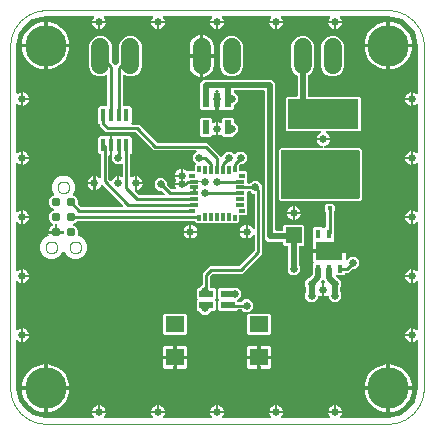
<source format=gtl>
G04 EAGLE Gerber RS-274X export*
G75*
%MOMM*%
%FSLAX35Y35*%
%LPD*%
%INcopper_top*%
%IPPOS*%
%AMOC8*
5,1,8,0,0,1.08239X$1,22.5*%
G01*
%ADD10C,0.000000*%
%ADD11R,1.400000X1.400000*%
%ADD12R,0.600000X1.200000*%
%ADD13R,0.550000X0.300000*%
%ADD14R,0.750000X0.300000*%
%ADD15R,0.300000X0.550000*%
%ADD16R,0.300000X0.750000*%
%ADD17R,0.450000X1.100000*%
%ADD18R,2.300000X1.500000*%
%ADD19R,0.460000X0.710000*%
%ADD20R,1.500000X0.950000*%
%ADD21R,0.450000X0.300000*%
%ADD22R,0.870000X0.230000*%
%ADD23R,6.000000X2.500000*%
%ADD24R,1.200000X0.600000*%
%ADD25R,1.600000X1.400000*%
%ADD26C,0.787400*%
%ADD27C,1.524000*%
%ADD28C,3.516000*%
%ADD29C,0.750000*%
%ADD30C,0.650000*%
%ADD31C,0.250000*%
%ADD32C,0.500000*%

G36*
X700628Y49916D02*
X700628Y49916D01*
X701345Y49934D01*
X701836Y50114D01*
X702350Y50198D01*
X702983Y50533D01*
X703656Y50779D01*
X704063Y51104D01*
X704525Y51348D01*
X705019Y51868D01*
X705578Y52315D01*
X705860Y52753D01*
X706220Y53132D01*
X706523Y53783D01*
X706910Y54385D01*
X707038Y54890D01*
X707258Y55363D01*
X707337Y56076D01*
X707513Y56771D01*
X707473Y57290D01*
X707531Y57809D01*
X707379Y58510D01*
X707324Y59224D01*
X707120Y59704D01*
X707010Y60214D01*
X706643Y60829D01*
X706363Y61489D01*
X705916Y62048D01*
X705749Y62328D01*
X705568Y62483D01*
X705308Y62808D01*
X705026Y63091D01*
X698689Y72573D01*
X694325Y83110D01*
X692706Y91250D01*
X748868Y91250D01*
X749062Y91282D01*
X749257Y91260D01*
X749864Y91392D01*
X751132Y91250D01*
X807294Y91250D01*
X805675Y83110D01*
X801311Y72573D01*
X794974Y63091D01*
X794692Y62808D01*
X794274Y62228D01*
X793780Y61707D01*
X793559Y61233D01*
X793255Y60811D01*
X793044Y60126D01*
X792742Y59476D01*
X792684Y58958D01*
X792530Y58459D01*
X792548Y57743D01*
X792469Y57030D01*
X792580Y56520D01*
X792593Y55999D01*
X792838Y55326D01*
X792990Y54625D01*
X793257Y54177D01*
X793436Y53687D01*
X793884Y53126D01*
X794250Y52512D01*
X794647Y52172D01*
X794972Y51765D01*
X795574Y51377D01*
X796118Y50910D01*
X796602Y50714D01*
X797041Y50432D01*
X797737Y50256D01*
X798400Y49988D01*
X799109Y49908D01*
X799426Y49828D01*
X799665Y49847D01*
X800078Y49800D01*
X1199921Y49800D01*
X1200628Y49916D01*
X1201345Y49934D01*
X1201836Y50114D01*
X1202350Y50198D01*
X1202983Y50533D01*
X1203656Y50779D01*
X1204063Y51104D01*
X1204525Y51348D01*
X1205019Y51868D01*
X1205578Y52315D01*
X1205860Y52753D01*
X1206220Y53132D01*
X1206523Y53783D01*
X1206910Y54385D01*
X1207038Y54890D01*
X1207258Y55363D01*
X1207337Y56076D01*
X1207513Y56771D01*
X1207473Y57290D01*
X1207531Y57809D01*
X1207379Y58510D01*
X1207324Y59224D01*
X1207120Y59704D01*
X1207010Y60214D01*
X1206643Y60829D01*
X1206363Y61489D01*
X1205916Y62048D01*
X1205749Y62328D01*
X1205568Y62483D01*
X1205308Y62808D01*
X1205026Y63091D01*
X1198689Y72573D01*
X1194325Y83110D01*
X1192706Y91250D01*
X1248868Y91250D01*
X1249062Y91282D01*
X1249257Y91260D01*
X1249864Y91392D01*
X1251132Y91250D01*
X1307294Y91250D01*
X1305675Y83110D01*
X1301311Y72573D01*
X1294974Y63091D01*
X1294692Y62808D01*
X1294274Y62228D01*
X1293780Y61707D01*
X1293559Y61233D01*
X1293255Y60811D01*
X1293044Y60126D01*
X1292742Y59476D01*
X1292684Y58958D01*
X1292530Y58459D01*
X1292548Y57743D01*
X1292469Y57030D01*
X1292580Y56520D01*
X1292593Y55999D01*
X1292838Y55326D01*
X1292990Y54625D01*
X1293257Y54177D01*
X1293436Y53687D01*
X1293884Y53126D01*
X1294250Y52512D01*
X1294647Y52172D01*
X1294972Y51765D01*
X1295574Y51377D01*
X1296118Y50910D01*
X1296602Y50714D01*
X1297041Y50432D01*
X1297737Y50256D01*
X1298400Y49988D01*
X1299109Y49908D01*
X1299426Y49828D01*
X1299665Y49847D01*
X1300078Y49800D01*
X1699921Y49800D01*
X1700628Y49916D01*
X1701345Y49934D01*
X1701836Y50114D01*
X1702350Y50198D01*
X1702983Y50533D01*
X1703656Y50779D01*
X1704063Y51104D01*
X1704525Y51348D01*
X1705019Y51868D01*
X1705578Y52315D01*
X1705860Y52753D01*
X1706220Y53132D01*
X1706523Y53783D01*
X1706910Y54385D01*
X1707038Y54890D01*
X1707258Y55363D01*
X1707337Y56076D01*
X1707513Y56771D01*
X1707473Y57290D01*
X1707531Y57809D01*
X1707379Y58510D01*
X1707324Y59224D01*
X1707120Y59704D01*
X1707010Y60214D01*
X1706643Y60829D01*
X1706363Y61489D01*
X1705916Y62048D01*
X1705749Y62328D01*
X1705568Y62483D01*
X1705308Y62808D01*
X1705026Y63091D01*
X1698689Y72573D01*
X1694325Y83110D01*
X1692706Y91250D01*
X1748868Y91250D01*
X1749062Y91282D01*
X1749257Y91260D01*
X1749864Y91392D01*
X1751132Y91250D01*
X1807294Y91250D01*
X1805675Y83110D01*
X1801311Y72573D01*
X1794974Y63091D01*
X1794692Y62808D01*
X1794274Y62228D01*
X1793780Y61707D01*
X1793559Y61233D01*
X1793255Y60811D01*
X1793044Y60126D01*
X1792742Y59476D01*
X1792684Y58958D01*
X1792530Y58459D01*
X1792548Y57743D01*
X1792469Y57030D01*
X1792580Y56520D01*
X1792593Y55999D01*
X1792838Y55326D01*
X1792990Y54625D01*
X1793257Y54177D01*
X1793436Y53687D01*
X1793884Y53126D01*
X1794250Y52512D01*
X1794647Y52172D01*
X1794972Y51765D01*
X1795574Y51377D01*
X1796118Y50910D01*
X1796602Y50714D01*
X1797041Y50432D01*
X1797737Y50256D01*
X1798400Y49988D01*
X1799109Y49908D01*
X1799426Y49828D01*
X1799665Y49847D01*
X1800078Y49800D01*
X2199921Y49800D01*
X2200628Y49916D01*
X2201345Y49934D01*
X2201836Y50114D01*
X2202350Y50198D01*
X2202983Y50533D01*
X2203656Y50779D01*
X2204063Y51104D01*
X2204525Y51348D01*
X2205019Y51868D01*
X2205578Y52315D01*
X2205860Y52753D01*
X2206220Y53132D01*
X2206523Y53783D01*
X2206910Y54385D01*
X2207038Y54890D01*
X2207258Y55363D01*
X2207337Y56076D01*
X2207513Y56771D01*
X2207473Y57290D01*
X2207531Y57809D01*
X2207379Y58510D01*
X2207324Y59224D01*
X2207120Y59704D01*
X2207010Y60214D01*
X2206643Y60829D01*
X2206363Y61489D01*
X2205916Y62048D01*
X2205749Y62328D01*
X2205568Y62483D01*
X2205308Y62808D01*
X2205026Y63091D01*
X2198689Y72573D01*
X2194325Y83110D01*
X2192706Y91250D01*
X2248868Y91250D01*
X2249062Y91282D01*
X2249257Y91260D01*
X2249864Y91392D01*
X2251132Y91250D01*
X2307294Y91250D01*
X2305675Y83110D01*
X2301311Y72573D01*
X2294974Y63091D01*
X2294692Y62808D01*
X2294274Y62228D01*
X2293780Y61707D01*
X2293559Y61233D01*
X2293255Y60811D01*
X2293044Y60126D01*
X2292742Y59476D01*
X2292684Y58958D01*
X2292530Y58459D01*
X2292548Y57743D01*
X2292469Y57030D01*
X2292580Y56520D01*
X2292593Y55999D01*
X2292838Y55326D01*
X2292990Y54625D01*
X2293257Y54177D01*
X2293436Y53687D01*
X2293884Y53126D01*
X2294250Y52512D01*
X2294647Y52172D01*
X2294972Y51765D01*
X2295574Y51377D01*
X2296118Y50910D01*
X2296602Y50714D01*
X2297041Y50432D01*
X2297737Y50256D01*
X2298400Y49988D01*
X2299109Y49908D01*
X2299426Y49828D01*
X2299665Y49847D01*
X2300078Y49800D01*
X2699921Y49800D01*
X2700628Y49916D01*
X2701345Y49934D01*
X2701836Y50114D01*
X2702350Y50198D01*
X2702983Y50533D01*
X2703656Y50779D01*
X2704063Y51104D01*
X2704525Y51348D01*
X2705019Y51868D01*
X2705578Y52315D01*
X2705860Y52753D01*
X2706220Y53132D01*
X2706523Y53783D01*
X2706910Y54385D01*
X2707038Y54890D01*
X2707258Y55363D01*
X2707337Y56076D01*
X2707513Y56771D01*
X2707473Y57290D01*
X2707531Y57809D01*
X2707379Y58510D01*
X2707324Y59224D01*
X2707120Y59704D01*
X2707010Y60214D01*
X2706643Y60829D01*
X2706363Y61489D01*
X2705916Y62048D01*
X2705749Y62328D01*
X2705568Y62483D01*
X2705308Y62808D01*
X2705026Y63091D01*
X2698689Y72573D01*
X2694325Y83110D01*
X2692706Y91250D01*
X2748868Y91250D01*
X2749062Y91282D01*
X2749257Y91260D01*
X2749864Y91392D01*
X2751132Y91250D01*
X2807294Y91250D01*
X2805675Y83110D01*
X2801311Y72573D01*
X2794974Y63091D01*
X2794692Y62808D01*
X2794274Y62228D01*
X2793780Y61707D01*
X2793559Y61233D01*
X2793255Y60811D01*
X2793044Y60126D01*
X2792742Y59476D01*
X2792684Y58958D01*
X2792530Y58459D01*
X2792548Y57743D01*
X2792469Y57030D01*
X2792580Y56520D01*
X2792593Y55999D01*
X2792838Y55326D01*
X2792990Y54625D01*
X2793257Y54177D01*
X2793436Y53687D01*
X2793884Y53126D01*
X2794250Y52512D01*
X2794647Y52172D01*
X2794972Y51765D01*
X2795574Y51377D01*
X2796118Y50910D01*
X2796602Y50714D01*
X2797041Y50432D01*
X2797737Y50256D01*
X2798400Y49988D01*
X2799109Y49908D01*
X2799426Y49828D01*
X2799665Y49847D01*
X2800078Y49800D01*
X3200100Y49800D01*
X3200319Y49836D01*
X3200698Y49824D01*
X3238614Y52808D01*
X3238665Y52820D01*
X3238717Y52817D01*
X3240371Y53157D01*
X3312493Y76591D01*
X3312806Y76753D01*
X3313149Y76838D01*
X3314617Y77673D01*
X3375967Y122247D01*
X3376214Y122497D01*
X3376515Y122685D01*
X3377653Y123933D01*
X3422226Y185283D01*
X3422385Y185598D01*
X3422612Y185868D01*
X3423309Y187407D01*
X3446743Y259529D01*
X3446750Y259581D01*
X3446773Y259627D01*
X3447092Y261286D01*
X3450076Y299202D01*
X3450058Y299423D01*
X3450099Y299800D01*
X3450099Y699821D01*
X3449983Y700529D01*
X3449965Y701245D01*
X3449786Y701735D01*
X3449702Y702250D01*
X3449367Y702883D01*
X3449121Y703557D01*
X3448795Y703964D01*
X3448551Y704425D01*
X3448032Y704919D01*
X3447584Y705478D01*
X3447146Y705761D01*
X3446768Y706120D01*
X3446118Y706422D01*
X3445515Y706810D01*
X3445008Y706938D01*
X3444536Y707158D01*
X3443824Y707237D01*
X3443129Y707413D01*
X3442609Y707373D01*
X3442091Y707431D01*
X3441390Y707279D01*
X3440675Y707224D01*
X3440196Y707020D01*
X3439686Y706910D01*
X3439069Y706542D01*
X3438410Y706263D01*
X3437853Y705817D01*
X3437572Y705649D01*
X3437417Y705468D01*
X3437091Y705208D01*
X3436909Y705025D01*
X3427426Y698689D01*
X3416889Y694325D01*
X3408749Y692706D01*
X3408749Y748868D01*
X3408718Y749062D01*
X3408739Y749257D01*
X3408608Y749864D01*
X3408749Y751132D01*
X3408749Y807294D01*
X3416889Y805675D01*
X3427426Y801311D01*
X3436909Y794974D01*
X3437091Y794792D01*
X3437672Y794374D01*
X3438193Y793880D01*
X3438666Y793659D01*
X3439089Y793355D01*
X3439774Y793144D01*
X3440424Y792842D01*
X3440942Y792784D01*
X3441441Y792630D01*
X3442157Y792648D01*
X3442869Y792569D01*
X3443380Y792680D01*
X3443901Y792693D01*
X3444573Y792938D01*
X3445274Y793090D01*
X3445723Y793357D01*
X3446213Y793536D01*
X3446773Y793983D01*
X3447388Y794350D01*
X3447727Y794746D01*
X3448135Y795072D01*
X3448523Y795674D01*
X3448990Y796218D01*
X3449186Y796703D01*
X3449468Y797141D01*
X3449643Y797834D01*
X3449912Y798500D01*
X3449992Y799211D01*
X3450071Y799526D01*
X3450053Y799763D01*
X3450099Y800178D01*
X3450099Y1199821D01*
X3449983Y1200529D01*
X3449965Y1201245D01*
X3449786Y1201735D01*
X3449702Y1202250D01*
X3449367Y1202883D01*
X3449121Y1203557D01*
X3448795Y1203964D01*
X3448551Y1204425D01*
X3448032Y1204919D01*
X3447584Y1205478D01*
X3447146Y1205761D01*
X3446768Y1206120D01*
X3446118Y1206422D01*
X3445515Y1206810D01*
X3445008Y1206938D01*
X3444536Y1207158D01*
X3443824Y1207237D01*
X3443129Y1207413D01*
X3442609Y1207373D01*
X3442091Y1207431D01*
X3441390Y1207279D01*
X3440675Y1207224D01*
X3440196Y1207020D01*
X3439686Y1206910D01*
X3439069Y1206542D01*
X3438410Y1206263D01*
X3437853Y1205817D01*
X3437572Y1205649D01*
X3437417Y1205468D01*
X3437091Y1205208D01*
X3436909Y1205025D01*
X3427426Y1198689D01*
X3416889Y1194325D01*
X3408749Y1192706D01*
X3408749Y1248868D01*
X3408718Y1249062D01*
X3408739Y1249257D01*
X3408608Y1249864D01*
X3408749Y1251132D01*
X3408749Y1307294D01*
X3416889Y1305675D01*
X3427426Y1301311D01*
X3436909Y1294974D01*
X3437091Y1294792D01*
X3437672Y1294374D01*
X3438193Y1293880D01*
X3438666Y1293659D01*
X3439089Y1293355D01*
X3439774Y1293144D01*
X3440424Y1292842D01*
X3440942Y1292784D01*
X3441441Y1292630D01*
X3442157Y1292648D01*
X3442869Y1292569D01*
X3443380Y1292680D01*
X3443901Y1292693D01*
X3444573Y1292938D01*
X3445274Y1293090D01*
X3445723Y1293357D01*
X3446213Y1293536D01*
X3446773Y1293983D01*
X3447388Y1294350D01*
X3447727Y1294746D01*
X3448135Y1295072D01*
X3448523Y1295674D01*
X3448990Y1296218D01*
X3449186Y1296703D01*
X3449468Y1297141D01*
X3449643Y1297834D01*
X3449912Y1298500D01*
X3449992Y1299211D01*
X3450071Y1299526D01*
X3450053Y1299763D01*
X3450099Y1300178D01*
X3450099Y1699821D01*
X3449983Y1700529D01*
X3449965Y1701245D01*
X3449786Y1701735D01*
X3449702Y1702250D01*
X3449367Y1702883D01*
X3449121Y1703557D01*
X3448795Y1703964D01*
X3448551Y1704425D01*
X3448032Y1704919D01*
X3447584Y1705478D01*
X3447146Y1705761D01*
X3446768Y1706120D01*
X3446118Y1706422D01*
X3445515Y1706810D01*
X3445008Y1706938D01*
X3444536Y1707158D01*
X3443824Y1707237D01*
X3443129Y1707413D01*
X3442609Y1707373D01*
X3442091Y1707431D01*
X3441390Y1707279D01*
X3440675Y1707224D01*
X3440196Y1707020D01*
X3439686Y1706910D01*
X3439069Y1706542D01*
X3438410Y1706263D01*
X3437853Y1705817D01*
X3437572Y1705649D01*
X3437417Y1705468D01*
X3437091Y1705208D01*
X3436909Y1705025D01*
X3427426Y1698689D01*
X3416889Y1694325D01*
X3408749Y1692706D01*
X3408749Y1748868D01*
X3408718Y1749062D01*
X3408739Y1749257D01*
X3408608Y1749864D01*
X3408749Y1751132D01*
X3408749Y1807294D01*
X3416889Y1805675D01*
X3427426Y1801311D01*
X3436909Y1794974D01*
X3437091Y1794792D01*
X3437672Y1794374D01*
X3438193Y1793880D01*
X3438666Y1793659D01*
X3439089Y1793355D01*
X3439774Y1793144D01*
X3440424Y1792842D01*
X3440942Y1792784D01*
X3441441Y1792630D01*
X3442157Y1792648D01*
X3442869Y1792569D01*
X3443380Y1792680D01*
X3443901Y1792693D01*
X3444573Y1792938D01*
X3445274Y1793090D01*
X3445723Y1793357D01*
X3446213Y1793536D01*
X3446773Y1793983D01*
X3447388Y1794350D01*
X3447727Y1794746D01*
X3448135Y1795072D01*
X3448523Y1795674D01*
X3448990Y1796218D01*
X3449186Y1796703D01*
X3449468Y1797141D01*
X3449643Y1797834D01*
X3449912Y1798500D01*
X3449992Y1799211D01*
X3450071Y1799526D01*
X3450053Y1799763D01*
X3450099Y1800178D01*
X3450099Y2199821D01*
X3449983Y2200529D01*
X3449965Y2201245D01*
X3449786Y2201735D01*
X3449702Y2202250D01*
X3449367Y2202883D01*
X3449121Y2203557D01*
X3448795Y2203964D01*
X3448551Y2204425D01*
X3448032Y2204919D01*
X3447584Y2205478D01*
X3447146Y2205761D01*
X3446768Y2206120D01*
X3446118Y2206422D01*
X3445515Y2206810D01*
X3445008Y2206938D01*
X3444536Y2207158D01*
X3443824Y2207237D01*
X3443129Y2207413D01*
X3442609Y2207373D01*
X3442091Y2207431D01*
X3441390Y2207279D01*
X3440675Y2207224D01*
X3440196Y2207020D01*
X3439686Y2206910D01*
X3439069Y2206542D01*
X3438410Y2206263D01*
X3437853Y2205817D01*
X3437572Y2205649D01*
X3437417Y2205468D01*
X3437091Y2205208D01*
X3436909Y2205025D01*
X3427426Y2198689D01*
X3416889Y2194325D01*
X3408749Y2192706D01*
X3408749Y2248868D01*
X3408718Y2249062D01*
X3408739Y2249257D01*
X3408608Y2249864D01*
X3408749Y2251132D01*
X3408749Y2307294D01*
X3416889Y2305675D01*
X3427426Y2301311D01*
X3436909Y2294974D01*
X3437091Y2294792D01*
X3437672Y2294374D01*
X3438193Y2293880D01*
X3438666Y2293659D01*
X3439089Y2293355D01*
X3439774Y2293144D01*
X3440424Y2292842D01*
X3440942Y2292784D01*
X3441441Y2292630D01*
X3442157Y2292648D01*
X3442869Y2292569D01*
X3443380Y2292680D01*
X3443901Y2292693D01*
X3444573Y2292938D01*
X3445274Y2293090D01*
X3445723Y2293357D01*
X3446213Y2293536D01*
X3446773Y2293983D01*
X3447388Y2294350D01*
X3447727Y2294746D01*
X3448135Y2295072D01*
X3448523Y2295674D01*
X3448990Y2296218D01*
X3449186Y2296703D01*
X3449468Y2297141D01*
X3449643Y2297834D01*
X3449912Y2298500D01*
X3449992Y2299211D01*
X3450071Y2299526D01*
X3450053Y2299763D01*
X3450099Y2300178D01*
X3450099Y2699821D01*
X3449983Y2700529D01*
X3449965Y2701245D01*
X3449786Y2701735D01*
X3449702Y2702250D01*
X3449367Y2702883D01*
X3449121Y2703557D01*
X3448795Y2703964D01*
X3448551Y2704425D01*
X3448032Y2704919D01*
X3447584Y2705478D01*
X3447146Y2705761D01*
X3446768Y2706120D01*
X3446118Y2706422D01*
X3445515Y2706810D01*
X3445008Y2706938D01*
X3444536Y2707158D01*
X3443824Y2707237D01*
X3443129Y2707413D01*
X3442609Y2707373D01*
X3442091Y2707431D01*
X3441390Y2707279D01*
X3440675Y2707224D01*
X3440196Y2707020D01*
X3439686Y2706910D01*
X3439069Y2706542D01*
X3438410Y2706263D01*
X3437853Y2705817D01*
X3437572Y2705649D01*
X3437417Y2705468D01*
X3437091Y2705208D01*
X3436909Y2705025D01*
X3427426Y2698689D01*
X3416889Y2694325D01*
X3408749Y2692706D01*
X3408749Y2748868D01*
X3408718Y2749062D01*
X3408739Y2749257D01*
X3408608Y2749864D01*
X3408749Y2751132D01*
X3408749Y2807294D01*
X3416889Y2805675D01*
X3427426Y2801311D01*
X3436909Y2794974D01*
X3437091Y2794792D01*
X3437672Y2794374D01*
X3438193Y2793880D01*
X3438666Y2793659D01*
X3439089Y2793355D01*
X3439774Y2793144D01*
X3440424Y2792842D01*
X3440942Y2792784D01*
X3441441Y2792630D01*
X3442157Y2792648D01*
X3442869Y2792569D01*
X3443380Y2792680D01*
X3443901Y2792693D01*
X3444573Y2792938D01*
X3445274Y2793090D01*
X3445723Y2793357D01*
X3446213Y2793536D01*
X3446773Y2793983D01*
X3447388Y2794350D01*
X3447727Y2794746D01*
X3448135Y2795072D01*
X3448523Y2795674D01*
X3448990Y2796218D01*
X3449186Y2796703D01*
X3449468Y2797141D01*
X3449643Y2797834D01*
X3449912Y2798500D01*
X3449992Y2799211D01*
X3450071Y2799526D01*
X3450053Y2799763D01*
X3450099Y2800178D01*
X3450099Y3199800D01*
X3450063Y3200019D01*
X3450076Y3200398D01*
X3447092Y3238314D01*
X3447079Y3238365D01*
X3447083Y3238417D01*
X3446743Y3240071D01*
X3423309Y3312193D01*
X3423147Y3312506D01*
X3423062Y3312849D01*
X3422226Y3314317D01*
X3377653Y3375667D01*
X3377403Y3375914D01*
X3377215Y3376215D01*
X3375967Y3377353D01*
X3314617Y3421926D01*
X3314302Y3422085D01*
X3314031Y3422312D01*
X3312493Y3423009D01*
X3240371Y3446443D01*
X3240319Y3446450D01*
X3240273Y3446473D01*
X3238614Y3446792D01*
X3200698Y3449776D01*
X3200477Y3449758D01*
X3200100Y3449799D01*
X2800478Y3449799D01*
X2799771Y3449684D01*
X2799053Y3449665D01*
X2798563Y3449486D01*
X2798050Y3449402D01*
X2797416Y3449067D01*
X2796742Y3448820D01*
X2796336Y3448495D01*
X2795875Y3448251D01*
X2795380Y3447730D01*
X2794821Y3447283D01*
X2794539Y3446846D01*
X2794180Y3446468D01*
X2793877Y3445816D01*
X2793489Y3445214D01*
X2793362Y3444708D01*
X2793142Y3444236D01*
X2793063Y3443524D01*
X2792887Y3442828D01*
X2792927Y3442308D01*
X2792869Y3441791D01*
X2793021Y3441089D01*
X2793076Y3440374D01*
X2793280Y3439895D01*
X2793390Y3439386D01*
X2793758Y3438769D01*
X2794038Y3438109D01*
X2794483Y3437552D01*
X2794650Y3437272D01*
X2794832Y3437117D01*
X2794854Y3437088D01*
X2801311Y3427426D01*
X2805675Y3416889D01*
X2807294Y3408749D01*
X2751132Y3408749D01*
X2750938Y3408718D01*
X2750743Y3408739D01*
X2750136Y3408608D01*
X2748868Y3408749D01*
X2692706Y3408749D01*
X2694325Y3416889D01*
X2698689Y3427426D01*
X2705357Y3437406D01*
X2705820Y3437893D01*
X2706040Y3438366D01*
X2706344Y3438788D01*
X2706555Y3439473D01*
X2706858Y3440124D01*
X2706915Y3440641D01*
X2707069Y3441139D01*
X2707051Y3441858D01*
X2707131Y3442569D01*
X2707020Y3443078D01*
X2707007Y3443599D01*
X2706762Y3444273D01*
X2706610Y3444974D01*
X2706343Y3445422D01*
X2706164Y3445911D01*
X2705717Y3446472D01*
X2705349Y3447088D01*
X2704954Y3447427D01*
X2704629Y3447834D01*
X2704026Y3448223D01*
X2703481Y3448690D01*
X2702998Y3448885D01*
X2702560Y3449167D01*
X2701865Y3449343D01*
X2701200Y3449612D01*
X2700491Y3449691D01*
X2700175Y3449771D01*
X2699937Y3449753D01*
X2699521Y3449799D01*
X2300478Y3449799D01*
X2299771Y3449684D01*
X2299053Y3449665D01*
X2298563Y3449486D01*
X2298050Y3449402D01*
X2297416Y3449067D01*
X2296742Y3448820D01*
X2296336Y3448495D01*
X2295875Y3448251D01*
X2295380Y3447730D01*
X2294821Y3447283D01*
X2294539Y3446846D01*
X2294180Y3446468D01*
X2293877Y3445816D01*
X2293489Y3445214D01*
X2293362Y3444708D01*
X2293142Y3444236D01*
X2293063Y3443524D01*
X2292887Y3442828D01*
X2292927Y3442308D01*
X2292869Y3441791D01*
X2293021Y3441089D01*
X2293076Y3440374D01*
X2293280Y3439895D01*
X2293390Y3439386D01*
X2293758Y3438769D01*
X2294038Y3438109D01*
X2294483Y3437552D01*
X2294650Y3437272D01*
X2294832Y3437117D01*
X2294854Y3437088D01*
X2301311Y3427426D01*
X2305675Y3416889D01*
X2307294Y3408749D01*
X2251132Y3408749D01*
X2250938Y3408718D01*
X2250743Y3408739D01*
X2250136Y3408608D01*
X2248868Y3408749D01*
X2192706Y3408749D01*
X2194325Y3416889D01*
X2198689Y3427426D01*
X2205357Y3437406D01*
X2205820Y3437893D01*
X2206040Y3438366D01*
X2206344Y3438788D01*
X2206555Y3439473D01*
X2206858Y3440124D01*
X2206915Y3440641D01*
X2207069Y3441139D01*
X2207051Y3441858D01*
X2207131Y3442569D01*
X2207020Y3443078D01*
X2207007Y3443599D01*
X2206762Y3444273D01*
X2206610Y3444974D01*
X2206343Y3445422D01*
X2206164Y3445911D01*
X2205717Y3446472D01*
X2205349Y3447088D01*
X2204954Y3447427D01*
X2204629Y3447834D01*
X2204026Y3448223D01*
X2203481Y3448690D01*
X2202998Y3448885D01*
X2202560Y3449167D01*
X2201865Y3449343D01*
X2201200Y3449612D01*
X2200491Y3449691D01*
X2200175Y3449771D01*
X2199937Y3449753D01*
X2199521Y3449799D01*
X1800478Y3449799D01*
X1799771Y3449684D01*
X1799053Y3449665D01*
X1798563Y3449486D01*
X1798050Y3449402D01*
X1797416Y3449067D01*
X1796742Y3448820D01*
X1796336Y3448495D01*
X1795875Y3448251D01*
X1795380Y3447730D01*
X1794821Y3447283D01*
X1794539Y3446846D01*
X1794180Y3446468D01*
X1793877Y3445816D01*
X1793489Y3445214D01*
X1793362Y3444708D01*
X1793142Y3444236D01*
X1793063Y3443524D01*
X1792887Y3442828D01*
X1792927Y3442308D01*
X1792869Y3441791D01*
X1793021Y3441089D01*
X1793076Y3440374D01*
X1793280Y3439895D01*
X1793390Y3439386D01*
X1793758Y3438769D01*
X1794038Y3438109D01*
X1794483Y3437552D01*
X1794650Y3437272D01*
X1794832Y3437117D01*
X1794854Y3437088D01*
X1801311Y3427426D01*
X1805675Y3416889D01*
X1807294Y3408749D01*
X1751132Y3408749D01*
X1750938Y3408718D01*
X1750743Y3408739D01*
X1750136Y3408608D01*
X1748868Y3408749D01*
X1692706Y3408749D01*
X1694325Y3416889D01*
X1698689Y3427426D01*
X1705357Y3437406D01*
X1705820Y3437893D01*
X1706040Y3438366D01*
X1706344Y3438788D01*
X1706555Y3439473D01*
X1706858Y3440124D01*
X1706915Y3440641D01*
X1707069Y3441139D01*
X1707051Y3441858D01*
X1707131Y3442569D01*
X1707020Y3443078D01*
X1707007Y3443599D01*
X1706762Y3444273D01*
X1706610Y3444974D01*
X1706343Y3445422D01*
X1706164Y3445911D01*
X1705717Y3446472D01*
X1705349Y3447088D01*
X1704954Y3447427D01*
X1704629Y3447834D01*
X1704026Y3448223D01*
X1703481Y3448690D01*
X1702998Y3448885D01*
X1702560Y3449167D01*
X1701865Y3449343D01*
X1701200Y3449612D01*
X1700491Y3449691D01*
X1700175Y3449771D01*
X1699937Y3449753D01*
X1699521Y3449799D01*
X1300478Y3449799D01*
X1299771Y3449684D01*
X1299053Y3449665D01*
X1298563Y3449486D01*
X1298050Y3449402D01*
X1297416Y3449067D01*
X1296742Y3448820D01*
X1296336Y3448495D01*
X1295875Y3448251D01*
X1295380Y3447730D01*
X1294821Y3447283D01*
X1294539Y3446846D01*
X1294180Y3446468D01*
X1293877Y3445816D01*
X1293489Y3445214D01*
X1293362Y3444708D01*
X1293142Y3444236D01*
X1293063Y3443524D01*
X1292887Y3442828D01*
X1292927Y3442308D01*
X1292869Y3441791D01*
X1293021Y3441089D01*
X1293076Y3440374D01*
X1293280Y3439895D01*
X1293390Y3439386D01*
X1293758Y3438769D01*
X1294038Y3438109D01*
X1294483Y3437552D01*
X1294650Y3437272D01*
X1294832Y3437117D01*
X1294854Y3437088D01*
X1301311Y3427426D01*
X1305675Y3416889D01*
X1307294Y3408749D01*
X1251132Y3408749D01*
X1250938Y3408718D01*
X1250743Y3408739D01*
X1250136Y3408608D01*
X1248868Y3408749D01*
X1192706Y3408749D01*
X1194325Y3416889D01*
X1198689Y3427426D01*
X1205357Y3437406D01*
X1205820Y3437893D01*
X1206040Y3438366D01*
X1206344Y3438788D01*
X1206555Y3439473D01*
X1206858Y3440124D01*
X1206915Y3440641D01*
X1207069Y3441139D01*
X1207051Y3441858D01*
X1207131Y3442569D01*
X1207020Y3443078D01*
X1207007Y3443599D01*
X1206762Y3444273D01*
X1206610Y3444974D01*
X1206343Y3445422D01*
X1206164Y3445911D01*
X1205717Y3446472D01*
X1205349Y3447088D01*
X1204954Y3447427D01*
X1204629Y3447834D01*
X1204026Y3448223D01*
X1203481Y3448690D01*
X1202998Y3448885D01*
X1202560Y3449167D01*
X1201865Y3449343D01*
X1201200Y3449612D01*
X1200491Y3449691D01*
X1200175Y3449771D01*
X1199937Y3449753D01*
X1199521Y3449799D01*
X800478Y3449799D01*
X799771Y3449684D01*
X799053Y3449665D01*
X798563Y3449486D01*
X798050Y3449402D01*
X797416Y3449067D01*
X796742Y3448820D01*
X796336Y3448495D01*
X795875Y3448251D01*
X795380Y3447730D01*
X794821Y3447283D01*
X794539Y3446846D01*
X794180Y3446468D01*
X793877Y3445816D01*
X793489Y3445214D01*
X793362Y3444708D01*
X793142Y3444236D01*
X793063Y3443524D01*
X792887Y3442828D01*
X792927Y3442308D01*
X792869Y3441791D01*
X793021Y3441089D01*
X793076Y3440374D01*
X793280Y3439895D01*
X793390Y3439386D01*
X793758Y3438769D01*
X794038Y3438109D01*
X794483Y3437552D01*
X794650Y3437272D01*
X794832Y3437117D01*
X794854Y3437088D01*
X801311Y3427426D01*
X805675Y3416889D01*
X807294Y3408749D01*
X751132Y3408749D01*
X750938Y3408718D01*
X750743Y3408739D01*
X750136Y3408608D01*
X748868Y3408749D01*
X692706Y3408749D01*
X694325Y3416889D01*
X698689Y3427426D01*
X705357Y3437406D01*
X705820Y3437893D01*
X706040Y3438366D01*
X706344Y3438788D01*
X706555Y3439473D01*
X706858Y3440124D01*
X706915Y3440641D01*
X707069Y3441139D01*
X707051Y3441858D01*
X707131Y3442569D01*
X707020Y3443078D01*
X707007Y3443599D01*
X706762Y3444273D01*
X706610Y3444974D01*
X706343Y3445422D01*
X706164Y3445911D01*
X705717Y3446472D01*
X705349Y3447088D01*
X704954Y3447427D01*
X704629Y3447834D01*
X704026Y3448223D01*
X703481Y3448690D01*
X702998Y3448885D01*
X702560Y3449167D01*
X701865Y3449343D01*
X701200Y3449612D01*
X700491Y3449691D01*
X700175Y3449771D01*
X699937Y3449753D01*
X699521Y3449799D01*
X300100Y3449799D01*
X299881Y3449763D01*
X299502Y3449776D01*
X261586Y3446792D01*
X261535Y3446779D01*
X261483Y3446783D01*
X259829Y3446443D01*
X187707Y3423009D01*
X187393Y3422847D01*
X187051Y3422762D01*
X185583Y3421926D01*
X124233Y3377353D01*
X123985Y3377103D01*
X123685Y3376915D01*
X122547Y3375667D01*
X77973Y3314317D01*
X77815Y3314002D01*
X77588Y3313731D01*
X76891Y3312193D01*
X53457Y3240071D01*
X53449Y3240019D01*
X53426Y3239973D01*
X53108Y3238314D01*
X50124Y3200398D01*
X50142Y3200177D01*
X50100Y3199800D01*
X50100Y2800378D01*
X50131Y2800191D01*
X50110Y2800005D01*
X50221Y2799496D01*
X50235Y2798954D01*
X50414Y2798464D01*
X50498Y2797950D01*
X50596Y2797765D01*
X50631Y2797600D01*
X50884Y2797177D01*
X51079Y2796643D01*
X51405Y2796235D01*
X51648Y2795775D01*
X51813Y2795618D01*
X51892Y2795487D01*
X52248Y2795181D01*
X52616Y2794721D01*
X53053Y2794440D01*
X53432Y2794080D01*
X53652Y2793978D01*
X53760Y2793885D01*
X54179Y2793716D01*
X54686Y2793389D01*
X55191Y2793262D01*
X55663Y2793042D01*
X55914Y2793014D01*
X56041Y2792963D01*
X56639Y2792896D01*
X57071Y2792787D01*
X57395Y2792812D01*
X57720Y2792775D01*
X57736Y2792775D01*
X57864Y2792796D01*
X58109Y2792769D01*
X58809Y2792921D01*
X59525Y2792976D01*
X59878Y2793126D01*
X60164Y2793173D01*
X60297Y2793243D01*
X60514Y2793290D01*
X61130Y2793657D01*
X61790Y2793938D01*
X62141Y2794218D01*
X62340Y2794323D01*
X62461Y2794451D01*
X62628Y2794550D01*
X62783Y2794732D01*
X63063Y2794956D01*
X72573Y2801311D01*
X83110Y2805675D01*
X91250Y2807294D01*
X91250Y2751132D01*
X91282Y2750938D01*
X91260Y2750743D01*
X91392Y2750136D01*
X91250Y2748868D01*
X91250Y2692706D01*
X83110Y2694325D01*
X72573Y2698689D01*
X62992Y2705092D01*
X62528Y2705425D01*
X62007Y2705920D01*
X61534Y2706140D01*
X61111Y2706444D01*
X60426Y2706655D01*
X59776Y2706958D01*
X59258Y2707016D01*
X58760Y2707169D01*
X58042Y2707151D01*
X57330Y2707231D01*
X56821Y2707120D01*
X56300Y2707107D01*
X55626Y2706861D01*
X54925Y2706710D01*
X54478Y2706443D01*
X53988Y2706264D01*
X53428Y2705817D01*
X52812Y2705449D01*
X52472Y2705053D01*
X52065Y2704728D01*
X51678Y2704127D01*
X51210Y2703581D01*
X51014Y2703097D01*
X50733Y2702660D01*
X50557Y2701966D01*
X50288Y2701300D01*
X50208Y2700589D01*
X50128Y2700274D01*
X50147Y2700037D01*
X50100Y2699621D01*
X50100Y2300378D01*
X50216Y2299670D01*
X50235Y2298954D01*
X50414Y2298464D01*
X50498Y2297950D01*
X50833Y2297317D01*
X51079Y2296643D01*
X51405Y2296235D01*
X51648Y2295775D01*
X52169Y2295280D01*
X52616Y2294721D01*
X53053Y2294440D01*
X53432Y2294080D01*
X54084Y2293777D01*
X54686Y2293389D01*
X55191Y2293262D01*
X55663Y2293042D01*
X56375Y2292963D01*
X57071Y2292787D01*
X57592Y2292827D01*
X58109Y2292769D01*
X58809Y2292921D01*
X59525Y2292976D01*
X60005Y2293180D01*
X60514Y2293290D01*
X61130Y2293657D01*
X61790Y2293938D01*
X62347Y2294383D01*
X62628Y2294550D01*
X62783Y2294732D01*
X63063Y2294956D01*
X72573Y2301311D01*
X83110Y2305675D01*
X91250Y2307294D01*
X91250Y2251132D01*
X91282Y2250938D01*
X91260Y2250743D01*
X91392Y2250136D01*
X91250Y2248868D01*
X91250Y2192706D01*
X83110Y2194325D01*
X72573Y2198689D01*
X62992Y2205092D01*
X62528Y2205425D01*
X62007Y2205920D01*
X61534Y2206140D01*
X61111Y2206444D01*
X60426Y2206655D01*
X59776Y2206958D01*
X59258Y2207016D01*
X58760Y2207169D01*
X58042Y2207151D01*
X57330Y2207231D01*
X56821Y2207120D01*
X56300Y2207107D01*
X55626Y2206861D01*
X54925Y2206710D01*
X54478Y2206443D01*
X53988Y2206264D01*
X53428Y2205817D01*
X52812Y2205449D01*
X52472Y2205053D01*
X52065Y2204728D01*
X51678Y2204127D01*
X51210Y2203581D01*
X51014Y2203097D01*
X50733Y2202660D01*
X50557Y2201966D01*
X50288Y2201300D01*
X50208Y2200589D01*
X50128Y2200274D01*
X50147Y2200037D01*
X50100Y2199621D01*
X50100Y1800378D01*
X50216Y1799671D01*
X50235Y1798954D01*
X50414Y1798464D01*
X50498Y1797950D01*
X50833Y1797317D01*
X51079Y1796643D01*
X51405Y1796235D01*
X51648Y1795775D01*
X52169Y1795280D01*
X52616Y1794721D01*
X53053Y1794440D01*
X53432Y1794080D01*
X54084Y1793777D01*
X54686Y1793389D01*
X55191Y1793262D01*
X55663Y1793042D01*
X56375Y1792963D01*
X57071Y1792787D01*
X57592Y1792827D01*
X58109Y1792769D01*
X58809Y1792921D01*
X59525Y1792976D01*
X60005Y1793180D01*
X60514Y1793290D01*
X61130Y1793657D01*
X61790Y1793938D01*
X62347Y1794383D01*
X62628Y1794550D01*
X62783Y1794732D01*
X63063Y1794956D01*
X72573Y1801311D01*
X83110Y1805675D01*
X91250Y1807294D01*
X91250Y1751132D01*
X91282Y1750938D01*
X91260Y1750743D01*
X91392Y1750136D01*
X91250Y1748868D01*
X91250Y1692706D01*
X83110Y1694325D01*
X72573Y1698689D01*
X62992Y1705092D01*
X62528Y1705425D01*
X62007Y1705920D01*
X61534Y1706140D01*
X61111Y1706444D01*
X60426Y1706655D01*
X59776Y1706958D01*
X59258Y1707016D01*
X58760Y1707169D01*
X58042Y1707151D01*
X57330Y1707231D01*
X56821Y1707120D01*
X56300Y1707107D01*
X55626Y1706861D01*
X54925Y1706710D01*
X54478Y1706443D01*
X53988Y1706264D01*
X53428Y1705817D01*
X52812Y1705449D01*
X52472Y1705053D01*
X52065Y1704728D01*
X51678Y1704127D01*
X51210Y1703581D01*
X51014Y1703097D01*
X50733Y1702660D01*
X50557Y1701966D01*
X50288Y1701300D01*
X50208Y1700589D01*
X50128Y1700274D01*
X50147Y1700037D01*
X50100Y1699621D01*
X50100Y1300378D01*
X50216Y1299671D01*
X50235Y1298954D01*
X50414Y1298464D01*
X50498Y1297950D01*
X50833Y1297317D01*
X51079Y1296643D01*
X51405Y1296235D01*
X51648Y1295775D01*
X52169Y1295280D01*
X52616Y1294721D01*
X53053Y1294440D01*
X53432Y1294080D01*
X54084Y1293777D01*
X54686Y1293389D01*
X55191Y1293262D01*
X55663Y1293042D01*
X56375Y1292963D01*
X57071Y1292787D01*
X57592Y1292827D01*
X58109Y1292769D01*
X58809Y1292921D01*
X59525Y1292976D01*
X60005Y1293180D01*
X60514Y1293290D01*
X61130Y1293657D01*
X61790Y1293938D01*
X62347Y1294383D01*
X62628Y1294550D01*
X62783Y1294732D01*
X63063Y1294956D01*
X72573Y1301311D01*
X83110Y1305675D01*
X91250Y1307294D01*
X91250Y1251132D01*
X91282Y1250938D01*
X91260Y1250743D01*
X91392Y1250136D01*
X91250Y1248868D01*
X91250Y1192706D01*
X83110Y1194325D01*
X72573Y1198689D01*
X62992Y1205092D01*
X62528Y1205425D01*
X62007Y1205920D01*
X61534Y1206140D01*
X61111Y1206444D01*
X60426Y1206655D01*
X59776Y1206958D01*
X59258Y1207016D01*
X58760Y1207169D01*
X58042Y1207151D01*
X57330Y1207231D01*
X56821Y1207120D01*
X56300Y1207107D01*
X55626Y1206861D01*
X54925Y1206710D01*
X54478Y1206443D01*
X53988Y1206264D01*
X53428Y1205817D01*
X52812Y1205449D01*
X52472Y1205053D01*
X52065Y1204728D01*
X51678Y1204127D01*
X51210Y1203581D01*
X51014Y1203097D01*
X50733Y1202660D01*
X50557Y1201966D01*
X50288Y1201300D01*
X50208Y1200589D01*
X50128Y1200274D01*
X50147Y1200037D01*
X50100Y1199621D01*
X50100Y800378D01*
X50216Y799671D01*
X50235Y798954D01*
X50414Y798464D01*
X50498Y797950D01*
X50833Y797317D01*
X51079Y796643D01*
X51405Y796235D01*
X51648Y795775D01*
X52169Y795280D01*
X52616Y794721D01*
X53053Y794440D01*
X53432Y794080D01*
X54084Y793777D01*
X54686Y793389D01*
X55191Y793262D01*
X55663Y793042D01*
X56375Y792963D01*
X57071Y792787D01*
X57592Y792827D01*
X58109Y792769D01*
X58809Y792921D01*
X59525Y792976D01*
X60005Y793180D01*
X60514Y793290D01*
X61130Y793657D01*
X61790Y793938D01*
X62347Y794383D01*
X62628Y794550D01*
X62783Y794732D01*
X63063Y794956D01*
X72573Y801311D01*
X83110Y805675D01*
X91250Y807294D01*
X91250Y751132D01*
X91282Y750938D01*
X91260Y750743D01*
X91392Y750136D01*
X91250Y748868D01*
X91250Y692706D01*
X83110Y694325D01*
X72573Y698689D01*
X62992Y705092D01*
X62528Y705425D01*
X62007Y705920D01*
X61534Y706140D01*
X61111Y706444D01*
X60426Y706655D01*
X59776Y706958D01*
X59258Y707016D01*
X58760Y707169D01*
X58042Y707151D01*
X57330Y707231D01*
X56821Y707120D01*
X56300Y707107D01*
X55626Y706861D01*
X54925Y706710D01*
X54478Y706443D01*
X53988Y706264D01*
X53428Y705817D01*
X52812Y705449D01*
X52472Y705053D01*
X52065Y704728D01*
X51678Y704127D01*
X51210Y703581D01*
X51014Y703097D01*
X50733Y702660D01*
X50557Y701966D01*
X50288Y701300D01*
X50208Y700589D01*
X50128Y700274D01*
X50147Y700037D01*
X50100Y699621D01*
X50100Y299800D01*
X50136Y299581D01*
X50124Y299202D01*
X53108Y261286D01*
X53120Y261235D01*
X53117Y261183D01*
X53457Y259529D01*
X76891Y187407D01*
X77053Y187093D01*
X77138Y186751D01*
X77973Y185283D01*
X122547Y123933D01*
X122797Y123685D01*
X122985Y123385D01*
X124233Y122247D01*
X185583Y77673D01*
X185898Y77515D01*
X186168Y77288D01*
X187707Y76591D01*
X259829Y53157D01*
X259880Y53149D01*
X259927Y53126D01*
X261585Y52808D01*
X299502Y49824D01*
X299723Y49842D01*
X300100Y49800D01*
X699921Y49800D01*
X700628Y49916D01*
G37*
%LPC*%
G36*
X1628253Y922499D02*
X1628253Y922499D01*
X1600985Y949768D01*
X1600247Y950299D01*
X1599558Y950890D01*
X1599254Y951013D01*
X1598987Y951204D01*
X1598118Y951472D01*
X1597276Y951812D01*
X1596863Y951858D01*
X1596635Y951928D01*
X1596308Y951920D01*
X1595598Y951999D01*
X1591716Y951999D01*
X1579999Y963716D01*
X1579999Y1040284D01*
X1584328Y1044612D01*
X1584442Y1044772D01*
X1584596Y1044895D01*
X1585159Y1045769D01*
X1585764Y1046611D01*
X1585822Y1046798D01*
X1585928Y1046964D01*
X1586183Y1047970D01*
X1586488Y1048962D01*
X1586483Y1049159D01*
X1586531Y1049350D01*
X1586452Y1050385D01*
X1586425Y1051422D01*
X1586358Y1051607D01*
X1586343Y1051803D01*
X1585938Y1052758D01*
X1585582Y1053734D01*
X1585458Y1053888D01*
X1585382Y1054068D01*
X1584327Y1055388D01*
X1579999Y1059715D01*
X1579999Y1136284D01*
X1591716Y1148000D01*
X1595597Y1148000D01*
X1596493Y1148147D01*
X1597400Y1148217D01*
X1597703Y1148345D01*
X1598026Y1148398D01*
X1598828Y1148822D01*
X1599666Y1149178D01*
X1599991Y1149437D01*
X1600201Y1149548D01*
X1600426Y1149785D01*
X1600985Y1150232D01*
X1625268Y1174514D01*
X1625799Y1175253D01*
X1626390Y1175942D01*
X1626513Y1176246D01*
X1626704Y1176513D01*
X1626972Y1177382D01*
X1627312Y1178224D01*
X1627358Y1178636D01*
X1627428Y1178864D01*
X1627420Y1179191D01*
X1627499Y1179902D01*
X1627499Y1273462D01*
X1686538Y1332500D01*
X1933382Y1332500D01*
X1934277Y1332647D01*
X1935184Y1332717D01*
X1935487Y1332845D01*
X1935810Y1332898D01*
X1936613Y1333322D01*
X1937450Y1333678D01*
X1937775Y1333937D01*
X1937985Y1334048D01*
X1938210Y1334285D01*
X1938769Y1334732D01*
X2065268Y1461230D01*
X2065798Y1461968D01*
X2066390Y1462658D01*
X2066513Y1462963D01*
X2066704Y1463229D01*
X2066972Y1464098D01*
X2067312Y1464940D01*
X2067358Y1465352D01*
X2067428Y1465580D01*
X2067420Y1465907D01*
X2067499Y1466618D01*
X2067499Y1598352D01*
X2067342Y1599312D01*
X2067251Y1600283D01*
X2067144Y1600523D01*
X2067102Y1600781D01*
X2066648Y1601639D01*
X2066251Y1602531D01*
X2066074Y1602724D01*
X2065951Y1602956D01*
X2065244Y1603628D01*
X2064587Y1604344D01*
X2064358Y1604470D01*
X2064168Y1604651D01*
X2063284Y1605062D01*
X2062432Y1605532D01*
X2062173Y1605578D01*
X2061936Y1605689D01*
X2060968Y1605797D01*
X2060010Y1605970D01*
X2059751Y1605933D01*
X2059491Y1605962D01*
X2058538Y1605755D01*
X2057576Y1605615D01*
X2057342Y1605496D01*
X2057086Y1605441D01*
X2056250Y1604943D01*
X2055381Y1604502D01*
X2055197Y1604314D01*
X2054972Y1604180D01*
X2054339Y1603442D01*
X2053656Y1602747D01*
X2053498Y1602462D01*
X2053370Y1602312D01*
X2053244Y1602001D01*
X2052840Y1601268D01*
X2051310Y1597573D01*
X2044974Y1588091D01*
X2036909Y1580025D01*
X2027426Y1573689D01*
X2016889Y1569325D01*
X2008749Y1567706D01*
X2008749Y1623868D01*
X2008718Y1624062D01*
X2008739Y1624257D01*
X2008608Y1624864D01*
X2008749Y1626132D01*
X2008749Y1682294D01*
X2016889Y1680675D01*
X2027426Y1676311D01*
X2036909Y1669974D01*
X2044974Y1661909D01*
X2051310Y1652427D01*
X2052840Y1648732D01*
X2053355Y1647902D01*
X2053809Y1647044D01*
X2053999Y1646863D01*
X2054137Y1646640D01*
X2054887Y1646019D01*
X2055593Y1645349D01*
X2055830Y1645238D01*
X2056032Y1645071D01*
X2056941Y1644722D01*
X2057824Y1644311D01*
X2058084Y1644282D01*
X2058329Y1644188D01*
X2059301Y1644146D01*
X2060269Y1644038D01*
X2060526Y1644094D01*
X2060788Y1644083D01*
X2061721Y1644353D01*
X2062674Y1644559D01*
X2062900Y1644693D01*
X2063151Y1644766D01*
X2063951Y1645320D01*
X2064788Y1645819D01*
X2064958Y1646018D01*
X2065174Y1646168D01*
X2065754Y1646947D01*
X2066390Y1647688D01*
X2066488Y1647932D01*
X2066644Y1648141D01*
X2066947Y1649065D01*
X2067312Y1649969D01*
X2067348Y1650293D01*
X2067409Y1650480D01*
X2067407Y1650815D01*
X2067499Y1651648D01*
X2067499Y1939880D01*
X2067468Y1940074D01*
X2067489Y1940269D01*
X2067269Y1941285D01*
X2067102Y1942308D01*
X2067010Y1942482D01*
X2066968Y1942674D01*
X2066436Y1943567D01*
X2065951Y1944484D01*
X2065809Y1944619D01*
X2065708Y1944788D01*
X2064921Y1945463D01*
X2064168Y1946179D01*
X2063989Y1946262D01*
X2063840Y1946390D01*
X2062876Y1946779D01*
X2061936Y1947217D01*
X2061741Y1947238D01*
X2061558Y1947312D01*
X2059880Y1947499D01*
X2053253Y1947499D01*
X2035485Y1965268D01*
X2034747Y1965798D01*
X2034057Y1966390D01*
X2033753Y1966513D01*
X2033487Y1966704D01*
X2032618Y1966972D01*
X2031776Y1967312D01*
X2031363Y1967358D01*
X2031135Y1967428D01*
X2030808Y1967420D01*
X2030097Y1967499D01*
X2013120Y1967499D01*
X2012926Y1967468D01*
X2012730Y1967489D01*
X2011715Y1967269D01*
X2010691Y1967102D01*
X2010518Y1967010D01*
X2010325Y1966968D01*
X2009433Y1966436D01*
X2008516Y1965951D01*
X2008380Y1965809D01*
X2008212Y1965708D01*
X2007537Y1964921D01*
X2006821Y1964168D01*
X2006738Y1963989D01*
X2006610Y1963840D01*
X2006220Y1962876D01*
X2005783Y1961936D01*
X2005761Y1961741D01*
X2005688Y1961558D01*
X2005500Y1959880D01*
X2005500Y1776716D01*
X1993784Y1764999D01*
X1942620Y1764999D01*
X1942426Y1764968D01*
X1942230Y1764989D01*
X1941215Y1764769D01*
X1940191Y1764602D01*
X1940018Y1764510D01*
X1939825Y1764468D01*
X1938933Y1763936D01*
X1938016Y1763451D01*
X1937880Y1763309D01*
X1937712Y1763208D01*
X1937037Y1762421D01*
X1936321Y1761668D01*
X1936238Y1761489D01*
X1936110Y1761340D01*
X1935719Y1760373D01*
X1935283Y1759436D01*
X1935261Y1759241D01*
X1935188Y1759058D01*
X1935000Y1757380D01*
X1935000Y1706216D01*
X1923284Y1694499D01*
X1576716Y1694499D01*
X1564985Y1706230D01*
X1564989Y1706269D01*
X1564769Y1707285D01*
X1564602Y1708308D01*
X1564510Y1708482D01*
X1564468Y1708674D01*
X1563936Y1709567D01*
X1563451Y1710484D01*
X1563309Y1710619D01*
X1563208Y1710788D01*
X1562421Y1711463D01*
X1561668Y1712179D01*
X1561489Y1712262D01*
X1561340Y1712390D01*
X1560376Y1712779D01*
X1559436Y1713217D01*
X1559241Y1713238D01*
X1559058Y1713312D01*
X1557380Y1713499D01*
X568118Y1713499D01*
X567223Y1713353D01*
X566315Y1713283D01*
X566013Y1713155D01*
X565690Y1713102D01*
X564887Y1712678D01*
X564050Y1712322D01*
X563725Y1712063D01*
X563514Y1711951D01*
X563290Y1711715D01*
X562730Y1711268D01*
X547130Y1695668D01*
X532334Y1689539D01*
X531725Y1689162D01*
X531072Y1688871D01*
X530688Y1688519D01*
X530243Y1688243D01*
X529785Y1687691D01*
X529259Y1687207D01*
X529007Y1686750D01*
X528673Y1686348D01*
X528417Y1685680D01*
X528071Y1685052D01*
X527978Y1684538D01*
X527790Y1684051D01*
X527759Y1683335D01*
X527632Y1682631D01*
X527707Y1682114D01*
X527685Y1681592D01*
X527884Y1680904D01*
X527988Y1680196D01*
X528223Y1679731D01*
X528369Y1679228D01*
X528777Y1678639D01*
X529101Y1678001D01*
X529472Y1677636D01*
X529770Y1677206D01*
X530345Y1676777D01*
X530855Y1676276D01*
X531482Y1675931D01*
X531744Y1675735D01*
X531970Y1675661D01*
X532334Y1675461D01*
X547130Y1669332D01*
X563832Y1652630D01*
X572870Y1630810D01*
X572870Y1607190D01*
X570034Y1600343D01*
X569989Y1600150D01*
X569894Y1599979D01*
X569709Y1598960D01*
X569472Y1597947D01*
X569490Y1597751D01*
X569455Y1597558D01*
X569605Y1596531D01*
X569702Y1595497D01*
X569782Y1595317D01*
X569811Y1595123D01*
X570279Y1594200D01*
X570702Y1593248D01*
X570835Y1593103D01*
X570924Y1592928D01*
X571663Y1592201D01*
X572366Y1591435D01*
X572538Y1591340D01*
X572678Y1591203D01*
X574157Y1590387D01*
X607979Y1576378D01*
X635978Y1548379D01*
X651130Y1511798D01*
X651130Y1472202D01*
X635978Y1435621D01*
X607979Y1407622D01*
X571398Y1392469D01*
X531802Y1392469D01*
X495221Y1407622D01*
X467222Y1435621D01*
X457039Y1460204D01*
X456661Y1460813D01*
X456371Y1461467D01*
X456018Y1461851D01*
X455743Y1462296D01*
X455190Y1462753D01*
X454707Y1463279D01*
X454250Y1463531D01*
X453847Y1463865D01*
X453179Y1464122D01*
X452552Y1464468D01*
X452038Y1464561D01*
X451550Y1464748D01*
X450835Y1464779D01*
X450131Y1464906D01*
X449614Y1464831D01*
X449092Y1464853D01*
X448403Y1464654D01*
X447696Y1464551D01*
X447231Y1464315D01*
X446728Y1464169D01*
X446138Y1463761D01*
X445501Y1463438D01*
X445135Y1463065D01*
X444705Y1462768D01*
X444278Y1462194D01*
X443776Y1461683D01*
X443430Y1461056D01*
X443235Y1460794D01*
X443161Y1460568D01*
X442960Y1460204D01*
X432778Y1435621D01*
X404779Y1407622D01*
X368198Y1392469D01*
X328602Y1392469D01*
X292021Y1407622D01*
X264022Y1435621D01*
X248869Y1472202D01*
X248869Y1511798D01*
X264022Y1548379D01*
X292021Y1576378D01*
X320853Y1588321D01*
X321020Y1588424D01*
X321210Y1588479D01*
X322068Y1589073D01*
X322945Y1589617D01*
X323070Y1589768D01*
X323233Y1589881D01*
X323855Y1590716D01*
X324514Y1591513D01*
X324585Y1591696D01*
X324703Y1591854D01*
X325025Y1592841D01*
X325398Y1593809D01*
X325406Y1594006D01*
X325468Y1594193D01*
X325459Y1595234D01*
X325503Y1596268D01*
X325448Y1596457D01*
X325447Y1596654D01*
X324977Y1598277D01*
X324218Y1600108D01*
X322698Y1607750D01*
X378879Y1607750D01*
X379073Y1607782D01*
X379268Y1607760D01*
X380283Y1607980D01*
X381307Y1608148D01*
X381481Y1608239D01*
X381673Y1608281D01*
X382565Y1608813D01*
X383483Y1609298D01*
X383618Y1609441D01*
X383787Y1609541D01*
X384462Y1610328D01*
X385178Y1611082D01*
X385260Y1611260D01*
X385388Y1611409D01*
X385778Y1612373D01*
X386215Y1613313D01*
X386237Y1613508D01*
X386311Y1613691D01*
X386498Y1615369D01*
X386498Y1619002D01*
X386502Y1619002D01*
X386502Y1615369D01*
X386533Y1615175D01*
X386512Y1614980D01*
X386732Y1613965D01*
X386899Y1612941D01*
X386991Y1612768D01*
X387033Y1612575D01*
X387565Y1611683D01*
X388050Y1610766D01*
X388192Y1610630D01*
X388293Y1610462D01*
X389080Y1609787D01*
X389833Y1609071D01*
X390012Y1608988D01*
X390161Y1608860D01*
X391125Y1608470D01*
X392065Y1608033D01*
X392260Y1608011D01*
X392443Y1607937D01*
X394121Y1607750D01*
X446510Y1607750D01*
X446704Y1607782D01*
X446899Y1607760D01*
X447915Y1607980D01*
X448938Y1608148D01*
X449112Y1608239D01*
X449304Y1608281D01*
X450197Y1608813D01*
X451114Y1609298D01*
X451249Y1609441D01*
X451418Y1609541D01*
X452093Y1610328D01*
X452809Y1611082D01*
X452892Y1611260D01*
X453020Y1611409D01*
X453409Y1612373D01*
X453847Y1613313D01*
X453868Y1613508D01*
X453942Y1613691D01*
X454129Y1615369D01*
X454129Y1622630D01*
X454098Y1622824D01*
X454119Y1623019D01*
X453899Y1624035D01*
X453732Y1625058D01*
X453640Y1625232D01*
X453598Y1625424D01*
X453066Y1626317D01*
X452581Y1627234D01*
X452439Y1627369D01*
X452338Y1627538D01*
X451551Y1628213D01*
X450798Y1628929D01*
X450619Y1629012D01*
X450470Y1629140D01*
X449506Y1629529D01*
X448566Y1629967D01*
X448371Y1629988D01*
X448188Y1630062D01*
X446510Y1630249D01*
X397249Y1630249D01*
X397249Y1679010D01*
X397218Y1679204D01*
X397239Y1679399D01*
X397019Y1680415D01*
X396852Y1681438D01*
X396760Y1681612D01*
X396718Y1681804D01*
X396186Y1682697D01*
X395701Y1683614D01*
X395559Y1683749D01*
X395458Y1683918D01*
X394671Y1684593D01*
X393918Y1685309D01*
X393739Y1685392D01*
X393590Y1685520D01*
X392626Y1685909D01*
X391686Y1686347D01*
X391491Y1686368D01*
X391308Y1686442D01*
X389630Y1686629D01*
X382369Y1686629D01*
X382175Y1686598D01*
X381980Y1686619D01*
X380965Y1686399D01*
X379941Y1686232D01*
X379768Y1686140D01*
X379575Y1686098D01*
X378683Y1685566D01*
X377766Y1685081D01*
X377630Y1684939D01*
X377462Y1684838D01*
X376786Y1684051D01*
X376071Y1683298D01*
X375988Y1683119D01*
X375860Y1682970D01*
X375470Y1682006D01*
X375033Y1681066D01*
X375011Y1680871D01*
X374937Y1680688D01*
X374750Y1679010D01*
X374750Y1630249D01*
X322698Y1630249D01*
X324218Y1637892D01*
X329101Y1649680D01*
X336189Y1660288D01*
X345212Y1669311D01*
X355820Y1676399D01*
X360610Y1678383D01*
X361218Y1678760D01*
X361873Y1679051D01*
X362258Y1679404D01*
X362702Y1679679D01*
X363158Y1680231D01*
X363686Y1680715D01*
X363938Y1681172D01*
X364271Y1681574D01*
X364528Y1682243D01*
X364874Y1682870D01*
X364967Y1683384D01*
X365154Y1683871D01*
X365185Y1684588D01*
X365313Y1685291D01*
X365237Y1685808D01*
X365259Y1686330D01*
X365060Y1687018D01*
X364957Y1687726D01*
X364721Y1688192D01*
X364576Y1688694D01*
X364168Y1689283D01*
X363844Y1689921D01*
X363472Y1690287D01*
X363174Y1690716D01*
X362600Y1691144D01*
X362089Y1691646D01*
X361462Y1691992D01*
X361201Y1692187D01*
X360975Y1692261D01*
X360610Y1692462D01*
X352870Y1695668D01*
X336168Y1712370D01*
X327129Y1734190D01*
X327129Y1757810D01*
X336168Y1779630D01*
X352870Y1796332D01*
X367665Y1802460D01*
X368274Y1802838D01*
X368928Y1803128D01*
X369312Y1803481D01*
X369757Y1803757D01*
X370214Y1804309D01*
X370741Y1804793D01*
X370993Y1805250D01*
X371326Y1805652D01*
X371583Y1806320D01*
X371929Y1806948D01*
X372022Y1807462D01*
X372210Y1807949D01*
X372240Y1808665D01*
X372368Y1809369D01*
X372293Y1809885D01*
X372315Y1810408D01*
X372116Y1811096D01*
X372012Y1811804D01*
X371776Y1812269D01*
X371631Y1812771D01*
X371223Y1813361D01*
X370899Y1813998D01*
X370528Y1814364D01*
X370229Y1814794D01*
X369655Y1815223D01*
X369145Y1815724D01*
X368518Y1816069D01*
X368256Y1816264D01*
X368029Y1816338D01*
X367665Y1816539D01*
X352870Y1822668D01*
X336168Y1839370D01*
X327129Y1861190D01*
X327129Y1884810D01*
X336168Y1906630D01*
X352870Y1923332D01*
X365698Y1928646D01*
X366087Y1928887D01*
X366516Y1929043D01*
X367127Y1929531D01*
X367789Y1929942D01*
X368081Y1930294D01*
X368438Y1930580D01*
X368861Y1931237D01*
X369359Y1931838D01*
X369523Y1932264D01*
X369771Y1932649D01*
X369962Y1933406D01*
X370242Y1934134D01*
X370262Y1934592D01*
X370374Y1935035D01*
X370314Y1935813D01*
X370347Y1936593D01*
X370220Y1937032D01*
X370185Y1937488D01*
X369881Y1938206D01*
X369663Y1938957D01*
X369403Y1939333D01*
X369224Y1939754D01*
X368373Y1940818D01*
X368262Y1940979D01*
X368219Y1941011D01*
X368170Y1941073D01*
X365622Y1943620D01*
X350469Y1980202D01*
X350469Y2019798D01*
X365622Y2056379D01*
X393621Y2084378D01*
X430202Y2099530D01*
X469798Y2099530D01*
X506379Y2084378D01*
X534378Y2056379D01*
X549530Y2019798D01*
X549530Y1980202D01*
X534378Y1943620D01*
X531830Y1941073D01*
X531563Y1940701D01*
X531226Y1940392D01*
X530849Y1939708D01*
X530394Y1939075D01*
X530259Y1938638D01*
X530038Y1938237D01*
X529899Y1937469D01*
X529669Y1936723D01*
X529681Y1936265D01*
X529599Y1935816D01*
X529712Y1935046D01*
X529732Y1934263D01*
X529889Y1933833D01*
X529955Y1933381D01*
X530308Y1932685D01*
X530576Y1931952D01*
X530861Y1931594D01*
X531068Y1931186D01*
X531624Y1930639D01*
X532112Y1930029D01*
X532497Y1929781D01*
X532823Y1929461D01*
X534015Y1928804D01*
X534181Y1928697D01*
X534233Y1928684D01*
X534302Y1928646D01*
X547130Y1923332D01*
X563832Y1906630D01*
X572870Y1884810D01*
X572870Y1862748D01*
X573017Y1861853D01*
X573087Y1860945D01*
X573215Y1860642D01*
X573268Y1860319D01*
X573692Y1859517D01*
X574048Y1858679D01*
X574307Y1858354D01*
X574418Y1858144D01*
X574655Y1857919D01*
X575102Y1857360D01*
X595230Y1837232D01*
X595968Y1836702D01*
X596658Y1836110D01*
X596962Y1835987D01*
X597228Y1835796D01*
X598097Y1835528D01*
X598939Y1835188D01*
X599352Y1835142D01*
X599580Y1835071D01*
X599907Y1835080D01*
X600618Y1835000D01*
X950642Y1835000D01*
X951349Y1835116D01*
X952064Y1835134D01*
X952555Y1835313D01*
X953071Y1835398D01*
X953703Y1835732D01*
X954376Y1835978D01*
X954784Y1836304D01*
X955246Y1836548D01*
X955739Y1837068D01*
X956298Y1837514D01*
X956580Y1837953D01*
X956941Y1838332D01*
X957243Y1838983D01*
X957630Y1839583D01*
X957758Y1840090D01*
X957979Y1840563D01*
X958058Y1841275D01*
X958234Y1841969D01*
X958194Y1842490D01*
X958252Y1843009D01*
X958100Y1843708D01*
X958045Y1844423D01*
X957841Y1844904D01*
X957731Y1845414D01*
X957364Y1846029D01*
X957084Y1846688D01*
X956637Y1847248D01*
X956470Y1847528D01*
X956290Y1847682D01*
X956030Y1848008D01*
X780706Y2023332D01*
X780333Y2023599D01*
X780025Y2023935D01*
X779343Y2024311D01*
X778707Y2024768D01*
X778269Y2024903D01*
X777870Y2025123D01*
X777103Y2025262D01*
X776356Y2025493D01*
X775898Y2025481D01*
X775449Y2025562D01*
X774677Y2025449D01*
X773896Y2025429D01*
X773466Y2025273D01*
X773014Y2025207D01*
X772318Y2024854D01*
X771584Y2024586D01*
X771227Y2024300D01*
X770819Y2024093D01*
X770272Y2023537D01*
X769662Y2023049D01*
X769415Y2022665D01*
X769094Y2022339D01*
X768434Y2021143D01*
X768330Y2020980D01*
X768317Y2020930D01*
X768278Y2020860D01*
X763811Y2010073D01*
X757474Y2000591D01*
X749409Y1992525D01*
X739926Y1986189D01*
X729389Y1981825D01*
X721249Y1980206D01*
X721249Y2036368D01*
X721218Y2036562D01*
X721239Y2036757D01*
X721108Y2037364D01*
X721249Y2038632D01*
X721249Y2094794D01*
X729389Y2093175D01*
X739926Y2088811D01*
X749409Y2082474D01*
X752992Y2078891D01*
X753573Y2078474D01*
X754093Y2077980D01*
X754567Y2077759D01*
X754990Y2077455D01*
X755675Y2077244D01*
X756324Y2076942D01*
X756842Y2076884D01*
X757342Y2076730D01*
X758059Y2076748D01*
X758769Y2076669D01*
X759279Y2076779D01*
X759802Y2076793D01*
X760475Y2077038D01*
X761174Y2077190D01*
X761623Y2077457D01*
X762114Y2077637D01*
X762674Y2078084D01*
X763288Y2078450D01*
X763627Y2078846D01*
X764036Y2079173D01*
X764423Y2079775D01*
X764890Y2080318D01*
X765086Y2080803D01*
X765368Y2081242D01*
X765544Y2081936D01*
X765812Y2082600D01*
X765892Y2083311D01*
X765972Y2083628D01*
X765953Y2083865D01*
X765999Y2084278D01*
X765999Y2273880D01*
X765968Y2274074D01*
X765989Y2274269D01*
X765769Y2275285D01*
X765602Y2276308D01*
X765510Y2276482D01*
X765468Y2276674D01*
X764936Y2277567D01*
X764451Y2278484D01*
X764309Y2278619D01*
X764208Y2278788D01*
X763421Y2279463D01*
X762668Y2280179D01*
X762489Y2280262D01*
X762340Y2280390D01*
X761376Y2280779D01*
X760436Y2281217D01*
X760241Y2281238D01*
X760058Y2281312D01*
X758380Y2281499D01*
X757716Y2281499D01*
X745999Y2293216D01*
X745999Y2419784D01*
X757716Y2431500D01*
X812799Y2431500D01*
X813925Y2431685D01*
X815062Y2431844D01*
X815159Y2431887D01*
X815228Y2431898D01*
X815435Y2432007D01*
X816609Y2432521D01*
X821195Y2435169D01*
X827656Y2436900D01*
X842250Y2436900D01*
X842250Y2360132D01*
X842282Y2359938D01*
X842260Y2359743D01*
X842480Y2358727D01*
X842648Y2357703D01*
X842739Y2357530D01*
X842781Y2357338D01*
X843249Y2356553D01*
X842970Y2355864D01*
X842533Y2354924D01*
X842511Y2354729D01*
X842437Y2354546D01*
X842250Y2352868D01*
X842250Y2276099D01*
X838620Y2276099D01*
X838426Y2276068D01*
X838230Y2276089D01*
X837215Y2275869D01*
X836191Y2275702D01*
X836018Y2275610D01*
X835825Y2275568D01*
X834933Y2275036D01*
X834016Y2274551D01*
X833880Y2274409D01*
X833712Y2274308D01*
X833037Y2273521D01*
X832321Y2272768D01*
X832238Y2272589D01*
X832110Y2272440D01*
X831720Y2271476D01*
X831283Y2270536D01*
X831261Y2270341D01*
X831188Y2270158D01*
X831000Y2268480D01*
X831000Y2068118D01*
X831147Y2067223D01*
X831217Y2066315D01*
X831345Y2066013D01*
X831398Y2065690D01*
X831822Y2064887D01*
X832178Y2064050D01*
X832437Y2063725D01*
X832548Y2063514D01*
X832785Y2063290D01*
X833232Y2062730D01*
X844294Y2051668D01*
X844666Y2051401D01*
X844975Y2051064D01*
X845659Y2050687D01*
X846293Y2050232D01*
X846729Y2050097D01*
X847130Y2049876D01*
X847898Y2049737D01*
X848644Y2049507D01*
X849102Y2049519D01*
X849552Y2049438D01*
X850324Y2049550D01*
X851104Y2049570D01*
X851534Y2049727D01*
X851987Y2049793D01*
X852683Y2050146D01*
X853416Y2050414D01*
X853773Y2050700D01*
X854181Y2050906D01*
X854728Y2051463D01*
X855338Y2051950D01*
X855586Y2052335D01*
X855906Y2052661D01*
X856564Y2053855D01*
X856670Y2054019D01*
X856683Y2054071D01*
X856722Y2054140D01*
X861189Y2064926D01*
X867525Y2074409D01*
X875591Y2082474D01*
X885073Y2088811D01*
X895610Y2093175D01*
X903750Y2094794D01*
X903750Y2038632D01*
X903782Y2038438D01*
X903760Y2038243D01*
X903980Y2037227D01*
X904148Y2036203D01*
X904239Y2036030D01*
X904281Y2035838D01*
X904813Y2034945D01*
X905298Y2034028D01*
X905441Y2033893D01*
X905541Y2033724D01*
X906328Y2033049D01*
X907082Y2032333D01*
X907260Y2032250D01*
X907409Y2032122D01*
X908373Y2031733D01*
X909313Y2031295D01*
X909508Y2031273D01*
X909691Y2031200D01*
X911369Y2031013D01*
X913630Y2031013D01*
X913824Y2031044D01*
X914019Y2031023D01*
X915035Y2031243D01*
X916058Y2031410D01*
X916232Y2031502D01*
X916424Y2031543D01*
X917317Y2032076D01*
X918234Y2032561D01*
X918369Y2032703D01*
X918538Y2032804D01*
X919213Y2033591D01*
X919929Y2034344D01*
X920012Y2034523D01*
X920140Y2034672D01*
X920529Y2035636D01*
X920967Y2036576D01*
X920988Y2036771D01*
X921062Y2036953D01*
X921249Y2038632D01*
X921249Y2094794D01*
X929389Y2093175D01*
X940464Y2088588D01*
X940910Y2088483D01*
X941324Y2088290D01*
X942099Y2088204D01*
X942860Y2088025D01*
X943315Y2088068D01*
X943769Y2088018D01*
X944533Y2088183D01*
X945310Y2088256D01*
X945728Y2088442D01*
X946174Y2088538D01*
X946844Y2088938D01*
X947558Y2089255D01*
X947896Y2089565D01*
X948288Y2089799D01*
X948796Y2090391D01*
X949371Y2090919D01*
X949592Y2091319D01*
X949890Y2091667D01*
X950183Y2092392D01*
X950559Y2093075D01*
X950641Y2093524D01*
X950812Y2093948D01*
X950963Y2095305D01*
X950998Y2095496D01*
X950991Y2095548D01*
X950999Y2095627D01*
X950999Y2195858D01*
X950884Y2196565D01*
X950865Y2197280D01*
X950686Y2197771D01*
X950602Y2198286D01*
X950267Y2198919D01*
X950022Y2199592D01*
X949695Y2200000D01*
X949451Y2200462D01*
X948933Y2200954D01*
X948485Y2201514D01*
X948046Y2201797D01*
X947668Y2202157D01*
X947019Y2202458D01*
X946416Y2202846D01*
X945909Y2202974D01*
X945436Y2203194D01*
X944725Y2203274D01*
X944030Y2203449D01*
X943509Y2203409D01*
X942991Y2203467D01*
X942290Y2203316D01*
X941577Y2203261D01*
X941096Y2203057D01*
X940586Y2202946D01*
X939971Y2202580D01*
X939311Y2202300D01*
X938752Y2201853D01*
X938472Y2201686D01*
X938317Y2201505D01*
X937992Y2201245D01*
X934247Y2197499D01*
X890753Y2197499D01*
X859999Y2228253D01*
X859999Y2271746D01*
X862518Y2274265D01*
X863048Y2275003D01*
X863640Y2275693D01*
X863763Y2275997D01*
X863954Y2276263D01*
X864222Y2277132D01*
X864562Y2277974D01*
X864608Y2278387D01*
X864678Y2278615D01*
X864670Y2278941D01*
X864749Y2279653D01*
X864749Y2352868D01*
X864718Y2353062D01*
X864739Y2353257D01*
X864519Y2354273D01*
X864352Y2355296D01*
X864260Y2355470D01*
X864218Y2355662D01*
X863751Y2356447D01*
X864029Y2357136D01*
X864467Y2358076D01*
X864488Y2358271D01*
X864562Y2358453D01*
X864749Y2360132D01*
X864749Y2436900D01*
X879344Y2436900D01*
X885804Y2435169D01*
X890391Y2432521D01*
X891457Y2432118D01*
X892522Y2431688D01*
X892627Y2431676D01*
X892693Y2431651D01*
X892928Y2431642D01*
X894200Y2431500D01*
X1014284Y2431500D01*
X1026000Y2419784D01*
X1026000Y2293216D01*
X1018232Y2285447D01*
X1017702Y2284709D01*
X1017110Y2284019D01*
X1016987Y2283715D01*
X1016796Y2283449D01*
X1016528Y2282580D01*
X1016188Y2281738D01*
X1016142Y2281325D01*
X1016071Y2281097D01*
X1016080Y2280771D01*
X1016000Y2280059D01*
X1016000Y2090321D01*
X1016193Y2089142D01*
X1016377Y2087954D01*
X1016393Y2087925D01*
X1016398Y2087893D01*
X1016951Y2086847D01*
X1017509Y2085769D01*
X1017533Y2085746D01*
X1017548Y2085717D01*
X1018421Y2084888D01*
X1019278Y2084059D01*
X1019308Y2084045D01*
X1019332Y2084022D01*
X1020427Y2083513D01*
X1021501Y2083002D01*
X1021534Y2082998D01*
X1021563Y2082984D01*
X1022745Y2082853D01*
X1023944Y2082708D01*
X1023976Y2082715D01*
X1024009Y2082712D01*
X1025175Y2082964D01*
X1026353Y2083209D01*
X1026388Y2083227D01*
X1026414Y2083233D01*
X1026514Y2083292D01*
X1027853Y2083986D01*
X1035073Y2088811D01*
X1045610Y2093175D01*
X1053750Y2094794D01*
X1053750Y2038632D01*
X1053782Y2038438D01*
X1053760Y2038243D01*
X1053892Y2037636D01*
X1053750Y2036368D01*
X1053750Y1976574D01*
X1053459Y1976268D01*
X1053156Y1975617D01*
X1052769Y1975016D01*
X1052641Y1974510D01*
X1052421Y1974036D01*
X1052342Y1973325D01*
X1052166Y1972631D01*
X1052206Y1972109D01*
X1052148Y1971591D01*
X1052299Y1970892D01*
X1052354Y1970177D01*
X1052558Y1969696D01*
X1052669Y1969186D01*
X1053036Y1968571D01*
X1053315Y1967912D01*
X1053763Y1967352D01*
X1053929Y1967072D01*
X1054110Y1966918D01*
X1054370Y1966592D01*
X1086230Y1934732D01*
X1086968Y1934202D01*
X1087658Y1933610D01*
X1087963Y1933487D01*
X1088229Y1933296D01*
X1089098Y1933028D01*
X1089940Y1932688D01*
X1090352Y1932642D01*
X1090580Y1932571D01*
X1090907Y1932580D01*
X1091618Y1932500D01*
X1303142Y1932500D01*
X1303849Y1932616D01*
X1304564Y1932634D01*
X1305055Y1932813D01*
X1305571Y1932898D01*
X1306203Y1933232D01*
X1306876Y1933478D01*
X1307284Y1933804D01*
X1307746Y1934048D01*
X1308239Y1934568D01*
X1308798Y1935014D01*
X1309080Y1935453D01*
X1309441Y1935832D01*
X1309743Y1936483D01*
X1310130Y1937083D01*
X1310258Y1937590D01*
X1310479Y1938063D01*
X1310558Y1938775D01*
X1310734Y1939469D01*
X1310694Y1939990D01*
X1310752Y1940509D01*
X1310600Y1941208D01*
X1310545Y1941923D01*
X1310341Y1942404D01*
X1310231Y1942914D01*
X1309864Y1943529D01*
X1309584Y1944188D01*
X1309137Y1944748D01*
X1308970Y1945028D01*
X1308790Y1945182D01*
X1308530Y1945508D01*
X1283769Y1970268D01*
X1283031Y1970798D01*
X1282342Y1971390D01*
X1282037Y1971513D01*
X1281771Y1971704D01*
X1280902Y1971972D01*
X1280060Y1972312D01*
X1279648Y1972358D01*
X1279419Y1972428D01*
X1279093Y1972420D01*
X1278382Y1972499D01*
X1253253Y1972499D01*
X1222499Y2003253D01*
X1222499Y2046746D01*
X1253253Y2077500D01*
X1296746Y2077500D01*
X1327500Y2046746D01*
X1327500Y2021618D01*
X1327647Y2020723D01*
X1327717Y2019815D01*
X1327845Y2019513D01*
X1327898Y2019190D01*
X1328322Y2018387D01*
X1328678Y2017550D01*
X1328937Y2017225D01*
X1329048Y2017014D01*
X1329285Y2016790D01*
X1329732Y2016230D01*
X1361230Y1984732D01*
X1361968Y1984202D01*
X1362658Y1983610D01*
X1362963Y1983487D01*
X1363229Y1983296D01*
X1364098Y1983028D01*
X1364940Y1982688D01*
X1365352Y1982642D01*
X1365580Y1982571D01*
X1365907Y1982580D01*
X1366618Y1982500D01*
X1394506Y1982500D01*
X1395680Y1982693D01*
X1396873Y1982877D01*
X1396903Y1982893D01*
X1396935Y1982898D01*
X1397980Y1983451D01*
X1399058Y1984009D01*
X1399081Y1984033D01*
X1399110Y1984048D01*
X1399938Y1984920D01*
X1400768Y1985779D01*
X1400782Y1985808D01*
X1400805Y1985832D01*
X1401310Y1986918D01*
X1401825Y1988001D01*
X1401829Y1988034D01*
X1401843Y1988063D01*
X1401973Y1989236D01*
X1402119Y1990444D01*
X1402112Y1990477D01*
X1402116Y1990509D01*
X1401863Y1991678D01*
X1401618Y1992854D01*
X1401600Y1992888D01*
X1401595Y1992914D01*
X1401535Y1993014D01*
X1400841Y1994353D01*
X1398689Y1997574D01*
X1394325Y2008110D01*
X1392706Y2016250D01*
X1448868Y2016250D01*
X1449062Y2016282D01*
X1449257Y2016260D01*
X1449864Y2016392D01*
X1451132Y2016250D01*
X1483298Y2016250D01*
X1484473Y2016442D01*
X1485644Y2016620D01*
X1485683Y2016640D01*
X1485726Y2016648D01*
X1486777Y2017203D01*
X1487832Y2017746D01*
X1487863Y2017778D01*
X1487902Y2017798D01*
X1488729Y2018669D01*
X1489547Y2019511D01*
X1489566Y2019550D01*
X1489597Y2019582D01*
X1490102Y2020668D01*
X1490611Y2021730D01*
X1490616Y2021774D01*
X1490634Y2021813D01*
X1490765Y2022984D01*
X1490911Y2024172D01*
X1490903Y2024224D01*
X1490907Y2024259D01*
X1490877Y2024399D01*
X1490658Y2025842D01*
X1490052Y2028103D01*
X1489872Y2028500D01*
X1489780Y2028924D01*
X1489369Y2029613D01*
X1489039Y2030346D01*
X1488743Y2030664D01*
X1488520Y2031038D01*
X1487910Y2031561D01*
X1487364Y2032148D01*
X1486983Y2032356D01*
X1486652Y2032640D01*
X1485907Y2032941D01*
X1485202Y2033324D01*
X1484773Y2033399D01*
X1484370Y2033562D01*
X1482920Y2033724D01*
X1482778Y2033749D01*
X1482744Y2033743D01*
X1482692Y2033749D01*
X1458749Y2033749D01*
X1458749Y2098868D01*
X1458718Y2099062D01*
X1458739Y2099257D01*
X1458608Y2099864D01*
X1458749Y2101132D01*
X1458749Y2157294D01*
X1466889Y2155675D01*
X1477426Y2151311D01*
X1486909Y2144974D01*
X1494974Y2136909D01*
X1495082Y2136747D01*
X1495725Y2136059D01*
X1496313Y2135323D01*
X1496560Y2135163D01*
X1496762Y2134948D01*
X1497592Y2134499D01*
X1498382Y2133991D01*
X1498667Y2133919D01*
X1498926Y2133778D01*
X1499855Y2133618D01*
X1500768Y2133387D01*
X1501062Y2133410D01*
X1501351Y2133360D01*
X1502281Y2133503D01*
X1503221Y2133576D01*
X1503493Y2133691D01*
X1503783Y2133736D01*
X1504619Y2134168D01*
X1505487Y2134537D01*
X1505776Y2134768D01*
X1505968Y2134867D01*
X1506097Y2135000D01*
X1557380Y2135000D01*
X1557574Y2135032D01*
X1557769Y2135010D01*
X1558785Y2135230D01*
X1559808Y2135398D01*
X1559982Y2135490D01*
X1560174Y2135531D01*
X1561067Y2136063D01*
X1561984Y2136548D01*
X1562119Y2136691D01*
X1562288Y2136792D01*
X1562963Y2137579D01*
X1563679Y2138332D01*
X1563762Y2138510D01*
X1563890Y2138660D01*
X1564279Y2139624D01*
X1564717Y2140563D01*
X1564738Y2140758D01*
X1564812Y2140941D01*
X1564999Y2142620D01*
X1564999Y2193784D01*
X1568096Y2196881D01*
X1568211Y2197041D01*
X1568365Y2197163D01*
X1568926Y2198036D01*
X1569533Y2198879D01*
X1569591Y2199067D01*
X1569697Y2199233D01*
X1569951Y2200237D01*
X1570257Y2201231D01*
X1570252Y2201428D01*
X1570300Y2201618D01*
X1570221Y2202653D01*
X1570194Y2203691D01*
X1570127Y2203875D01*
X1570112Y2204072D01*
X1569706Y2205028D01*
X1569351Y2206003D01*
X1569228Y2206156D01*
X1569151Y2206337D01*
X1568097Y2207657D01*
X1547499Y2228253D01*
X1547499Y2271746D01*
X1576546Y2300792D01*
X1576964Y2301374D01*
X1577457Y2301893D01*
X1577677Y2302366D01*
X1577982Y2302790D01*
X1578193Y2303476D01*
X1578494Y2304124D01*
X1578552Y2304642D01*
X1578706Y2305142D01*
X1578688Y2305859D01*
X1578767Y2306569D01*
X1578657Y2307079D01*
X1578643Y2307602D01*
X1578398Y2308276D01*
X1578246Y2308974D01*
X1577979Y2309423D01*
X1577800Y2309914D01*
X1577353Y2310473D01*
X1576986Y2311088D01*
X1576589Y2311428D01*
X1576263Y2311836D01*
X1575663Y2312223D01*
X1575118Y2312690D01*
X1574632Y2312886D01*
X1574194Y2313168D01*
X1573501Y2313343D01*
X1572836Y2313612D01*
X1572125Y2313692D01*
X1571808Y2313772D01*
X1571571Y2313753D01*
X1571158Y2313799D01*
X1215238Y2313799D01*
X1063769Y2465268D01*
X1063031Y2465798D01*
X1062342Y2466390D01*
X1062037Y2466513D01*
X1061771Y2466704D01*
X1060902Y2466972D01*
X1060060Y2467312D01*
X1059648Y2467358D01*
X1059419Y2467428D01*
X1059093Y2467420D01*
X1058382Y2467499D01*
X811538Y2467499D01*
X755999Y2523038D01*
X755999Y2535059D01*
X755853Y2535955D01*
X755783Y2536862D01*
X755655Y2537165D01*
X755602Y2537488D01*
X755178Y2538290D01*
X754822Y2539128D01*
X754563Y2539453D01*
X754451Y2539663D01*
X754215Y2539888D01*
X753768Y2540447D01*
X745999Y2548216D01*
X745999Y2674784D01*
X757716Y2686500D01*
X813380Y2686500D01*
X813574Y2686532D01*
X813769Y2686510D01*
X814785Y2686730D01*
X815808Y2686898D01*
X815982Y2686990D01*
X816174Y2687031D01*
X817067Y2687563D01*
X817984Y2688048D01*
X818119Y2688191D01*
X818288Y2688292D01*
X818963Y2689079D01*
X819679Y2689832D01*
X819762Y2690010D01*
X819890Y2690160D01*
X820279Y2691124D01*
X820717Y2692063D01*
X820738Y2692258D01*
X820812Y2692441D01*
X820999Y2694120D01*
X820999Y2944209D01*
X820926Y2944660D01*
X820945Y2945117D01*
X820728Y2945868D01*
X820602Y2946637D01*
X820388Y2947040D01*
X820261Y2947481D01*
X819816Y2948123D01*
X819451Y2948813D01*
X819120Y2949128D01*
X818859Y2949503D01*
X818234Y2949969D01*
X817668Y2950508D01*
X817253Y2950701D01*
X816886Y2950973D01*
X816144Y2951216D01*
X815436Y2951545D01*
X814982Y2951596D01*
X814547Y2951738D01*
X813767Y2951732D01*
X812991Y2951818D01*
X812544Y2951721D01*
X812087Y2951718D01*
X810777Y2951339D01*
X810586Y2951297D01*
X810540Y2951270D01*
X810464Y2951248D01*
X781135Y2939099D01*
X742864Y2939099D01*
X707507Y2953745D01*
X680445Y2980807D01*
X665799Y3016164D01*
X665799Y3206835D01*
X680445Y3242193D01*
X707507Y3269255D01*
X742864Y3283900D01*
X781135Y3283900D01*
X816493Y3269255D01*
X843555Y3242193D01*
X858200Y3206835D01*
X858200Y3064418D01*
X858347Y3063523D01*
X858417Y3062615D01*
X858545Y3062312D01*
X858598Y3061989D01*
X859022Y3061187D01*
X859378Y3060349D01*
X859637Y3060024D01*
X859748Y3059814D01*
X859985Y3059589D01*
X860432Y3059030D01*
X883612Y3035850D01*
X883772Y3035735D01*
X883894Y3035582D01*
X884764Y3035022D01*
X885610Y3034414D01*
X885799Y3034356D01*
X885963Y3034250D01*
X886967Y3033996D01*
X887962Y3033689D01*
X888159Y3033694D01*
X888349Y3033646D01*
X889387Y3033726D01*
X890422Y3033753D01*
X890606Y3033820D01*
X890803Y3033835D01*
X891759Y3034240D01*
X892733Y3034596D01*
X892887Y3034719D01*
X893068Y3034796D01*
X894388Y3035850D01*
X917568Y3059030D01*
X918098Y3059768D01*
X918690Y3060458D01*
X918813Y3060763D01*
X919004Y3061029D01*
X919272Y3061898D01*
X919612Y3062740D01*
X919658Y3063152D01*
X919728Y3063380D01*
X919720Y3063707D01*
X919799Y3064418D01*
X919799Y3206835D01*
X934445Y3242193D01*
X961507Y3269255D01*
X996864Y3283900D01*
X1035135Y3283900D01*
X1070493Y3269255D01*
X1097555Y3242193D01*
X1112200Y3206835D01*
X1112200Y3016164D01*
X1097555Y2980807D01*
X1070493Y2953745D01*
X1035135Y2939099D01*
X996864Y2939099D01*
X961536Y2953733D01*
X961090Y2953838D01*
X960676Y2954031D01*
X959901Y2954117D01*
X959140Y2954296D01*
X958685Y2954253D01*
X958230Y2954303D01*
X957467Y2954138D01*
X956690Y2954065D01*
X956272Y2953879D01*
X955825Y2953783D01*
X955155Y2953383D01*
X954441Y2953066D01*
X954104Y2952756D01*
X953712Y2952522D01*
X953204Y2951930D01*
X952628Y2951402D01*
X952408Y2951002D01*
X952110Y2950654D01*
X951817Y2949929D01*
X951441Y2949246D01*
X951359Y2948797D01*
X951188Y2948373D01*
X951036Y2947016D01*
X951002Y2946825D01*
X951009Y2946773D01*
X951000Y2946694D01*
X951000Y2694120D01*
X951032Y2693926D01*
X951010Y2693730D01*
X951230Y2692715D01*
X951398Y2691691D01*
X951490Y2691518D01*
X951531Y2691325D01*
X952063Y2690433D01*
X952548Y2689516D01*
X952691Y2689380D01*
X952792Y2689212D01*
X953579Y2688537D01*
X954332Y2687821D01*
X954510Y2687738D01*
X954660Y2687610D01*
X955624Y2687220D01*
X956563Y2686783D01*
X956758Y2686761D01*
X956941Y2686688D01*
X958620Y2686500D01*
X1014284Y2686500D01*
X1026000Y2674784D01*
X1026000Y2548215D01*
X1023292Y2545508D01*
X1022875Y2544927D01*
X1022381Y2544407D01*
X1022160Y2543933D01*
X1021856Y2543509D01*
X1021645Y2542825D01*
X1021343Y2542176D01*
X1021285Y2541658D01*
X1021131Y2541158D01*
X1021150Y2540441D01*
X1021070Y2539730D01*
X1021181Y2539221D01*
X1021194Y2538698D01*
X1021440Y2538024D01*
X1021591Y2537325D01*
X1021858Y2536877D01*
X1022038Y2536386D01*
X1022485Y2535826D01*
X1022852Y2535212D01*
X1023248Y2534873D01*
X1023574Y2534464D01*
X1024176Y2534076D01*
X1024720Y2533610D01*
X1025204Y2533414D01*
X1025643Y2533132D01*
X1026337Y2532956D01*
X1027001Y2532688D01*
X1027712Y2532608D01*
X1028029Y2532528D01*
X1028267Y2532546D01*
X1028680Y2532500D01*
X1088462Y2532500D01*
X1239930Y2381032D01*
X1240668Y2380502D01*
X1241358Y2379910D01*
X1241663Y2379787D01*
X1241929Y2379596D01*
X1242798Y2379328D01*
X1243640Y2378988D01*
X1244052Y2378942D01*
X1244280Y2378871D01*
X1244607Y2378880D01*
X1245318Y2378800D01*
X1667162Y2378800D01*
X1784492Y2261470D01*
X1785073Y2261052D01*
X1785593Y2260559D01*
X1786066Y2260338D01*
X1786491Y2260033D01*
X1787175Y2259823D01*
X1787824Y2259521D01*
X1788342Y2259463D01*
X1788842Y2259309D01*
X1789558Y2259328D01*
X1790269Y2259248D01*
X1790780Y2259359D01*
X1791302Y2259372D01*
X1791974Y2259618D01*
X1792674Y2259769D01*
X1793123Y2260037D01*
X1793614Y2260216D01*
X1794173Y2260663D01*
X1794788Y2261029D01*
X1795128Y2261426D01*
X1795536Y2261752D01*
X1795923Y2262353D01*
X1796390Y2262898D01*
X1796586Y2263383D01*
X1796868Y2263821D01*
X1797043Y2264514D01*
X1797312Y2265179D01*
X1797392Y2265890D01*
X1797472Y2266207D01*
X1797453Y2266444D01*
X1797499Y2266858D01*
X1797499Y2271746D01*
X1828253Y2302500D01*
X1871746Y2302500D01*
X1894612Y2279634D01*
X1894773Y2279519D01*
X1894895Y2279366D01*
X1895765Y2278806D01*
X1896611Y2278198D01*
X1896799Y2278140D01*
X1896964Y2278034D01*
X1897967Y2277780D01*
X1898962Y2277474D01*
X1899159Y2277479D01*
X1899349Y2277431D01*
X1900387Y2277510D01*
X1901422Y2277537D01*
X1901606Y2277604D01*
X1901803Y2277619D01*
X1902761Y2278025D01*
X1903734Y2278380D01*
X1903888Y2278503D01*
X1904068Y2278580D01*
X1905388Y2279634D01*
X1928253Y2302500D01*
X1971746Y2302500D01*
X2002500Y2271746D01*
X2002500Y2228253D01*
X1971746Y2197499D01*
X1946618Y2197499D01*
X1945723Y2197353D01*
X1944816Y2197283D01*
X1944513Y2197155D01*
X1944190Y2197102D01*
X1943388Y2196678D01*
X1942550Y2196323D01*
X1942225Y2196063D01*
X1942014Y2195951D01*
X1941789Y2195714D01*
X1941231Y2195268D01*
X1937232Y2191270D01*
X1936703Y2190533D01*
X1936110Y2189842D01*
X1935987Y2189537D01*
X1935796Y2189272D01*
X1935528Y2188403D01*
X1935188Y2187560D01*
X1935142Y2187148D01*
X1935071Y2186920D01*
X1935080Y2186593D01*
X1935000Y2185882D01*
X1935000Y2142620D01*
X1935032Y2142426D01*
X1935010Y2142230D01*
X1935230Y2141215D01*
X1935398Y2140191D01*
X1935490Y2140018D01*
X1935531Y2139825D01*
X1936063Y2138933D01*
X1936548Y2138016D01*
X1936691Y2137880D01*
X1936792Y2137712D01*
X1937579Y2137037D01*
X1938332Y2136321D01*
X1938510Y2136238D01*
X1938660Y2136110D01*
X1939624Y2135720D01*
X1940563Y2135283D01*
X1940758Y2135261D01*
X1940941Y2135188D01*
X1942620Y2135000D01*
X1993784Y2135000D01*
X2005500Y2123284D01*
X2005500Y2040120D01*
X2005532Y2039926D01*
X2005510Y2039730D01*
X2005730Y2038715D01*
X2005898Y2037691D01*
X2005990Y2037518D01*
X2006031Y2037325D01*
X2006563Y2036433D01*
X2007048Y2035516D01*
X2007191Y2035380D01*
X2007292Y2035212D01*
X2008079Y2034537D01*
X2008832Y2033821D01*
X2009010Y2033738D01*
X2009160Y2033610D01*
X2010124Y2033220D01*
X2011063Y2032783D01*
X2011258Y2032761D01*
X2011441Y2032688D01*
X2013120Y2032500D01*
X2030097Y2032500D01*
X2030993Y2032647D01*
X2031900Y2032717D01*
X2032203Y2032845D01*
X2032526Y2032898D01*
X2033328Y2033322D01*
X2034166Y2033678D01*
X2034491Y2033937D01*
X2034701Y2034048D01*
X2034926Y2034285D01*
X2035485Y2034732D01*
X2053253Y2052500D01*
X2096746Y2052500D01*
X2127500Y2021746D01*
X2127500Y1996618D01*
X2127647Y1995723D01*
X2127717Y1994815D01*
X2127845Y1994513D01*
X2127898Y1994190D01*
X2128322Y1993387D01*
X2128678Y1992550D01*
X2128937Y1992225D01*
X2129048Y1992014D01*
X2129285Y1991790D01*
X2129732Y1991230D01*
X2132500Y1988462D01*
X2132500Y1436538D01*
X1963462Y1267499D01*
X1716618Y1267499D01*
X1715723Y1267353D01*
X1714815Y1267283D01*
X1714513Y1267155D01*
X1714190Y1267102D01*
X1713387Y1266678D01*
X1712550Y1266322D01*
X1712225Y1266063D01*
X1712014Y1265951D01*
X1711790Y1265715D01*
X1711230Y1265268D01*
X1694732Y1248769D01*
X1694202Y1248031D01*
X1693610Y1247342D01*
X1693487Y1247037D01*
X1693296Y1246771D01*
X1693028Y1245902D01*
X1692688Y1245060D01*
X1692641Y1244646D01*
X1692571Y1244419D01*
X1692580Y1244093D01*
X1692500Y1243382D01*
X1692500Y1159902D01*
X1692647Y1159005D01*
X1692717Y1158099D01*
X1692845Y1157797D01*
X1692898Y1157474D01*
X1693322Y1156672D01*
X1693678Y1155833D01*
X1693938Y1155508D01*
X1694048Y1155298D01*
X1694285Y1155074D01*
X1694732Y1154514D01*
X1699015Y1150232D01*
X1699752Y1149702D01*
X1700443Y1149110D01*
X1700747Y1148987D01*
X1701013Y1148796D01*
X1701882Y1148528D01*
X1702724Y1148188D01*
X1703137Y1148142D01*
X1703365Y1148071D01*
X1703691Y1148080D01*
X1704403Y1148000D01*
X1728284Y1148000D01*
X1740000Y1136284D01*
X1740000Y1059715D01*
X1735673Y1055388D01*
X1735558Y1055228D01*
X1735404Y1055105D01*
X1734843Y1054233D01*
X1734236Y1053390D01*
X1734178Y1053202D01*
X1734072Y1053036D01*
X1733818Y1052031D01*
X1733512Y1051038D01*
X1733517Y1050841D01*
X1733468Y1050651D01*
X1733548Y1049617D01*
X1733574Y1048578D01*
X1733642Y1048393D01*
X1733657Y1048197D01*
X1734062Y1047243D01*
X1734418Y1046266D01*
X1734541Y1046113D01*
X1734618Y1045932D01*
X1735672Y1044612D01*
X1740000Y1040284D01*
X1740000Y963716D01*
X1728284Y951999D01*
X1704402Y951999D01*
X1703507Y951853D01*
X1702599Y951783D01*
X1702297Y951655D01*
X1701974Y951602D01*
X1701171Y951178D01*
X1700334Y950822D01*
X1700009Y950563D01*
X1699798Y950451D01*
X1699574Y950215D01*
X1699014Y949768D01*
X1671746Y922499D01*
X1628253Y922499D01*
G37*
%LPD*%
%LPC*%
G36*
X2671417Y1881999D02*
X2671417Y1881999D01*
X2671370Y1882040D01*
X2671065Y1882163D01*
X2670800Y1882353D01*
X2669933Y1882621D01*
X2669088Y1882962D01*
X2668675Y1883008D01*
X2668448Y1883078D01*
X2668123Y1883070D01*
X2667410Y1883149D01*
X2289085Y1883149D01*
X2273649Y1898585D01*
X2273649Y2320414D01*
X2289085Y2335850D01*
X2337410Y2335850D01*
X2338306Y2335997D01*
X2339214Y2336067D01*
X2339516Y2336195D01*
X2339838Y2336248D01*
X2340641Y2336673D01*
X2341413Y2337000D01*
X2640332Y2337000D01*
X2640815Y2337079D01*
X2641305Y2337063D01*
X2642022Y2337277D01*
X2642760Y2337398D01*
X2643192Y2337627D01*
X2643663Y2337767D01*
X2644275Y2338199D01*
X2644935Y2338548D01*
X2645273Y2338903D01*
X2645673Y2339186D01*
X2646114Y2339789D01*
X2646630Y2340332D01*
X2646837Y2340777D01*
X2647126Y2341172D01*
X2647353Y2341885D01*
X2647668Y2342563D01*
X2647723Y2343050D01*
X2647871Y2343517D01*
X2647858Y2344265D01*
X2647941Y2345009D01*
X2647838Y2345487D01*
X2647829Y2345978D01*
X2647578Y2346684D01*
X2647420Y2347414D01*
X2647169Y2347835D01*
X2647005Y2348297D01*
X2646543Y2348885D01*
X2646160Y2349528D01*
X2645788Y2349847D01*
X2645485Y2350232D01*
X2644860Y2350642D01*
X2644292Y2351129D01*
X2643836Y2351313D01*
X2643428Y2351582D01*
X2642242Y2351958D01*
X2642010Y2352052D01*
X2641913Y2352063D01*
X2641818Y2352093D01*
X2633111Y2353825D01*
X2622573Y2358189D01*
X2613091Y2364525D01*
X2605025Y2372591D01*
X2598689Y2382073D01*
X2594325Y2392610D01*
X2592706Y2400750D01*
X2648868Y2400750D01*
X2649062Y2400782D01*
X2649257Y2400760D01*
X2649864Y2400892D01*
X2651132Y2400750D01*
X2707294Y2400750D01*
X2705675Y2392610D01*
X2701311Y2382073D01*
X2694974Y2372591D01*
X2686909Y2364525D01*
X2677426Y2358189D01*
X2666889Y2353825D01*
X2658182Y2352093D01*
X2657722Y2351921D01*
X2657239Y2351842D01*
X2656579Y2351493D01*
X2655877Y2351229D01*
X2655497Y2350920D01*
X2655064Y2350691D01*
X2654549Y2350148D01*
X2653968Y2349676D01*
X2653707Y2349263D01*
X2653369Y2348907D01*
X2653053Y2348228D01*
X2652654Y2347596D01*
X2652538Y2347120D01*
X2652331Y2346676D01*
X2652248Y2345933D01*
X2652071Y2345205D01*
X2652113Y2344717D01*
X2652058Y2344230D01*
X2652217Y2343499D01*
X2652281Y2342753D01*
X2652476Y2342304D01*
X2652579Y2341825D01*
X2652963Y2341183D01*
X2653261Y2340496D01*
X2653589Y2340132D01*
X2653840Y2339712D01*
X2654408Y2339225D01*
X2654909Y2338669D01*
X2655336Y2338429D01*
X2655708Y2338110D01*
X2656403Y2337829D01*
X2657054Y2337463D01*
X2657535Y2337371D01*
X2657989Y2337188D01*
X2659225Y2337050D01*
X2659471Y2337003D01*
X2659570Y2337011D01*
X2659668Y2337000D01*
X2958583Y2337000D01*
X2958630Y2336960D01*
X2958935Y2336837D01*
X2959200Y2336646D01*
X2960067Y2336379D01*
X2960602Y2336163D01*
X2976350Y2320414D01*
X2976350Y1898585D01*
X2960914Y1883149D01*
X2932590Y1883149D01*
X2931693Y1883003D01*
X2930786Y1882933D01*
X2930484Y1882805D01*
X2930162Y1882752D01*
X2929358Y1882327D01*
X2928586Y1881999D01*
X2671417Y1881999D01*
G37*
%LPD*%
%LPC*%
G36*
X2378253Y1256999D02*
X2378253Y1256999D01*
X2347499Y1287753D01*
X2347499Y1331246D01*
X2352768Y1336515D01*
X2353298Y1337253D01*
X2353890Y1337943D01*
X2354013Y1338247D01*
X2354204Y1338513D01*
X2354472Y1339382D01*
X2354812Y1340224D01*
X2354858Y1340637D01*
X2354928Y1340865D01*
X2354920Y1341191D01*
X2354999Y1341903D01*
X2354999Y1496880D01*
X2354968Y1497074D01*
X2354989Y1497269D01*
X2354769Y1498285D01*
X2354602Y1499308D01*
X2354510Y1499482D01*
X2354468Y1499674D01*
X2353936Y1500567D01*
X2353451Y1501484D01*
X2353309Y1501619D01*
X2353208Y1501788D01*
X2352421Y1502463D01*
X2351668Y1503179D01*
X2351489Y1503262D01*
X2351340Y1503390D01*
X2350376Y1503779D01*
X2349436Y1504217D01*
X2349241Y1504238D01*
X2349058Y1504312D01*
X2347380Y1504499D01*
X2321716Y1504499D01*
X2309999Y1516216D01*
X2309999Y1531880D01*
X2309968Y1532074D01*
X2309989Y1532269D01*
X2309769Y1533285D01*
X2309602Y1534308D01*
X2309510Y1534482D01*
X2309468Y1534674D01*
X2308936Y1535567D01*
X2308451Y1536484D01*
X2308309Y1536619D01*
X2308208Y1536788D01*
X2307421Y1537463D01*
X2306668Y1538179D01*
X2306489Y1538262D01*
X2306340Y1538390D01*
X2305376Y1538779D01*
X2304436Y1539217D01*
X2304241Y1539238D01*
X2304058Y1539312D01*
X2302380Y1539499D01*
X2181360Y1539499D01*
X2154999Y1565860D01*
X2154999Y2814380D01*
X2154968Y2814574D01*
X2154989Y2814769D01*
X2154769Y2815785D01*
X2154602Y2816808D01*
X2154510Y2816982D01*
X2154468Y2817174D01*
X2153936Y2818067D01*
X2153451Y2818984D01*
X2153309Y2819119D01*
X2153208Y2819288D01*
X2152421Y2819963D01*
X2151668Y2820679D01*
X2151489Y2820762D01*
X2151340Y2820890D01*
X2150376Y2821279D01*
X2149436Y2821717D01*
X2149241Y2821738D01*
X2149058Y2821812D01*
X2147380Y2821999D01*
X1897680Y2821999D01*
X1896973Y2821884D01*
X1896257Y2821865D01*
X1895767Y2821686D01*
X1895251Y2821602D01*
X1894618Y2821267D01*
X1893946Y2821022D01*
X1893538Y2820696D01*
X1893076Y2820451D01*
X1892582Y2819932D01*
X1892023Y2819485D01*
X1891741Y2819047D01*
X1891381Y2818668D01*
X1891079Y2818018D01*
X1890691Y2817416D01*
X1890563Y2816909D01*
X1890343Y2816436D01*
X1890264Y2815725D01*
X1890088Y2815030D01*
X1890128Y2814509D01*
X1890070Y2813991D01*
X1890222Y2813290D01*
X1890277Y2812577D01*
X1890481Y2812096D01*
X1890591Y2811586D01*
X1890958Y2810971D01*
X1891238Y2810311D01*
X1891685Y2809752D01*
X1891852Y2809472D01*
X1892032Y2809317D01*
X1892292Y2808992D01*
X1895000Y2806284D01*
X1895000Y2805403D01*
X1895147Y2804507D01*
X1895217Y2803600D01*
X1895345Y2803297D01*
X1895398Y2802974D01*
X1895822Y2802172D01*
X1896178Y2801334D01*
X1896437Y2801009D01*
X1896548Y2800799D01*
X1896785Y2800574D01*
X1897232Y2800015D01*
X1927500Y2769746D01*
X1927500Y2726253D01*
X1897232Y2695985D01*
X1896702Y2695247D01*
X1896110Y2694557D01*
X1895987Y2694253D01*
X1895796Y2693987D01*
X1895528Y2693118D01*
X1895188Y2692276D01*
X1895142Y2691863D01*
X1895071Y2691635D01*
X1895080Y2691308D01*
X1895000Y2690597D01*
X1895000Y2669716D01*
X1883284Y2657999D01*
X1806716Y2657999D01*
X1806706Y2658009D01*
X1806545Y2658124D01*
X1806423Y2658278D01*
X1805551Y2658839D01*
X1804708Y2659445D01*
X1804519Y2659503D01*
X1804353Y2659610D01*
X1803349Y2659864D01*
X1802356Y2660170D01*
X1802158Y2660165D01*
X1801968Y2660213D01*
X1800932Y2660133D01*
X1799896Y2660107D01*
X1799712Y2660039D01*
X1799514Y2660024D01*
X1798558Y2659618D01*
X1797584Y2659263D01*
X1797430Y2659140D01*
X1797249Y2659063D01*
X1795930Y2658008D01*
X1795597Y2657675D01*
X1789803Y2654330D01*
X1783344Y2652599D01*
X1764999Y2652599D01*
X1764999Y2682664D01*
X1764848Y2683593D01*
X1764767Y2684531D01*
X1764649Y2684802D01*
X1764602Y2685093D01*
X1764163Y2685923D01*
X1763787Y2686788D01*
X1763589Y2687008D01*
X1763451Y2687268D01*
X1762768Y2687917D01*
X1762138Y2688615D01*
X1761882Y2688759D01*
X1761668Y2688963D01*
X1760814Y2689360D01*
X1759994Y2689822D01*
X1759703Y2689877D01*
X1759436Y2690001D01*
X1758749Y2690078D01*
X1758749Y2730618D01*
X1758718Y2730812D01*
X1758739Y2731007D01*
X1758519Y2732023D01*
X1758352Y2733046D01*
X1758260Y2733220D01*
X1758218Y2733412D01*
X1757686Y2734304D01*
X1757201Y2735222D01*
X1757059Y2735357D01*
X1756958Y2735526D01*
X1756171Y2736201D01*
X1755418Y2736917D01*
X1755239Y2736999D01*
X1755090Y2737128D01*
X1754126Y2737517D01*
X1753186Y2737954D01*
X1752991Y2737976D01*
X1752831Y2738041D01*
X1753558Y2738160D01*
X1753732Y2738252D01*
X1753924Y2738293D01*
X1754817Y2738826D01*
X1755734Y2739311D01*
X1755869Y2739453D01*
X1756038Y2739554D01*
X1756713Y2740341D01*
X1757429Y2741094D01*
X1757512Y2741273D01*
X1757640Y2741422D01*
X1758029Y2742386D01*
X1758467Y2743326D01*
X1758488Y2743521D01*
X1758562Y2743703D01*
X1758749Y2745382D01*
X1758749Y2746868D01*
X1758718Y2747062D01*
X1758739Y2747257D01*
X1758608Y2747864D01*
X1758749Y2749132D01*
X1758749Y2805897D01*
X1759254Y2806048D01*
X1760174Y2806247D01*
X1760428Y2806398D01*
X1760711Y2806483D01*
X1761480Y2807025D01*
X1762288Y2807507D01*
X1762480Y2807731D01*
X1762721Y2807902D01*
X1763276Y2808660D01*
X1763890Y2809375D01*
X1764001Y2809650D01*
X1764174Y2809887D01*
X1764458Y2810782D01*
X1764812Y2811657D01*
X1764853Y2812026D01*
X1764919Y2812233D01*
X1764913Y2812565D01*
X1764999Y2813335D01*
X1764999Y2814380D01*
X1764968Y2814574D01*
X1764989Y2814769D01*
X1764769Y2815785D01*
X1764602Y2816808D01*
X1764510Y2816982D01*
X1764468Y2817174D01*
X1763936Y2818067D01*
X1763451Y2818984D01*
X1763309Y2819119D01*
X1763208Y2819288D01*
X1762421Y2819963D01*
X1761668Y2820679D01*
X1761489Y2820762D01*
X1761340Y2820890D01*
X1760376Y2821279D01*
X1759436Y2821717D01*
X1759241Y2821738D01*
X1759058Y2821812D01*
X1757380Y2821999D01*
X1742619Y2821999D01*
X1742425Y2821968D01*
X1742230Y2821989D01*
X1741215Y2821769D01*
X1740191Y2821602D01*
X1740018Y2821510D01*
X1739825Y2821468D01*
X1738933Y2820936D01*
X1738016Y2820451D01*
X1737880Y2820309D01*
X1737712Y2820208D01*
X1737037Y2819421D01*
X1736321Y2818668D01*
X1736238Y2818489D01*
X1736110Y2818340D01*
X1735720Y2817376D01*
X1735283Y2816436D01*
X1735261Y2816241D01*
X1735187Y2816058D01*
X1735000Y2814380D01*
X1735000Y2813335D01*
X1735152Y2812406D01*
X1735233Y2811467D01*
X1735350Y2811196D01*
X1735398Y2810907D01*
X1735837Y2810075D01*
X1736213Y2809210D01*
X1736411Y2808991D01*
X1736548Y2808731D01*
X1737233Y2808081D01*
X1737863Y2807383D01*
X1738118Y2807239D01*
X1738332Y2807036D01*
X1739187Y2806639D01*
X1740008Y2806177D01*
X1740297Y2806122D01*
X1740563Y2805998D01*
X1741250Y2805922D01*
X1741250Y2749132D01*
X1741282Y2748938D01*
X1741260Y2748743D01*
X1741392Y2748136D01*
X1741250Y2746868D01*
X1741250Y2745382D01*
X1741282Y2745188D01*
X1741260Y2744993D01*
X1741480Y2743977D01*
X1741648Y2742953D01*
X1741739Y2742780D01*
X1741781Y2742588D01*
X1742313Y2741695D01*
X1742798Y2740778D01*
X1742941Y2740643D01*
X1743041Y2740474D01*
X1743828Y2739799D01*
X1744582Y2739083D01*
X1744760Y2739000D01*
X1744909Y2738872D01*
X1745873Y2738483D01*
X1746813Y2738045D01*
X1747008Y2738023D01*
X1747168Y2737959D01*
X1746441Y2737840D01*
X1746268Y2737748D01*
X1746075Y2737706D01*
X1745183Y2737174D01*
X1744266Y2736689D01*
X1744130Y2736547D01*
X1743962Y2736446D01*
X1743287Y2735659D01*
X1742571Y2734905D01*
X1742488Y2734727D01*
X1742360Y2734578D01*
X1741970Y2733614D01*
X1741533Y2732674D01*
X1741511Y2732479D01*
X1741437Y2732296D01*
X1741250Y2730618D01*
X1741250Y2690103D01*
X1740745Y2689953D01*
X1739825Y2689753D01*
X1739573Y2689603D01*
X1739290Y2689518D01*
X1738519Y2688974D01*
X1737712Y2688493D01*
X1737520Y2688270D01*
X1737280Y2688100D01*
X1736724Y2687341D01*
X1736110Y2686625D01*
X1735999Y2686351D01*
X1735826Y2686114D01*
X1735541Y2685217D01*
X1735187Y2684343D01*
X1735146Y2683976D01*
X1735081Y2683769D01*
X1735086Y2683437D01*
X1735000Y2682665D01*
X1735000Y2652599D01*
X1716656Y2652599D01*
X1710196Y2654330D01*
X1704403Y2657675D01*
X1704070Y2658008D01*
X1703910Y2658123D01*
X1703787Y2658277D01*
X1702916Y2658838D01*
X1702072Y2659445D01*
X1701883Y2659503D01*
X1701718Y2659609D01*
X1700713Y2659863D01*
X1699721Y2660169D01*
X1699524Y2660164D01*
X1699332Y2660213D01*
X1698295Y2660133D01*
X1697261Y2660107D01*
X1697076Y2660039D01*
X1696879Y2660024D01*
X1695921Y2659618D01*
X1694949Y2659263D01*
X1694795Y2659141D01*
X1694613Y2659063D01*
X1693294Y2658009D01*
X1693284Y2657999D01*
X1616716Y2657999D01*
X1604999Y2669716D01*
X1604999Y2806284D01*
X1607768Y2809052D01*
X1608297Y2809789D01*
X1608890Y2810480D01*
X1609013Y2810785D01*
X1609204Y2811050D01*
X1609471Y2811918D01*
X1609812Y2812762D01*
X1609858Y2813174D01*
X1609928Y2813402D01*
X1609920Y2813729D01*
X1609999Y2814440D01*
X1609999Y2885640D01*
X1636360Y2912000D01*
X2218640Y2912000D01*
X2245000Y2885640D01*
X2245000Y1637120D01*
X2245032Y1636926D01*
X2245010Y1636730D01*
X2245230Y1635715D01*
X2245398Y1634691D01*
X2245490Y1634518D01*
X2245531Y1634325D01*
X2246063Y1633433D01*
X2246548Y1632516D01*
X2246691Y1632380D01*
X2246792Y1632212D01*
X2247579Y1631537D01*
X2248332Y1630821D01*
X2248510Y1630738D01*
X2248660Y1630610D01*
X2249624Y1630220D01*
X2250563Y1629783D01*
X2250758Y1629761D01*
X2250941Y1629688D01*
X2252620Y1629500D01*
X2302380Y1629500D01*
X2302574Y1629532D01*
X2302769Y1629510D01*
X2303785Y1629730D01*
X2304808Y1629898D01*
X2304982Y1629990D01*
X2305174Y1630031D01*
X2306067Y1630563D01*
X2306984Y1631048D01*
X2307119Y1631191D01*
X2307288Y1631292D01*
X2307963Y1632079D01*
X2308679Y1632832D01*
X2308762Y1633010D01*
X2308890Y1633160D01*
X2309279Y1634124D01*
X2309717Y1635063D01*
X2309738Y1635258D01*
X2309812Y1635441D01*
X2309999Y1637120D01*
X2309999Y1672784D01*
X2321716Y1684500D01*
X2478284Y1684500D01*
X2490000Y1672784D01*
X2490000Y1516216D01*
X2478284Y1504499D01*
X2452620Y1504499D01*
X2452426Y1504468D01*
X2452230Y1504489D01*
X2451215Y1504269D01*
X2450191Y1504102D01*
X2450018Y1504010D01*
X2449825Y1503968D01*
X2448933Y1503436D01*
X2448016Y1502951D01*
X2447880Y1502809D01*
X2447712Y1502708D01*
X2447037Y1501921D01*
X2446321Y1501168D01*
X2446238Y1500989D01*
X2446110Y1500840D01*
X2445720Y1499876D01*
X2445283Y1498936D01*
X2445261Y1498741D01*
X2445188Y1498558D01*
X2445000Y1496880D01*
X2445000Y1341903D01*
X2445147Y1341007D01*
X2445217Y1340100D01*
X2445345Y1339797D01*
X2445398Y1339474D01*
X2445822Y1338672D01*
X2446178Y1337834D01*
X2446437Y1337509D01*
X2446548Y1337299D01*
X2446785Y1337074D01*
X2447232Y1336515D01*
X2452500Y1331246D01*
X2452500Y1287753D01*
X2421746Y1256999D01*
X2378253Y1256999D01*
G37*
%LPD*%
G36*
X2950645Y1903267D02*
X2950645Y1903267D01*
X2951301Y1903285D01*
X2951742Y1903463D01*
X2952209Y1903548D01*
X2952774Y1903881D01*
X2953382Y1904127D01*
X2953733Y1904447D01*
X2954143Y1904688D01*
X2954557Y1905198D01*
X2955041Y1905639D01*
X2955258Y1906061D01*
X2955558Y1906431D01*
X2955769Y1907053D01*
X2956069Y1907635D01*
X2956151Y1908178D01*
X2956279Y1908557D01*
X2956268Y1908956D01*
X2956349Y1909500D01*
X2956349Y2309500D01*
X2956233Y2310145D01*
X2956215Y2310801D01*
X2956037Y2311242D01*
X2955953Y2311709D01*
X2955619Y2312274D01*
X2955373Y2312882D01*
X2955053Y2313233D01*
X2954812Y2313643D01*
X2954302Y2314057D01*
X2953861Y2314541D01*
X2953439Y2314758D01*
X2953069Y2315058D01*
X2952447Y2315269D01*
X2951865Y2315569D01*
X2951322Y2315651D01*
X2950943Y2315779D01*
X2950544Y2315768D01*
X2950000Y2315849D01*
X2300000Y2315849D01*
X2299355Y2315733D01*
X2298699Y2315715D01*
X2298258Y2315537D01*
X2297791Y2315453D01*
X2297226Y2315119D01*
X2296618Y2314873D01*
X2296267Y2314553D01*
X2295857Y2314312D01*
X2295443Y2313802D01*
X2294959Y2313361D01*
X2294742Y2312939D01*
X2294442Y2312569D01*
X2294231Y2311947D01*
X2293931Y2311365D01*
X2293849Y2310822D01*
X2293721Y2310443D01*
X2293733Y2310044D01*
X2293651Y2309500D01*
X2293651Y1909500D01*
X2293767Y1908855D01*
X2293785Y1908199D01*
X2293963Y1907758D01*
X2294048Y1907291D01*
X2294381Y1906726D01*
X2294627Y1906118D01*
X2294947Y1905767D01*
X2295188Y1905357D01*
X2295698Y1904943D01*
X2296139Y1904459D01*
X2296561Y1904242D01*
X2296931Y1903942D01*
X2297553Y1903731D01*
X2298135Y1903431D01*
X2298678Y1903349D01*
X2299057Y1903221D01*
X2299456Y1903233D01*
X2300000Y1903151D01*
X2950000Y1903151D01*
X2950645Y1903267D01*
G37*
%LPC*%
G36*
X2648868Y2418249D02*
X2648868Y2418249D01*
X2592706Y2418249D01*
X2594325Y2426389D01*
X2598689Y2436926D01*
X2605025Y2446409D01*
X2613091Y2454474D01*
X2622573Y2460810D01*
X2626268Y2462340D01*
X2627097Y2462854D01*
X2627956Y2463309D01*
X2628137Y2463499D01*
X2628359Y2463637D01*
X2628980Y2464387D01*
X2629651Y2465093D01*
X2629762Y2465330D01*
X2629929Y2465532D01*
X2630278Y2466441D01*
X2630689Y2467324D01*
X2630718Y2467584D01*
X2630812Y2467829D01*
X2630853Y2468801D01*
X2630962Y2469769D01*
X2630906Y2470026D01*
X2630917Y2470288D01*
X2630647Y2471221D01*
X2630441Y2472174D01*
X2630306Y2472400D01*
X2630233Y2472651D01*
X2629681Y2473448D01*
X2629180Y2474288D01*
X2628981Y2474458D01*
X2628832Y2474674D01*
X2628053Y2475254D01*
X2627312Y2475890D01*
X2627068Y2475988D01*
X2626859Y2476144D01*
X2625935Y2476447D01*
X2625031Y2476812D01*
X2624707Y2476848D01*
X2624520Y2476909D01*
X2624184Y2476907D01*
X2623352Y2476999D01*
X2341716Y2476999D01*
X2329999Y2488716D01*
X2329999Y2755284D01*
X2341716Y2767000D01*
X2423880Y2767000D01*
X2424074Y2767032D01*
X2424269Y2767010D01*
X2425285Y2767230D01*
X2426308Y2767398D01*
X2426482Y2767490D01*
X2426674Y2767531D01*
X2427567Y2768063D01*
X2428484Y2768548D01*
X2428619Y2768691D01*
X2428788Y2768792D01*
X2429463Y2769579D01*
X2430179Y2770332D01*
X2430262Y2770510D01*
X2430390Y2770660D01*
X2430779Y2771624D01*
X2431217Y2772563D01*
X2431238Y2772758D01*
X2431312Y2772941D01*
X2431499Y2774620D01*
X2431499Y2944722D01*
X2431313Y2945863D01*
X2431143Y2947026D01*
X2431113Y2947086D01*
X2431102Y2947150D01*
X2430563Y2948168D01*
X2430030Y2949221D01*
X2429982Y2949268D01*
X2429951Y2949326D01*
X2429107Y2950128D01*
X2428275Y2950946D01*
X2428206Y2950984D01*
X2428168Y2951021D01*
X2427988Y2951104D01*
X2426796Y2951761D01*
X2422007Y2953745D01*
X2394945Y2980807D01*
X2380299Y3016164D01*
X2380299Y3206835D01*
X2394945Y3242193D01*
X2422007Y3269255D01*
X2457364Y3283900D01*
X2495635Y3283900D01*
X2530993Y3269255D01*
X2558055Y3242193D01*
X2572700Y3206835D01*
X2572700Y3016164D01*
X2558055Y2980807D01*
X2530993Y2953745D01*
X2526204Y2951761D01*
X2525210Y2951145D01*
X2524212Y2950550D01*
X2524169Y2950500D01*
X2524112Y2950465D01*
X2523370Y2949569D01*
X2522610Y2948682D01*
X2522585Y2948620D01*
X2522543Y2948569D01*
X2522124Y2947481D01*
X2521688Y2946400D01*
X2521679Y2946322D01*
X2521660Y2946273D01*
X2521651Y2946076D01*
X2521500Y2944722D01*
X2521500Y2774620D01*
X2521532Y2774426D01*
X2521510Y2774230D01*
X2521730Y2773215D01*
X2521898Y2772191D01*
X2521990Y2772018D01*
X2522031Y2771825D01*
X2522563Y2770933D01*
X2523048Y2770016D01*
X2523191Y2769880D01*
X2523292Y2769712D01*
X2524079Y2769037D01*
X2524832Y2768321D01*
X2525010Y2768238D01*
X2525160Y2768110D01*
X2526124Y2767720D01*
X2527063Y2767283D01*
X2527258Y2767261D01*
X2527441Y2767188D01*
X2529120Y2767000D01*
X2958284Y2767000D01*
X2970000Y2755284D01*
X2970000Y2488716D01*
X2958284Y2476999D01*
X2676648Y2476999D01*
X2675688Y2476842D01*
X2674717Y2476751D01*
X2674477Y2476644D01*
X2674219Y2476602D01*
X2673360Y2476148D01*
X2672469Y2475751D01*
X2672276Y2475574D01*
X2672044Y2475451D01*
X2671372Y2474744D01*
X2670656Y2474087D01*
X2670530Y2473858D01*
X2670349Y2473668D01*
X2669938Y2472784D01*
X2669468Y2471932D01*
X2669421Y2471673D01*
X2669311Y2471436D01*
X2669203Y2470468D01*
X2669029Y2469510D01*
X2669067Y2469251D01*
X2669038Y2468991D01*
X2669244Y2468038D01*
X2669385Y2467076D01*
X2669503Y2466842D01*
X2669559Y2466586D01*
X2670057Y2465750D01*
X2670498Y2464881D01*
X2670686Y2464697D01*
X2670819Y2464472D01*
X2671558Y2463839D01*
X2672253Y2463156D01*
X2672538Y2462998D01*
X2672688Y2462870D01*
X2672999Y2462744D01*
X2673732Y2462340D01*
X2677427Y2460810D01*
X2686909Y2454474D01*
X2694974Y2446409D01*
X2701311Y2436926D01*
X2705675Y2426389D01*
X2707294Y2418249D01*
X2651132Y2418249D01*
X2650938Y2418218D01*
X2650743Y2418239D01*
X2650136Y2418108D01*
X2648868Y2418249D01*
G37*
%LPD*%
%LPC*%
G36*
X2528253Y1031999D02*
X2528253Y1031999D01*
X2497499Y1062753D01*
X2497499Y1106246D01*
X2502768Y1111515D01*
X2503246Y1112180D01*
X2503289Y1112225D01*
X2503306Y1112262D01*
X2503890Y1112943D01*
X2504013Y1113247D01*
X2504204Y1113513D01*
X2504472Y1114382D01*
X2504812Y1115224D01*
X2504858Y1115637D01*
X2504928Y1115865D01*
X2504920Y1116191D01*
X2504999Y1116903D01*
X2504999Y1152097D01*
X2504853Y1152993D01*
X2504783Y1153900D01*
X2504655Y1154203D01*
X2504602Y1154526D01*
X2504178Y1155328D01*
X2503822Y1156166D01*
X2503563Y1156491D01*
X2503451Y1156701D01*
X2503215Y1156926D01*
X2502768Y1157485D01*
X2497499Y1162753D01*
X2497499Y1206246D01*
X2528253Y1237000D01*
X2535704Y1237000D01*
X2536599Y1237147D01*
X2537507Y1237217D01*
X2537809Y1237345D01*
X2538132Y1237398D01*
X2538935Y1237822D01*
X2539772Y1238178D01*
X2540097Y1238437D01*
X2540308Y1238548D01*
X2540532Y1238785D01*
X2541092Y1239232D01*
X2558768Y1256908D01*
X2559298Y1257646D01*
X2559890Y1258336D01*
X2560013Y1258640D01*
X2560204Y1258907D01*
X2560472Y1259775D01*
X2560812Y1260618D01*
X2560858Y1261030D01*
X2560928Y1261258D01*
X2560920Y1261585D01*
X2560999Y1262296D01*
X2560999Y1330230D01*
X2561298Y1330646D01*
X2561890Y1331336D01*
X2562013Y1331640D01*
X2562204Y1331907D01*
X2562472Y1332775D01*
X2562812Y1333618D01*
X2562858Y1334030D01*
X2562928Y1334258D01*
X2562920Y1334585D01*
X2562999Y1335296D01*
X2562999Y1355284D01*
X2565259Y1357544D01*
X2565374Y1357704D01*
X2565528Y1357827D01*
X2566089Y1358699D01*
X2566695Y1359542D01*
X2566753Y1359730D01*
X2566860Y1359896D01*
X2567114Y1360902D01*
X2567420Y1361894D01*
X2567415Y1362091D01*
X2567463Y1362282D01*
X2567383Y1363317D01*
X2567357Y1364354D01*
X2567289Y1364538D01*
X2567274Y1364735D01*
X2566868Y1365692D01*
X2566513Y1366665D01*
X2566390Y1366819D01*
X2566313Y1367001D01*
X2565258Y1368320D01*
X2564674Y1368904D01*
X2561330Y1374696D01*
X2559599Y1381156D01*
X2559599Y1444261D01*
X2634712Y1444261D01*
X2635642Y1444413D01*
X2636580Y1444493D01*
X2636850Y1444611D01*
X2637141Y1444658D01*
X2637973Y1445099D01*
X2638837Y1445474D01*
X2639055Y1445671D01*
X2639316Y1445809D01*
X2639966Y1446493D01*
X2640664Y1447123D01*
X2640808Y1447379D01*
X2641011Y1447593D01*
X2641408Y1448447D01*
X2641870Y1449268D01*
X2641925Y1449558D01*
X2642049Y1449824D01*
X2642152Y1450750D01*
X2691250Y1450750D01*
X2691250Y1404620D01*
X2691282Y1404426D01*
X2691260Y1404230D01*
X2691480Y1403215D01*
X2691648Y1402191D01*
X2691739Y1402018D01*
X2691781Y1401825D01*
X2692313Y1400933D01*
X2692798Y1400016D01*
X2692941Y1399880D01*
X2693041Y1399712D01*
X2693828Y1399037D01*
X2694582Y1398321D01*
X2694760Y1398238D01*
X2694909Y1398110D01*
X2695873Y1397720D01*
X2696813Y1397283D01*
X2697008Y1397261D01*
X2697191Y1397188D01*
X2698869Y1397000D01*
X2701130Y1397000D01*
X2701324Y1397032D01*
X2701519Y1397010D01*
X2702535Y1397230D01*
X2703558Y1397398D01*
X2703732Y1397490D01*
X2703924Y1397531D01*
X2704817Y1398063D01*
X2705734Y1398548D01*
X2705869Y1398691D01*
X2706038Y1398792D01*
X2706713Y1399579D01*
X2707429Y1400332D01*
X2707512Y1400510D01*
X2707640Y1400660D01*
X2708029Y1401624D01*
X2708467Y1402563D01*
X2708488Y1402758D01*
X2708562Y1402941D01*
X2708749Y1404620D01*
X2708749Y1450750D01*
X2757778Y1450750D01*
X2758000Y1450005D01*
X2758199Y1449086D01*
X2758350Y1448833D01*
X2758434Y1448551D01*
X2758978Y1447780D01*
X2759459Y1446973D01*
X2759683Y1446781D01*
X2759853Y1446540D01*
X2760612Y1445984D01*
X2761328Y1445371D01*
X2761601Y1445260D01*
X2761838Y1445086D01*
X2762736Y1444801D01*
X2763609Y1444448D01*
X2763976Y1444407D01*
X2764184Y1444341D01*
X2764517Y1444347D01*
X2765288Y1444261D01*
X2840400Y1444261D01*
X2840400Y1392542D01*
X2840516Y1391835D01*
X2840534Y1391120D01*
X2840713Y1390629D01*
X2840798Y1390113D01*
X2841132Y1389481D01*
X2841378Y1388808D01*
X2841704Y1388400D01*
X2841948Y1387938D01*
X2842468Y1387445D01*
X2842914Y1386886D01*
X2843353Y1386604D01*
X2843732Y1386243D01*
X2844383Y1385941D01*
X2844983Y1385554D01*
X2845490Y1385426D01*
X2845963Y1385205D01*
X2846675Y1385126D01*
X2847369Y1384950D01*
X2847890Y1384990D01*
X2848409Y1384933D01*
X2849108Y1385084D01*
X2849823Y1385139D01*
X2850304Y1385343D01*
X2850814Y1385453D01*
X2851429Y1385820D01*
X2852088Y1386100D01*
X2852648Y1386547D01*
X2852928Y1386714D01*
X2853082Y1386894D01*
X2853408Y1387154D01*
X2878253Y1412000D01*
X2921746Y1412000D01*
X2952500Y1381246D01*
X2952500Y1337753D01*
X2921746Y1306999D01*
X2896618Y1306999D01*
X2895723Y1306853D01*
X2894815Y1306783D01*
X2894512Y1306655D01*
X2894189Y1306602D01*
X2893387Y1306178D01*
X2892549Y1305822D01*
X2892224Y1305563D01*
X2892014Y1305451D01*
X2892008Y1305445D01*
X2891789Y1305215D01*
X2891230Y1304768D01*
X2886732Y1300270D01*
X2886731Y1300268D01*
X2865462Y1278999D01*
X2844620Y1278999D01*
X2844426Y1278968D01*
X2844230Y1278989D01*
X2843215Y1278769D01*
X2842191Y1278602D01*
X2842018Y1278510D01*
X2841825Y1278468D01*
X2840933Y1277936D01*
X2840016Y1277451D01*
X2839880Y1277309D01*
X2839712Y1277208D01*
X2839037Y1276421D01*
X2838321Y1275668D01*
X2838238Y1275489D01*
X2838110Y1275340D01*
X2837720Y1274376D01*
X2837283Y1273436D01*
X2837261Y1273241D01*
X2837188Y1273058D01*
X2837000Y1271380D01*
X2837000Y1267716D01*
X2825284Y1255999D01*
X2760535Y1255999D01*
X2759828Y1255884D01*
X2759113Y1255865D01*
X2758622Y1255686D01*
X2758107Y1255602D01*
X2757474Y1255267D01*
X2756801Y1255022D01*
X2756393Y1254696D01*
X2755932Y1254451D01*
X2755438Y1253932D01*
X2754879Y1253485D01*
X2754597Y1253047D01*
X2754237Y1252668D01*
X2753934Y1252018D01*
X2753547Y1251416D01*
X2753419Y1250909D01*
X2753199Y1250436D01*
X2753119Y1249725D01*
X2752944Y1249030D01*
X2752984Y1248509D01*
X2752926Y1247991D01*
X2753078Y1247290D01*
X2753133Y1246577D01*
X2753336Y1246096D01*
X2753447Y1245586D01*
X2753813Y1244971D01*
X2754093Y1244311D01*
X2754540Y1243752D01*
X2754707Y1243472D01*
X2754888Y1243317D01*
X2755148Y1242992D01*
X2758908Y1239232D01*
X2759645Y1238702D01*
X2760336Y1238110D01*
X2760641Y1237987D01*
X2760907Y1237796D01*
X2761775Y1237528D01*
X2762618Y1237188D01*
X2763031Y1237142D01*
X2763258Y1237071D01*
X2763585Y1237080D01*
X2764296Y1237000D01*
X2771746Y1237000D01*
X2802500Y1206246D01*
X2802500Y1162753D01*
X2797232Y1157485D01*
X2796703Y1156749D01*
X2796110Y1156058D01*
X2795987Y1155753D01*
X2795796Y1155487D01*
X2795528Y1154619D01*
X2795188Y1153776D01*
X2795142Y1153363D01*
X2795071Y1153135D01*
X2795080Y1152808D01*
X2795000Y1152098D01*
X2795000Y1116902D01*
X2795147Y1116005D01*
X2795217Y1115099D01*
X2795345Y1114797D01*
X2795398Y1114474D01*
X2795823Y1113671D01*
X2796178Y1112834D01*
X2796437Y1112509D01*
X2796548Y1112298D01*
X2796786Y1112073D01*
X2797232Y1111514D01*
X2802500Y1106247D01*
X2802500Y1062753D01*
X2771746Y1031999D01*
X2728253Y1031999D01*
X2697499Y1062753D01*
X2697499Y1082347D01*
X2697306Y1083527D01*
X2697123Y1084714D01*
X2697107Y1084743D01*
X2697102Y1084776D01*
X2696549Y1085822D01*
X2695991Y1086899D01*
X2695967Y1086922D01*
X2695951Y1086951D01*
X2695079Y1087780D01*
X2694221Y1088609D01*
X2694192Y1088623D01*
X2694168Y1088646D01*
X2693073Y1089155D01*
X2691999Y1089666D01*
X2691966Y1089670D01*
X2691936Y1089684D01*
X2690750Y1089816D01*
X2689556Y1089960D01*
X2689523Y1089953D01*
X2689491Y1089957D01*
X2688332Y1089706D01*
X2687146Y1089459D01*
X2687111Y1089441D01*
X2687086Y1089436D01*
X2686988Y1089377D01*
X2685647Y1088682D01*
X2677427Y1083189D01*
X2666889Y1078825D01*
X2658749Y1077206D01*
X2658749Y1133368D01*
X2658718Y1133562D01*
X2658739Y1133757D01*
X2658608Y1134364D01*
X2658749Y1135632D01*
X2658749Y1191794D01*
X2659475Y1191650D01*
X2659703Y1191642D01*
X2659923Y1191574D01*
X2660928Y1191600D01*
X2661934Y1191566D01*
X2662155Y1191632D01*
X2662383Y1191638D01*
X2663327Y1191982D01*
X2664292Y1192270D01*
X2664479Y1192402D01*
X2664695Y1192481D01*
X2665481Y1193109D01*
X2666302Y1193689D01*
X2666438Y1193874D01*
X2666617Y1194018D01*
X2667162Y1194863D01*
X2667756Y1195675D01*
X2667825Y1195894D01*
X2667949Y1196087D01*
X2668196Y1197062D01*
X2668500Y1198020D01*
X2668497Y1198249D01*
X2668553Y1198472D01*
X2668476Y1199476D01*
X2668459Y1200480D01*
X2668382Y1200697D01*
X2668364Y1200926D01*
X2667972Y1201851D01*
X2667635Y1202799D01*
X2667493Y1202980D01*
X2667403Y1203191D01*
X2666349Y1204511D01*
X2655388Y1215472D01*
X2655228Y1215587D01*
X2655105Y1215740D01*
X2654235Y1216300D01*
X2653389Y1216908D01*
X2653201Y1216966D01*
X2653036Y1217072D01*
X2652033Y1217326D01*
X2651038Y1217633D01*
X2650841Y1217628D01*
X2650651Y1217676D01*
X2649613Y1217596D01*
X2648578Y1217569D01*
X2648394Y1217502D01*
X2648197Y1217487D01*
X2647241Y1217082D01*
X2646266Y1216726D01*
X2646113Y1216603D01*
X2645932Y1216526D01*
X2644612Y1215472D01*
X2633651Y1204511D01*
X2633517Y1204324D01*
X2633339Y1204179D01*
X2632802Y1203330D01*
X2632215Y1202512D01*
X2632147Y1202292D01*
X2632025Y1202099D01*
X2631787Y1201123D01*
X2631490Y1200161D01*
X2631496Y1199931D01*
X2631442Y1199708D01*
X2631528Y1198702D01*
X2631553Y1197701D01*
X2631632Y1197486D01*
X2631652Y1197256D01*
X2632053Y1196332D01*
X2632397Y1195389D01*
X2632540Y1195210D01*
X2632632Y1194999D01*
X2633307Y1194251D01*
X2633933Y1193467D01*
X2634126Y1193343D01*
X2634280Y1193172D01*
X2635159Y1192678D01*
X2636003Y1192135D01*
X2636225Y1192078D01*
X2636425Y1191966D01*
X2637414Y1191778D01*
X2638388Y1191531D01*
X2638617Y1191549D01*
X2638843Y1191506D01*
X2640526Y1191650D01*
X2641250Y1191794D01*
X2641250Y1135632D01*
X2641282Y1135438D01*
X2641260Y1135243D01*
X2641392Y1134636D01*
X2641250Y1133368D01*
X2641250Y1077206D01*
X2633110Y1078825D01*
X2622573Y1083189D01*
X2614353Y1088682D01*
X2613261Y1089178D01*
X2612176Y1089683D01*
X2612143Y1089687D01*
X2612113Y1089701D01*
X2610904Y1089825D01*
X2609730Y1089956D01*
X2609698Y1089949D01*
X2609665Y1089953D01*
X2608494Y1089688D01*
X2607325Y1089435D01*
X2607297Y1089418D01*
X2607265Y1089411D01*
X2606239Y1088788D01*
X2605212Y1088175D01*
X2605191Y1088150D01*
X2605162Y1088133D01*
X2604388Y1087213D01*
X2603610Y1086307D01*
X2603598Y1086276D01*
X2603576Y1086251D01*
X2603139Y1085142D01*
X2602688Y1084025D01*
X2602683Y1083986D01*
X2602673Y1083962D01*
X2602668Y1083846D01*
X2602500Y1082347D01*
X2602500Y1062753D01*
X2571746Y1031999D01*
X2528253Y1031999D01*
G37*
%LPD*%
%LPC*%
G36*
X1854114Y2939099D02*
X1854114Y2939099D01*
X1818757Y2953745D01*
X1791695Y2980807D01*
X1777049Y3016164D01*
X1777049Y3206835D01*
X1791695Y3242193D01*
X1818757Y3269255D01*
X1854114Y3283900D01*
X1892385Y3283900D01*
X1927743Y3269255D01*
X1954805Y3242193D01*
X1969450Y3206835D01*
X1969450Y3016164D01*
X1954805Y2980807D01*
X1927743Y2953745D01*
X1892385Y2939099D01*
X1854114Y2939099D01*
G37*
%LPD*%
%LPC*%
G36*
X2711364Y2939099D02*
X2711364Y2939099D01*
X2676007Y2953745D01*
X2648945Y2980807D01*
X2634299Y3016164D01*
X2634299Y3206835D01*
X2648945Y3242193D01*
X2676007Y3269255D01*
X2711364Y3283900D01*
X2749635Y3283900D01*
X2784993Y3269255D01*
X2812055Y3242193D01*
X2826700Y3206835D01*
X2826700Y3016164D01*
X2812055Y2980807D01*
X2784993Y2953745D01*
X2749635Y2939099D01*
X2711364Y2939099D01*
G37*
%LPD*%
%LPC*%
G36*
X2642222Y1468249D02*
X2642222Y1468249D01*
X2642000Y1468993D01*
X2641801Y1469913D01*
X2641650Y1470166D01*
X2641566Y1470448D01*
X2641023Y1471218D01*
X2640540Y1472027D01*
X2640317Y1472218D01*
X2640147Y1472459D01*
X2639388Y1473014D01*
X2638672Y1473629D01*
X2638398Y1473739D01*
X2638162Y1473913D01*
X2637264Y1474198D01*
X2636391Y1474551D01*
X2636024Y1474592D01*
X2635817Y1474658D01*
X2635483Y1474653D01*
X2634712Y1474738D01*
X2559599Y1474738D01*
X2559599Y1537844D01*
X2561330Y1544303D01*
X2564675Y1550096D01*
X2564758Y1550179D01*
X2564873Y1550340D01*
X2565027Y1550463D01*
X2565588Y1551335D01*
X2566194Y1552177D01*
X2566253Y1552366D01*
X2566359Y1552532D01*
X2566614Y1553537D01*
X2566919Y1554529D01*
X2566914Y1554726D01*
X2566963Y1554918D01*
X2566883Y1555955D01*
X2566857Y1556989D01*
X2566790Y1557173D01*
X2566774Y1557371D01*
X2566368Y1558328D01*
X2566014Y1559301D01*
X2565891Y1559455D01*
X2565813Y1559637D01*
X2564759Y1560956D01*
X2561999Y1563716D01*
X2561999Y1651284D01*
X2573716Y1663000D01*
X2636284Y1663000D01*
X2647112Y1652172D01*
X2647272Y1652058D01*
X2647395Y1651904D01*
X2648269Y1651341D01*
X2649111Y1650736D01*
X2649298Y1650678D01*
X2649464Y1650572D01*
X2650471Y1650317D01*
X2651462Y1650012D01*
X2651659Y1650017D01*
X2651849Y1649968D01*
X2652884Y1650048D01*
X2653922Y1650075D01*
X2654107Y1650142D01*
X2654303Y1650157D01*
X2655258Y1650562D01*
X2656234Y1650918D01*
X2656388Y1651041D01*
X2656568Y1651118D01*
X2657888Y1652173D01*
X2667768Y1662053D01*
X2668298Y1662790D01*
X2668890Y1663480D01*
X2669013Y1663785D01*
X2669204Y1664051D01*
X2669472Y1664920D01*
X2669812Y1665762D01*
X2669858Y1666174D01*
X2669928Y1666403D01*
X2669920Y1666729D01*
X2669999Y1667440D01*
X2669999Y1785060D01*
X2669853Y1785957D01*
X2669783Y1786863D01*
X2669655Y1787165D01*
X2669602Y1787488D01*
X2669177Y1788291D01*
X2668822Y1789128D01*
X2668563Y1789453D01*
X2668451Y1789663D01*
X2668214Y1789889D01*
X2667768Y1790448D01*
X2659999Y1798215D01*
X2659999Y1844784D01*
X2671716Y1856500D01*
X2733284Y1856500D01*
X2736171Y1853614D01*
X2736524Y1853359D01*
X2736817Y1853037D01*
X2737518Y1852645D01*
X2738169Y1852178D01*
X2738584Y1852049D01*
X2738965Y1851837D01*
X2739754Y1851689D01*
X2740520Y1851453D01*
X2740956Y1851464D01*
X2741384Y1851384D01*
X2742178Y1851495D01*
X2742980Y1851516D01*
X2743390Y1851665D01*
X2743651Y1851702D01*
X2743651Y1848764D01*
X2743725Y1848350D01*
X2743706Y1847930D01*
X2743922Y1847253D01*
X2744048Y1846555D01*
X2744261Y1846193D01*
X2744389Y1845792D01*
X2744928Y1845062D01*
X2745000Y1844940D01*
X2745000Y1798133D01*
X2744959Y1798096D01*
X2744635Y1797466D01*
X2744228Y1796882D01*
X2744123Y1796474D01*
X2743931Y1796101D01*
X2743797Y1795207D01*
X2743668Y1794708D01*
X2743690Y1794498D01*
X2743651Y1794236D01*
X2743651Y1468249D01*
X2708749Y1468249D01*
X2708749Y1514380D01*
X2708718Y1514574D01*
X2708739Y1514769D01*
X2708519Y1515785D01*
X2708352Y1516808D01*
X2708260Y1516982D01*
X2708218Y1517174D01*
X2707686Y1518067D01*
X2707201Y1518984D01*
X2707059Y1519119D01*
X2706958Y1519288D01*
X2706171Y1519963D01*
X2705418Y1520679D01*
X2705239Y1520762D01*
X2705090Y1520890D01*
X2704126Y1521279D01*
X2703186Y1521717D01*
X2702991Y1521738D01*
X2702808Y1521812D01*
X2701130Y1521999D01*
X2698869Y1521999D01*
X2698675Y1521968D01*
X2698480Y1521989D01*
X2697465Y1521769D01*
X2696441Y1521602D01*
X2696268Y1521510D01*
X2696075Y1521468D01*
X2695183Y1520936D01*
X2694266Y1520451D01*
X2694130Y1520309D01*
X2693962Y1520208D01*
X2693287Y1519421D01*
X2692571Y1518668D01*
X2692488Y1518489D01*
X2692360Y1518340D01*
X2691970Y1517376D01*
X2691533Y1516436D01*
X2691511Y1516241D01*
X2691437Y1516058D01*
X2691250Y1514380D01*
X2691250Y1468249D01*
X2642222Y1468249D01*
G37*
%LPD*%
%LPC*%
G36*
X1978253Y947499D02*
X1978253Y947499D01*
X1960485Y965268D01*
X1959747Y965798D01*
X1959057Y966390D01*
X1958753Y966513D01*
X1958487Y966704D01*
X1957618Y966972D01*
X1956776Y967312D01*
X1956363Y967358D01*
X1956135Y967428D01*
X1955808Y967420D01*
X1955097Y967499D01*
X1926940Y967499D01*
X1926045Y967353D01*
X1925138Y967283D01*
X1924835Y967155D01*
X1924512Y967102D01*
X1923709Y966678D01*
X1922872Y966322D01*
X1922547Y966063D01*
X1922337Y965951D01*
X1922112Y965715D01*
X1921553Y965268D01*
X1908284Y951999D01*
X1771716Y951999D01*
X1759999Y963716D01*
X1759999Y1040284D01*
X1764327Y1044612D01*
X1764442Y1044772D01*
X1764596Y1044894D01*
X1765157Y1045767D01*
X1765763Y1046610D01*
X1765822Y1046798D01*
X1765928Y1046963D01*
X1766182Y1047969D01*
X1766488Y1048962D01*
X1766483Y1049159D01*
X1766531Y1049349D01*
X1766452Y1050383D01*
X1766425Y1051422D01*
X1766358Y1051607D01*
X1766343Y1051803D01*
X1765938Y1052757D01*
X1765582Y1053733D01*
X1765458Y1053887D01*
X1765382Y1054068D01*
X1764328Y1055388D01*
X1759999Y1059716D01*
X1759999Y1136284D01*
X1771716Y1148000D01*
X1870598Y1148000D01*
X1871495Y1148147D01*
X1872401Y1148217D01*
X1872703Y1148345D01*
X1873026Y1148398D01*
X1873828Y1148822D01*
X1874666Y1149178D01*
X1874991Y1149438D01*
X1875201Y1149548D01*
X1875426Y1149785D01*
X1875985Y1150232D01*
X1878253Y1152500D01*
X1921746Y1152500D01*
X1952500Y1121746D01*
X1952500Y1078253D01*
X1922232Y1047985D01*
X1921702Y1047247D01*
X1921110Y1046557D01*
X1920987Y1046253D01*
X1920796Y1045987D01*
X1920528Y1045118D01*
X1920188Y1044276D01*
X1920142Y1043863D01*
X1920071Y1043635D01*
X1920080Y1043308D01*
X1920000Y1042597D01*
X1920000Y1040120D01*
X1920019Y1040006D01*
X1920010Y1039930D01*
X1920025Y1039862D01*
X1920010Y1039730D01*
X1920230Y1038715D01*
X1920398Y1037691D01*
X1920490Y1037518D01*
X1920531Y1037325D01*
X1921063Y1036433D01*
X1921548Y1035516D01*
X1921691Y1035380D01*
X1921792Y1035212D01*
X1922579Y1034537D01*
X1923332Y1033821D01*
X1923510Y1033738D01*
X1923660Y1033610D01*
X1924624Y1033220D01*
X1925563Y1032783D01*
X1925758Y1032761D01*
X1925941Y1032688D01*
X1927620Y1032500D01*
X1955097Y1032500D01*
X1955993Y1032647D01*
X1956900Y1032717D01*
X1957203Y1032845D01*
X1957526Y1032898D01*
X1958328Y1033322D01*
X1959166Y1033678D01*
X1959491Y1033937D01*
X1959701Y1034048D01*
X1959880Y1034237D01*
X1959900Y1034248D01*
X1959967Y1034318D01*
X1960485Y1034732D01*
X1978253Y1052500D01*
X2021746Y1052500D01*
X2052500Y1021746D01*
X2052500Y978253D01*
X2021746Y947499D01*
X1978253Y947499D01*
G37*
%LPD*%
%LPC*%
G36*
X1306116Y749699D02*
X1306116Y749699D01*
X1294399Y761416D01*
X1294399Y917984D01*
X1306116Y929700D01*
X1482684Y929700D01*
X1494400Y917984D01*
X1494400Y761416D01*
X1482684Y749699D01*
X1306116Y749699D01*
G37*
%LPD*%
%LPC*%
G36*
X2017316Y749699D02*
X2017316Y749699D01*
X2005599Y761416D01*
X2005599Y917984D01*
X2017316Y929700D01*
X2193884Y929700D01*
X2205600Y917984D01*
X2205600Y761416D01*
X2193884Y749699D01*
X2017316Y749699D01*
G37*
%LPD*%
%LPC*%
G36*
X2022256Y464899D02*
X2022256Y464899D01*
X2015796Y466630D01*
X2010003Y469975D01*
X2005275Y474703D01*
X2001930Y480496D01*
X2000199Y486956D01*
X2000199Y545061D01*
X2059480Y545061D01*
X2059674Y545093D01*
X2059869Y545071D01*
X2060885Y545291D01*
X2061908Y545458D01*
X2062082Y545550D01*
X2062274Y545592D01*
X2063167Y546124D01*
X2064084Y546609D01*
X2064219Y546752D01*
X2064388Y546852D01*
X2065063Y547639D01*
X2065779Y548393D01*
X2065862Y548571D01*
X2065990Y548720D01*
X2066379Y549684D01*
X2066817Y550624D01*
X2066838Y550819D01*
X2066912Y551002D01*
X2067099Y552680D01*
X2067099Y555702D01*
X2069234Y566433D01*
X2069266Y567373D01*
X2069370Y568307D01*
X2069370Y568308D01*
X2069308Y568597D01*
X2069318Y568892D01*
X2069048Y569793D01*
X2068849Y570713D01*
X2068698Y570967D01*
X2068613Y571250D01*
X2068070Y572020D01*
X2067589Y572827D01*
X2067365Y573019D01*
X2067194Y573260D01*
X2066436Y573815D01*
X2065721Y574429D01*
X2065446Y574540D01*
X2065208Y574714D01*
X2064312Y574998D01*
X2063439Y575351D01*
X2063070Y575393D01*
X2062863Y575458D01*
X2062531Y575453D01*
X2061761Y575538D01*
X2000199Y575538D01*
X2000199Y633644D01*
X2001930Y640103D01*
X2005275Y645896D01*
X2010003Y650625D01*
X2015796Y653969D01*
X2022256Y655700D01*
X2090361Y655700D01*
X2090361Y609726D01*
X2090435Y609275D01*
X2090415Y608818D01*
X2090633Y608068D01*
X2090758Y607298D01*
X2090972Y606894D01*
X2091099Y606454D01*
X2091544Y605812D01*
X2091909Y605123D01*
X2092241Y604808D01*
X2092501Y604432D01*
X2093126Y603966D01*
X2093693Y603428D01*
X2094108Y603234D01*
X2094474Y602962D01*
X2095216Y602719D01*
X2095924Y602390D01*
X2096378Y602339D01*
X2096813Y602197D01*
X2097594Y602203D01*
X2098370Y602117D01*
X2098817Y602214D01*
X2099274Y602218D01*
X2100583Y602596D01*
X2100775Y602638D01*
X2100820Y602665D01*
X2100896Y602687D01*
X2108110Y605675D01*
X2114706Y606987D01*
X2115346Y607227D01*
X2116013Y607372D01*
X2116490Y607656D01*
X2117010Y607851D01*
X2117540Y608282D01*
X2118127Y608632D01*
X2118488Y609053D01*
X2118919Y609403D01*
X2119283Y609981D01*
X2119729Y610500D01*
X2119937Y611015D01*
X2120233Y611484D01*
X2120395Y612148D01*
X2120651Y612782D01*
X2120737Y613551D01*
X2120816Y613875D01*
X2120798Y614092D01*
X2120838Y614460D01*
X2120838Y655700D01*
X2188944Y655700D01*
X2195403Y653969D01*
X2201196Y650625D01*
X2205925Y645896D01*
X2209269Y640103D01*
X2211000Y633644D01*
X2211000Y575538D01*
X2188239Y575538D01*
X2187311Y575387D01*
X2186373Y575306D01*
X2186102Y575189D01*
X2185811Y575141D01*
X2184979Y574701D01*
X2184116Y574326D01*
X2183896Y574128D01*
X2183635Y573990D01*
X2182987Y573308D01*
X2182288Y572678D01*
X2182144Y572421D01*
X2181940Y572207D01*
X2181543Y571352D01*
X2181082Y570533D01*
X2181027Y570243D01*
X2180903Y569975D01*
X2180798Y569041D01*
X2180622Y568116D01*
X2180654Y567746D01*
X2180630Y567530D01*
X2180700Y567205D01*
X2180766Y566433D01*
X2182900Y555702D01*
X2182900Y552680D01*
X2182932Y552486D01*
X2182910Y552291D01*
X2183130Y551276D01*
X2183298Y550252D01*
X2183390Y550078D01*
X2183431Y549886D01*
X2183963Y548994D01*
X2184448Y548077D01*
X2184591Y547941D01*
X2184692Y547773D01*
X2185479Y547098D01*
X2186232Y546382D01*
X2186410Y546299D01*
X2186560Y546171D01*
X2187524Y545781D01*
X2188463Y545344D01*
X2188658Y545322D01*
X2188841Y545248D01*
X2190520Y545061D01*
X2211000Y545061D01*
X2211000Y486956D01*
X2209269Y480496D01*
X2205925Y474703D01*
X2201196Y469975D01*
X2195403Y466630D01*
X2188944Y464899D01*
X2120838Y464899D01*
X2120838Y485540D01*
X2120728Y486214D01*
X2120717Y486898D01*
X2120530Y487422D01*
X2120441Y487968D01*
X2120122Y488571D01*
X2119893Y489216D01*
X2119550Y489653D01*
X2119290Y490143D01*
X2118795Y490614D01*
X2118373Y491152D01*
X2117909Y491456D01*
X2117507Y491838D01*
X2116886Y492127D01*
X2116315Y492502D01*
X2115576Y492736D01*
X2115275Y492876D01*
X2115060Y492900D01*
X2114706Y493013D01*
X2108110Y494325D01*
X2100896Y497313D01*
X2100451Y497417D01*
X2100037Y497610D01*
X2099261Y497697D01*
X2098500Y497875D01*
X2098045Y497832D01*
X2097591Y497883D01*
X2096828Y497718D01*
X2096050Y497644D01*
X2095633Y497459D01*
X2095186Y497362D01*
X2094515Y496962D01*
X2093802Y496645D01*
X2093466Y496336D01*
X2093073Y496102D01*
X2092563Y495508D01*
X2091989Y494981D01*
X2091769Y494582D01*
X2091471Y494233D01*
X2091177Y493508D01*
X2090801Y492826D01*
X2090720Y492377D01*
X2090548Y491952D01*
X2090397Y490596D01*
X2090362Y490404D01*
X2090370Y490353D01*
X2090361Y490273D01*
X2090361Y464899D01*
X2022256Y464899D01*
G37*
%LPD*%
%LPC*%
G36*
X1311056Y464899D02*
X1311056Y464899D01*
X1304596Y466630D01*
X1298803Y469975D01*
X1294075Y474703D01*
X1290730Y480496D01*
X1288999Y486956D01*
X1288999Y545061D01*
X1334480Y545061D01*
X1334674Y545093D01*
X1334869Y545071D01*
X1335885Y545291D01*
X1336908Y545458D01*
X1337082Y545550D01*
X1337274Y545592D01*
X1338167Y546124D01*
X1339084Y546609D01*
X1339219Y546752D01*
X1339388Y546852D01*
X1340063Y547639D01*
X1340779Y548393D01*
X1340862Y548571D01*
X1340990Y548720D01*
X1341379Y549684D01*
X1341817Y550624D01*
X1341838Y550819D01*
X1341912Y551002D01*
X1342099Y552680D01*
X1342099Y555703D01*
X1344234Y566433D01*
X1344266Y567370D01*
X1344370Y568307D01*
X1344370Y568308D01*
X1344308Y568597D01*
X1344318Y568892D01*
X1344049Y569793D01*
X1343849Y570713D01*
X1343698Y570967D01*
X1343614Y571250D01*
X1343071Y572019D01*
X1342589Y572827D01*
X1342365Y573019D01*
X1342195Y573260D01*
X1341437Y573815D01*
X1340721Y574429D01*
X1340446Y574540D01*
X1340209Y574713D01*
X1339314Y574998D01*
X1338439Y575351D01*
X1338071Y575392D01*
X1337864Y575458D01*
X1337531Y575453D01*
X1336761Y575538D01*
X1288999Y575538D01*
X1288999Y633644D01*
X1290730Y640103D01*
X1294075Y645896D01*
X1298803Y650625D01*
X1304596Y653969D01*
X1311056Y655700D01*
X1379161Y655700D01*
X1379161Y614174D01*
X1379313Y613246D01*
X1379393Y612307D01*
X1379511Y612036D01*
X1379558Y611745D01*
X1379997Y610916D01*
X1380373Y610050D01*
X1380571Y609830D01*
X1380709Y609570D01*
X1381392Y608921D01*
X1382022Y608223D01*
X1382278Y608079D01*
X1382493Y607875D01*
X1383346Y607478D01*
X1384167Y607017D01*
X1384457Y606961D01*
X1384724Y606837D01*
X1385658Y606733D01*
X1386584Y606557D01*
X1386953Y606588D01*
X1387170Y606564D01*
X1387495Y606635D01*
X1388267Y606701D01*
X1391250Y607294D01*
X1391250Y567921D01*
X1391282Y567727D01*
X1391260Y567532D01*
X1391480Y566516D01*
X1391648Y565493D01*
X1391739Y565319D01*
X1391781Y565127D01*
X1392313Y564234D01*
X1392798Y563317D01*
X1392941Y563182D01*
X1393041Y563013D01*
X1393828Y562338D01*
X1394582Y561622D01*
X1394760Y561539D01*
X1394909Y561411D01*
X1395873Y561022D01*
X1396813Y560584D01*
X1397008Y560563D01*
X1397191Y560489D01*
X1398869Y560302D01*
X1401130Y560302D01*
X1401324Y560333D01*
X1401519Y560312D01*
X1402535Y560532D01*
X1403558Y560699D01*
X1403732Y560791D01*
X1403924Y560833D01*
X1404817Y561365D01*
X1405734Y561850D01*
X1405869Y561992D01*
X1406038Y562093D01*
X1406713Y562880D01*
X1407429Y563633D01*
X1407512Y563812D01*
X1407640Y563961D01*
X1408029Y564925D01*
X1408467Y565865D01*
X1408488Y566060D01*
X1408562Y566243D01*
X1408749Y567921D01*
X1408749Y612105D01*
X1408918Y612524D01*
X1409356Y613463D01*
X1409378Y613658D01*
X1409451Y613841D01*
X1409638Y615520D01*
X1409638Y655700D01*
X1477744Y655700D01*
X1484203Y653969D01*
X1489996Y650625D01*
X1494725Y645896D01*
X1498069Y640103D01*
X1499800Y633644D01*
X1499800Y575538D01*
X1463239Y575538D01*
X1462311Y575387D01*
X1461372Y575306D01*
X1461101Y575188D01*
X1460810Y575141D01*
X1459979Y574701D01*
X1459115Y574326D01*
X1458896Y574128D01*
X1458635Y573990D01*
X1457985Y573307D01*
X1457288Y572678D01*
X1457144Y572421D01*
X1456940Y572207D01*
X1456543Y571353D01*
X1456082Y570533D01*
X1456026Y570242D01*
X1455902Y569975D01*
X1455798Y569042D01*
X1455622Y568115D01*
X1455653Y567746D01*
X1455629Y567530D01*
X1455700Y567204D01*
X1455766Y566433D01*
X1457900Y555703D01*
X1457900Y552680D01*
X1457932Y552486D01*
X1457910Y552291D01*
X1458130Y551276D01*
X1458298Y550252D01*
X1458390Y550078D01*
X1458431Y549886D01*
X1458963Y548994D01*
X1459448Y548077D01*
X1459591Y547941D01*
X1459692Y547773D01*
X1460479Y547098D01*
X1461232Y546382D01*
X1461410Y546299D01*
X1461560Y546171D01*
X1462524Y545781D01*
X1463463Y545344D01*
X1463658Y545322D01*
X1463841Y545248D01*
X1465520Y545061D01*
X1499800Y545061D01*
X1499800Y486956D01*
X1498069Y480496D01*
X1494725Y474703D01*
X1489996Y469975D01*
X1484203Y466630D01*
X1477744Y464899D01*
X1409638Y464899D01*
X1409638Y484480D01*
X1409607Y484674D01*
X1409628Y484869D01*
X1409408Y485885D01*
X1409241Y486908D01*
X1409149Y487082D01*
X1409108Y487274D01*
X1408749Y487875D01*
X1408749Y548868D01*
X1408718Y549062D01*
X1408739Y549257D01*
X1408519Y550273D01*
X1408352Y551296D01*
X1408260Y551470D01*
X1408218Y551662D01*
X1407686Y552554D01*
X1407201Y553472D01*
X1407059Y553607D01*
X1406958Y553776D01*
X1406171Y554451D01*
X1405418Y555167D01*
X1405239Y555249D01*
X1405090Y555378D01*
X1404126Y555767D01*
X1403186Y556204D01*
X1402991Y556226D01*
X1402808Y556300D01*
X1401130Y556487D01*
X1398869Y556487D01*
X1398675Y556455D01*
X1398480Y556477D01*
X1397465Y556257D01*
X1396441Y556090D01*
X1396268Y555998D01*
X1396075Y555956D01*
X1395183Y555424D01*
X1394266Y554939D01*
X1394130Y554797D01*
X1393962Y554696D01*
X1393287Y553909D01*
X1392571Y553155D01*
X1392488Y552977D01*
X1392360Y552828D01*
X1391970Y551864D01*
X1391533Y550924D01*
X1391511Y550729D01*
X1391437Y550546D01*
X1391250Y548868D01*
X1391250Y492705D01*
X1388267Y493299D01*
X1387327Y493331D01*
X1386391Y493435D01*
X1386102Y493373D01*
X1385808Y493383D01*
X1384907Y493114D01*
X1383986Y492914D01*
X1383733Y492763D01*
X1383450Y492679D01*
X1382681Y492136D01*
X1381873Y491654D01*
X1381680Y491430D01*
X1381439Y491260D01*
X1380883Y490501D01*
X1380271Y489786D01*
X1380160Y489512D01*
X1379986Y489274D01*
X1379701Y488377D01*
X1379348Y487504D01*
X1379307Y487136D01*
X1379241Y486928D01*
X1379247Y486596D01*
X1379161Y485826D01*
X1379161Y464899D01*
X1311056Y464899D01*
G37*
%LPD*%
%LPC*%
G36*
X315239Y3215239D02*
X315239Y3215239D01*
X315239Y3400930D01*
X339336Y3397758D01*
X364813Y3390931D01*
X389180Y3380838D01*
X412019Y3367652D01*
X432945Y3351595D01*
X451595Y3332945D01*
X467652Y3312019D01*
X480838Y3289180D01*
X490931Y3264813D01*
X497758Y3239336D01*
X500930Y3215239D01*
X315239Y3215239D01*
G37*
%LPD*%
%LPC*%
G36*
X3215239Y3215239D02*
X3215239Y3215239D01*
X3215239Y3400930D01*
X3239336Y3397758D01*
X3264813Y3390931D01*
X3289180Y3380838D01*
X3312019Y3367652D01*
X3332945Y3351595D01*
X3351595Y3332945D01*
X3367652Y3312019D01*
X3380838Y3289180D01*
X3390931Y3264813D01*
X3397758Y3239336D01*
X3400930Y3215239D01*
X3215239Y3215239D01*
G37*
%LPD*%
%LPC*%
G36*
X315239Y315239D02*
X315239Y315239D01*
X315239Y500930D01*
X339336Y497758D01*
X364813Y490931D01*
X389180Y480838D01*
X412019Y467652D01*
X432945Y451595D01*
X451595Y432945D01*
X467652Y412019D01*
X480838Y389180D01*
X490931Y364813D01*
X497758Y339336D01*
X500930Y315239D01*
X315239Y315239D01*
G37*
%LPD*%
%LPC*%
G36*
X3215239Y315239D02*
X3215239Y315239D01*
X3215239Y500930D01*
X3239336Y497758D01*
X3264813Y490931D01*
X3289180Y480838D01*
X3312019Y467652D01*
X3332945Y451595D01*
X3351595Y432945D01*
X3367652Y412019D01*
X3380838Y389180D01*
X3390931Y364813D01*
X3397758Y339336D01*
X3400930Y315239D01*
X3215239Y315239D01*
G37*
%LPD*%
%LPC*%
G36*
X2999069Y3215239D02*
X2999069Y3215239D01*
X3002242Y3239336D01*
X3009068Y3264813D01*
X3019162Y3289180D01*
X3032348Y3312019D01*
X3048405Y3332945D01*
X3067055Y3351595D01*
X3087981Y3367652D01*
X3110820Y3380838D01*
X3135187Y3390931D01*
X3160664Y3397758D01*
X3184761Y3400930D01*
X3184761Y3215239D01*
X2999069Y3215239D01*
G37*
%LPD*%
%LPC*%
G36*
X99069Y3215239D02*
X99069Y3215239D01*
X102242Y3239336D01*
X109068Y3264813D01*
X119162Y3289180D01*
X132348Y3312019D01*
X148405Y3332945D01*
X167055Y3351595D01*
X187981Y3367652D01*
X210820Y3380838D01*
X235187Y3390931D01*
X260664Y3397758D01*
X284761Y3400930D01*
X284761Y3215239D01*
X99069Y3215239D01*
G37*
%LPD*%
%LPC*%
G36*
X99069Y315239D02*
X99069Y315239D01*
X102242Y339336D01*
X109068Y364813D01*
X119162Y389180D01*
X132348Y412019D01*
X148405Y432945D01*
X167055Y451595D01*
X187981Y467652D01*
X210820Y480838D01*
X235187Y490931D01*
X260664Y497758D01*
X284761Y500930D01*
X284761Y315239D01*
X99069Y315239D01*
G37*
%LPD*%
%LPC*%
G36*
X3215239Y284761D02*
X3215239Y284761D01*
X3400930Y284761D01*
X3397758Y260664D01*
X3390931Y235187D01*
X3380838Y210820D01*
X3367652Y187981D01*
X3351595Y167055D01*
X3332945Y148405D01*
X3312019Y132348D01*
X3289180Y119162D01*
X3264813Y109068D01*
X3239336Y102242D01*
X3215239Y99069D01*
X3215239Y284761D01*
G37*
%LPD*%
%LPC*%
G36*
X315239Y284761D02*
X315239Y284761D01*
X500930Y284761D01*
X497758Y260664D01*
X490931Y235187D01*
X480838Y210820D01*
X467652Y187981D01*
X451595Y167055D01*
X432945Y148405D01*
X412019Y132348D01*
X389180Y119162D01*
X364813Y109068D01*
X339336Y102242D01*
X315239Y99069D01*
X315239Y284761D01*
G37*
%LPD*%
%LPC*%
G36*
X315239Y3184761D02*
X315239Y3184761D01*
X500930Y3184761D01*
X497758Y3160664D01*
X490931Y3135187D01*
X480838Y3110820D01*
X467652Y3087981D01*
X451595Y3067055D01*
X432945Y3048405D01*
X412019Y3032348D01*
X389180Y3019162D01*
X364813Y3009068D01*
X339336Y3002242D01*
X315239Y2999069D01*
X315239Y3184761D01*
G37*
%LPD*%
%LPC*%
G36*
X3215239Y3184761D02*
X3215239Y3184761D01*
X3400930Y3184761D01*
X3397758Y3160664D01*
X3390931Y3135187D01*
X3380838Y3110820D01*
X3367652Y3087981D01*
X3351595Y3067055D01*
X3332945Y3048405D01*
X3312019Y3032348D01*
X3289180Y3019162D01*
X3264813Y3009068D01*
X3239336Y3002242D01*
X3215239Y2999069D01*
X3215239Y3184761D01*
G37*
%LPD*%
%LPC*%
G36*
X2999069Y315239D02*
X2999069Y315239D01*
X3002242Y339336D01*
X3009068Y364813D01*
X3019162Y389180D01*
X3032348Y412019D01*
X3048405Y432945D01*
X3067055Y451595D01*
X3087981Y467652D01*
X3110820Y480838D01*
X3135187Y490931D01*
X3160664Y497758D01*
X3184761Y500930D01*
X3184761Y315239D01*
X2999069Y315239D01*
G37*
%LPD*%
%LPC*%
G36*
X3160664Y3002242D02*
X3160664Y3002242D01*
X3135187Y3009068D01*
X3110820Y3019162D01*
X3087981Y3032348D01*
X3067055Y3048405D01*
X3048405Y3067055D01*
X3032348Y3087981D01*
X3019162Y3110820D01*
X3009068Y3135187D01*
X3002242Y3160664D01*
X2999069Y3184761D01*
X3184761Y3184761D01*
X3184761Y2999069D01*
X3160664Y3002242D01*
G37*
%LPD*%
%LPC*%
G36*
X3160664Y102242D02*
X3160664Y102242D01*
X3135187Y109068D01*
X3110820Y119162D01*
X3087981Y132348D01*
X3067055Y148405D01*
X3048405Y167055D01*
X3032348Y187981D01*
X3019162Y210820D01*
X3009068Y235187D01*
X3002242Y260664D01*
X2999069Y284761D01*
X3184761Y284761D01*
X3184761Y99069D01*
X3160664Y102242D01*
G37*
%LPD*%
%LPC*%
G36*
X260664Y102242D02*
X260664Y102242D01*
X235187Y109068D01*
X210820Y119162D01*
X187981Y132348D01*
X167055Y148405D01*
X148405Y167055D01*
X132348Y187981D01*
X119162Y210820D01*
X109068Y235187D01*
X102242Y260664D01*
X99069Y284761D01*
X284761Y284761D01*
X284761Y99069D01*
X260664Y102242D01*
G37*
%LPD*%
%LPC*%
G36*
X260664Y3002242D02*
X260664Y3002242D01*
X235187Y3009068D01*
X210820Y3019162D01*
X187981Y3032348D01*
X167055Y3048405D01*
X148405Y3067055D01*
X132348Y3087981D01*
X119162Y3110820D01*
X109068Y3135187D01*
X102242Y3160664D01*
X99069Y3184761D01*
X284761Y3184761D01*
X284761Y2999069D01*
X260664Y3002242D01*
G37*
%LPD*%
%LPC*%
G36*
X1806716Y2427999D02*
X1806716Y2427999D01*
X1794999Y2439716D01*
X1794999Y2444177D01*
X1794806Y2445356D01*
X1794623Y2446543D01*
X1794607Y2446573D01*
X1794602Y2446605D01*
X1794049Y2447651D01*
X1793491Y2448728D01*
X1793467Y2448751D01*
X1793451Y2448780D01*
X1792588Y2449600D01*
X1791721Y2450438D01*
X1791691Y2450453D01*
X1791668Y2450475D01*
X1790588Y2450978D01*
X1789499Y2451495D01*
X1789466Y2451499D01*
X1789436Y2451513D01*
X1788253Y2451645D01*
X1787056Y2451789D01*
X1787023Y2451782D01*
X1786991Y2451786D01*
X1785832Y2451535D01*
X1784646Y2451289D01*
X1784611Y2451271D01*
X1784586Y2451265D01*
X1784488Y2451207D01*
X1783147Y2450512D01*
X1777427Y2446689D01*
X1766889Y2442325D01*
X1758749Y2440706D01*
X1758749Y2496868D01*
X1758718Y2497062D01*
X1758739Y2497257D01*
X1758608Y2497864D01*
X1758749Y2499132D01*
X1758749Y2555294D01*
X1766889Y2553675D01*
X1777427Y2549310D01*
X1783147Y2545488D01*
X1784237Y2544992D01*
X1785324Y2544487D01*
X1785356Y2544483D01*
X1785387Y2544469D01*
X1786599Y2544344D01*
X1787769Y2544214D01*
X1787801Y2544221D01*
X1787834Y2544217D01*
X1789019Y2544484D01*
X1790174Y2544735D01*
X1790203Y2544751D01*
X1790235Y2544759D01*
X1791274Y2545391D01*
X1792288Y2545995D01*
X1792309Y2546020D01*
X1792338Y2546037D01*
X1793111Y2546955D01*
X1793890Y2547863D01*
X1793902Y2547894D01*
X1793923Y2547919D01*
X1794359Y2549023D01*
X1794812Y2550145D01*
X1794817Y2550183D01*
X1794826Y2550208D01*
X1794832Y2550324D01*
X1794999Y2551823D01*
X1794999Y2576284D01*
X1806716Y2588000D01*
X1883284Y2588000D01*
X1895000Y2576284D01*
X1895000Y2555403D01*
X1895147Y2554507D01*
X1895217Y2553600D01*
X1895345Y2553297D01*
X1895398Y2552974D01*
X1895822Y2552172D01*
X1896178Y2551334D01*
X1896437Y2551009D01*
X1896548Y2550799D01*
X1896785Y2550574D01*
X1897232Y2550015D01*
X1927500Y2519746D01*
X1927500Y2476253D01*
X1897232Y2445985D01*
X1896702Y2445247D01*
X1896110Y2444557D01*
X1895987Y2444253D01*
X1895796Y2443987D01*
X1895528Y2443118D01*
X1895188Y2442276D01*
X1895142Y2441863D01*
X1895071Y2441635D01*
X1895080Y2441308D01*
X1895000Y2440597D01*
X1895000Y2439716D01*
X1883284Y2427999D01*
X1806716Y2427999D01*
G37*
%LPD*%
%LPC*%
G36*
X1616716Y2427999D02*
X1616716Y2427999D01*
X1604999Y2439716D01*
X1604999Y2576284D01*
X1616716Y2588000D01*
X1693284Y2588000D01*
X1705000Y2576284D01*
X1705000Y2551823D01*
X1705193Y2550644D01*
X1705377Y2549457D01*
X1705393Y2549427D01*
X1705398Y2549395D01*
X1705951Y2548349D01*
X1706509Y2547272D01*
X1706533Y2547248D01*
X1706548Y2547219D01*
X1707411Y2546400D01*
X1708278Y2545561D01*
X1708308Y2545547D01*
X1708332Y2545524D01*
X1709412Y2545022D01*
X1710501Y2544504D01*
X1710534Y2544500D01*
X1710563Y2544487D01*
X1711747Y2544354D01*
X1712944Y2544211D01*
X1712977Y2544218D01*
X1713009Y2544214D01*
X1714168Y2544465D01*
X1715353Y2544711D01*
X1715389Y2544729D01*
X1715414Y2544735D01*
X1715512Y2544793D01*
X1716853Y2545488D01*
X1722573Y2549310D01*
X1733110Y2553675D01*
X1741250Y2555294D01*
X1741250Y2499132D01*
X1741282Y2498938D01*
X1741260Y2498743D01*
X1741392Y2498136D01*
X1741250Y2496868D01*
X1741250Y2440706D01*
X1733110Y2442325D01*
X1722573Y2446689D01*
X1716853Y2450512D01*
X1715763Y2451008D01*
X1714676Y2451513D01*
X1714644Y2451517D01*
X1714613Y2451531D01*
X1713401Y2451655D01*
X1712230Y2451786D01*
X1712199Y2451779D01*
X1712165Y2451783D01*
X1710981Y2451515D01*
X1709825Y2451265D01*
X1709797Y2451248D01*
X1709765Y2451241D01*
X1708725Y2450609D01*
X1707712Y2450005D01*
X1707691Y2449980D01*
X1707662Y2449963D01*
X1706889Y2449045D01*
X1706110Y2448137D01*
X1706098Y2448105D01*
X1706077Y2448081D01*
X1705640Y2446975D01*
X1705188Y2445855D01*
X1705183Y2445816D01*
X1705173Y2445792D01*
X1705168Y2445675D01*
X1705000Y2444177D01*
X1705000Y2439716D01*
X1693284Y2427999D01*
X1616716Y2427999D01*
G37*
%LPD*%
%LPC*%
G36*
X1634489Y3126739D02*
X1634489Y3126739D01*
X1634489Y3288153D01*
X1643041Y3286798D01*
X1658251Y3281857D01*
X1672500Y3274596D01*
X1685438Y3265197D01*
X1696747Y3253888D01*
X1706146Y3240950D01*
X1713407Y3226701D01*
X1718348Y3211491D01*
X1720850Y3195696D01*
X1720850Y3126739D01*
X1634489Y3126739D01*
G37*
%LPD*%
%LPC*%
G36*
X1634489Y3096261D02*
X1634489Y3096261D01*
X1720850Y3096261D01*
X1720850Y3027304D01*
X1718348Y3011508D01*
X1713407Y2996299D01*
X1706146Y2982049D01*
X1696747Y2969112D01*
X1685438Y2957803D01*
X1672500Y2948403D01*
X1658251Y2941143D01*
X1643041Y2936201D01*
X1634489Y2934847D01*
X1634489Y3096261D01*
G37*
%LPD*%
%LPC*%
G36*
X1517649Y3126739D02*
X1517649Y3126739D01*
X1517649Y3195696D01*
X1520151Y3211491D01*
X1525093Y3226701D01*
X1532353Y3240950D01*
X1541753Y3253888D01*
X1553062Y3265197D01*
X1565999Y3274596D01*
X1580249Y3281857D01*
X1595458Y3286798D01*
X1604011Y3288153D01*
X1604011Y3126739D01*
X1517649Y3126739D01*
G37*
%LPD*%
%LPC*%
G36*
X1595458Y2936201D02*
X1595458Y2936201D01*
X1580249Y2941143D01*
X1565999Y2948403D01*
X1553062Y2957803D01*
X1541753Y2969112D01*
X1532353Y2982049D01*
X1525093Y2996299D01*
X1520151Y3011508D01*
X1517649Y3027304D01*
X1517649Y3096261D01*
X1604011Y3096261D01*
X1604011Y2934847D01*
X1595458Y2936201D01*
G37*
%LPD*%
%LPC*%
G36*
X1392706Y2033749D02*
X1392706Y2033749D01*
X1394325Y2041889D01*
X1398689Y2052427D01*
X1402592Y2058266D01*
X1403076Y2059331D01*
X1403575Y2060381D01*
X1403583Y2060446D01*
X1403611Y2060506D01*
X1403731Y2061672D01*
X1403869Y2062824D01*
X1403856Y2062888D01*
X1403863Y2062954D01*
X1403605Y2064097D01*
X1403369Y2065233D01*
X1403333Y2065303D01*
X1403321Y2065355D01*
X1403218Y2065523D01*
X1402592Y2066733D01*
X1398689Y2072573D01*
X1394325Y2083110D01*
X1392706Y2091250D01*
X1441250Y2091250D01*
X1441250Y2033749D01*
X1392706Y2033749D01*
G37*
%LPD*%
G36*
X1649062Y2041282D02*
X1649062Y2041282D01*
X1649257Y2041260D01*
X1650273Y2041480D01*
X1651296Y2041648D01*
X1651470Y2041739D01*
X1651662Y2041781D01*
X1652554Y2042313D01*
X1653472Y2042798D01*
X1653607Y2042941D01*
X1653776Y2043041D01*
X1654451Y2043828D01*
X1655167Y2044582D01*
X1655249Y2044760D01*
X1655378Y2044909D01*
X1655767Y2045873D01*
X1656204Y2046813D01*
X1656226Y2047008D01*
X1656300Y2047191D01*
X1656487Y2048869D01*
X1656487Y2051130D01*
X1656455Y2051324D01*
X1656477Y2051519D01*
X1656257Y2052535D01*
X1656090Y2053558D01*
X1655998Y2053732D01*
X1655956Y2053924D01*
X1655424Y2054817D01*
X1654939Y2055734D01*
X1654797Y2055869D01*
X1654696Y2056038D01*
X1653909Y2056713D01*
X1653155Y2057429D01*
X1652977Y2057512D01*
X1652828Y2057640D01*
X1651864Y2058029D01*
X1650924Y2058467D01*
X1650729Y2058488D01*
X1650546Y2058562D01*
X1648868Y2058749D01*
X1622520Y2058749D01*
X1622326Y2058718D01*
X1622130Y2058739D01*
X1621115Y2058519D01*
X1620091Y2058352D01*
X1619918Y2058260D01*
X1619725Y2058218D01*
X1618833Y2057686D01*
X1618709Y2057621D01*
X1552003Y2057621D01*
X1551809Y2057589D01*
X1551614Y2057611D01*
X1550598Y2057391D01*
X1549575Y2057223D01*
X1549401Y2057131D01*
X1549209Y2057090D01*
X1548317Y2056558D01*
X1547399Y2056073D01*
X1547264Y2055930D01*
X1547095Y2055829D01*
X1546420Y2055042D01*
X1545704Y2054289D01*
X1545622Y2054111D01*
X1545493Y2053961D01*
X1545104Y2052997D01*
X1544667Y2052058D01*
X1544645Y2051863D01*
X1544571Y2051680D01*
X1544384Y2050001D01*
X1544384Y2049998D01*
X1544415Y2049805D01*
X1544394Y2049612D01*
X1544394Y2049611D01*
X1544394Y2049609D01*
X1544614Y2048593D01*
X1544781Y2047570D01*
X1544873Y2047396D01*
X1544915Y2047204D01*
X1545447Y2046312D01*
X1545932Y2045394D01*
X1546074Y2045259D01*
X1546175Y2045090D01*
X1546962Y2044415D01*
X1547716Y2043699D01*
X1547894Y2043617D01*
X1548043Y2043488D01*
X1549007Y2043099D01*
X1549947Y2042662D01*
X1550142Y2042640D01*
X1550325Y2042566D01*
X1552003Y2042379D01*
X1618538Y2042379D01*
X1618560Y2042360D01*
X1619524Y2041970D01*
X1620463Y2041533D01*
X1620658Y2041511D01*
X1620841Y2041437D01*
X1622520Y2041250D01*
X1648868Y2041250D01*
X1649062Y2041282D01*
G37*
%LPC*%
G36*
X1533749Y1633749D02*
X1533749Y1633749D01*
X1533749Y1682294D01*
X1541889Y1680675D01*
X1552426Y1676311D01*
X1561909Y1669974D01*
X1569974Y1661909D01*
X1576311Y1652426D01*
X1580675Y1641889D01*
X1582294Y1633749D01*
X1533749Y1633749D01*
G37*
%LPD*%
%LPC*%
G36*
X1258749Y108749D02*
X1258749Y108749D01*
X1258749Y157294D01*
X1266889Y155675D01*
X1277426Y151311D01*
X1286909Y144974D01*
X1294974Y136909D01*
X1301311Y127426D01*
X1305675Y116889D01*
X1307294Y108749D01*
X1258749Y108749D01*
G37*
%LPD*%
%LPC*%
G36*
X108749Y758749D02*
X108749Y758749D01*
X108749Y807294D01*
X116889Y805675D01*
X127426Y801311D01*
X136909Y794974D01*
X144974Y786909D01*
X151311Y777426D01*
X155675Y766889D01*
X157294Y758749D01*
X108749Y758749D01*
G37*
%LPD*%
%LPC*%
G36*
X108749Y1758749D02*
X108749Y1758749D01*
X108749Y1807294D01*
X116889Y1805675D01*
X127426Y1801311D01*
X136909Y1794974D01*
X144974Y1786909D01*
X151311Y1777426D01*
X155675Y1766889D01*
X157294Y1758749D01*
X108749Y1758749D01*
G37*
%LPD*%
%LPC*%
G36*
X1071249Y2046249D02*
X1071249Y2046249D01*
X1071249Y2094794D01*
X1079389Y2093175D01*
X1089926Y2088811D01*
X1099409Y2082474D01*
X1107474Y2074409D01*
X1113811Y2064926D01*
X1118175Y2054389D01*
X1119794Y2046249D01*
X1071249Y2046249D01*
G37*
%LPD*%
%LPC*%
G36*
X2758749Y108749D02*
X2758749Y108749D01*
X2758749Y157294D01*
X2766889Y155675D01*
X2777426Y151311D01*
X2786909Y144974D01*
X2794974Y136909D01*
X2801311Y127426D01*
X2805675Y116889D01*
X2807294Y108749D01*
X2758749Y108749D01*
G37*
%LPD*%
%LPC*%
G36*
X108749Y2758749D02*
X108749Y2758749D01*
X108749Y2807294D01*
X116889Y2805675D01*
X127426Y2801311D01*
X136909Y2794974D01*
X144974Y2786909D01*
X151311Y2777426D01*
X155675Y2766889D01*
X157294Y2758749D01*
X108749Y2758749D01*
G37*
%LPD*%
%LPC*%
G36*
X758749Y108749D02*
X758749Y108749D01*
X758749Y157294D01*
X766889Y155675D01*
X777426Y151311D01*
X786909Y144974D01*
X794974Y136909D01*
X801311Y127426D01*
X805675Y116889D01*
X807294Y108749D01*
X758749Y108749D01*
G37*
%LPD*%
%LPC*%
G36*
X1758749Y108749D02*
X1758749Y108749D01*
X1758749Y157294D01*
X1766889Y155675D01*
X1777426Y151311D01*
X1786909Y144974D01*
X1794974Y136909D01*
X1801311Y127426D01*
X1805675Y116889D01*
X1807294Y108749D01*
X1758749Y108749D01*
G37*
%LPD*%
%LPC*%
G36*
X108749Y1258749D02*
X108749Y1258749D01*
X108749Y1307294D01*
X116889Y1305675D01*
X127426Y1301311D01*
X136909Y1294974D01*
X144974Y1286909D01*
X151311Y1277426D01*
X155675Y1266889D01*
X157294Y1258749D01*
X108749Y1258749D01*
G37*
%LPD*%
%LPC*%
G36*
X2258749Y108749D02*
X2258749Y108749D01*
X2258749Y157294D01*
X2266889Y155675D01*
X2277426Y151311D01*
X2286909Y144974D01*
X2294974Y136909D01*
X2301311Y127426D01*
X2305675Y116889D01*
X2307294Y108749D01*
X2258749Y108749D01*
G37*
%LPD*%
%LPC*%
G36*
X108749Y2258749D02*
X108749Y2258749D01*
X108749Y2307294D01*
X116889Y2305675D01*
X127426Y2301311D01*
X136909Y2294974D01*
X144974Y2286909D01*
X151311Y2277426D01*
X155675Y2266889D01*
X157294Y2258749D01*
X108749Y2258749D01*
G37*
%LPD*%
%LPC*%
G36*
X2408749Y1793249D02*
X2408749Y1793249D01*
X2408749Y1841794D01*
X2416889Y1840175D01*
X2427426Y1835811D01*
X2436909Y1829474D01*
X2444974Y1821409D01*
X2451311Y1811926D01*
X2455675Y1801389D01*
X2457294Y1793249D01*
X2408749Y1793249D01*
G37*
%LPD*%
%LPC*%
G36*
X1258749Y3391250D02*
X1258749Y3391250D01*
X1307294Y3391250D01*
X1305675Y3383110D01*
X1301311Y3372573D01*
X1294974Y3363091D01*
X1286909Y3355025D01*
X1277426Y3348689D01*
X1266889Y3344325D01*
X1258749Y3342706D01*
X1258749Y3391250D01*
G37*
%LPD*%
%LPC*%
G36*
X2758749Y3391250D02*
X2758749Y3391250D01*
X2807294Y3391250D01*
X2805675Y3383110D01*
X2801311Y3372573D01*
X2794974Y3363091D01*
X2786909Y3355025D01*
X2777426Y3348689D01*
X2766889Y3344325D01*
X2758749Y3342706D01*
X2758749Y3391250D01*
G37*
%LPD*%
%LPC*%
G36*
X2192706Y108749D02*
X2192706Y108749D01*
X2194325Y116889D01*
X2198689Y127426D01*
X2205025Y136909D01*
X2213091Y144974D01*
X2222573Y151311D01*
X2233110Y155675D01*
X2241250Y157294D01*
X2241250Y108749D01*
X2192706Y108749D01*
G37*
%LPD*%
%LPC*%
G36*
X2258749Y3391250D02*
X2258749Y3391250D01*
X2307294Y3391250D01*
X2305675Y3383110D01*
X2301311Y3372573D01*
X2294974Y3363091D01*
X2286909Y3355025D01*
X2277426Y3348689D01*
X2266889Y3344325D01*
X2258749Y3342706D01*
X2258749Y3391250D01*
G37*
%LPD*%
%LPC*%
G36*
X758749Y3391250D02*
X758749Y3391250D01*
X807294Y3391250D01*
X805675Y3383110D01*
X801311Y3372573D01*
X794974Y3363091D01*
X786909Y3355025D01*
X777426Y3348689D01*
X766889Y3344325D01*
X758749Y3342706D01*
X758749Y3391250D01*
G37*
%LPD*%
%LPC*%
G36*
X2692706Y108749D02*
X2692706Y108749D01*
X2694325Y116889D01*
X2698689Y127426D01*
X2705025Y136909D01*
X2713091Y144974D01*
X2722573Y151311D01*
X2733110Y155675D01*
X2741250Y157294D01*
X2741250Y108749D01*
X2692706Y108749D01*
G37*
%LPD*%
%LPC*%
G36*
X1192706Y108749D02*
X1192706Y108749D01*
X1194325Y116889D01*
X1198689Y127426D01*
X1205025Y136909D01*
X1213091Y144974D01*
X1222573Y151311D01*
X1233110Y155675D01*
X1241250Y157294D01*
X1241250Y108749D01*
X1192706Y108749D01*
G37*
%LPD*%
%LPC*%
G36*
X1758749Y3391250D02*
X1758749Y3391250D01*
X1807294Y3391250D01*
X1805675Y3383110D01*
X1801311Y3372573D01*
X1794974Y3363091D01*
X1786909Y3355025D01*
X1777426Y3348689D01*
X1766889Y3344325D01*
X1758749Y3342706D01*
X1758749Y3391250D01*
G37*
%LPD*%
%LPC*%
G36*
X3342706Y2758749D02*
X3342706Y2758749D01*
X3344325Y2766889D01*
X3348689Y2777426D01*
X3355025Y2786909D01*
X3363091Y2794974D01*
X3372573Y2801311D01*
X3383110Y2805675D01*
X3391250Y2807294D01*
X3391250Y2758749D01*
X3342706Y2758749D01*
G37*
%LPD*%
%LPC*%
G36*
X108749Y2741250D02*
X108749Y2741250D01*
X157294Y2741250D01*
X155675Y2733110D01*
X151311Y2722573D01*
X144974Y2713091D01*
X136909Y2705025D01*
X127426Y2698689D01*
X116889Y2694325D01*
X108749Y2692706D01*
X108749Y2741250D01*
G37*
%LPD*%
%LPC*%
G36*
X3342706Y2258749D02*
X3342706Y2258749D01*
X3344325Y2266889D01*
X3348689Y2277426D01*
X3355025Y2286909D01*
X3363091Y2294974D01*
X3372573Y2301311D01*
X3383110Y2305675D01*
X3391250Y2307294D01*
X3391250Y2258749D01*
X3342706Y2258749D01*
G37*
%LPD*%
%LPC*%
G36*
X3342706Y1758749D02*
X3342706Y1758749D01*
X3344325Y1766889D01*
X3348689Y1777426D01*
X3355025Y1786909D01*
X3363091Y1794974D01*
X3372573Y1801311D01*
X3383110Y1805675D01*
X3391250Y1807294D01*
X3391250Y1758749D01*
X3342706Y1758749D01*
G37*
%LPD*%
%LPC*%
G36*
X2408749Y1775750D02*
X2408749Y1775750D01*
X2457294Y1775750D01*
X2455675Y1767610D01*
X2451311Y1757073D01*
X2444974Y1747591D01*
X2436909Y1739525D01*
X2427426Y1733189D01*
X2416889Y1728825D01*
X2408749Y1727206D01*
X2408749Y1775750D01*
G37*
%LPD*%
%LPC*%
G36*
X108749Y1741250D02*
X108749Y1741250D01*
X157294Y1741250D01*
X155675Y1733110D01*
X151311Y1722573D01*
X144974Y1713091D01*
X136909Y1705025D01*
X127426Y1698689D01*
X116889Y1694325D01*
X108749Y1692706D01*
X108749Y1741250D01*
G37*
%LPD*%
%LPC*%
G36*
X1467706Y1633749D02*
X1467706Y1633749D01*
X1469325Y1641889D01*
X1473689Y1652426D01*
X1480025Y1661909D01*
X1488091Y1669974D01*
X1497573Y1676311D01*
X1508110Y1680675D01*
X1516250Y1682294D01*
X1516250Y1633749D01*
X1467706Y1633749D01*
G37*
%LPD*%
%LPC*%
G36*
X1942706Y1633749D02*
X1942706Y1633749D01*
X1944325Y1641889D01*
X1948689Y1652426D01*
X1955025Y1661909D01*
X1963091Y1669974D01*
X1972573Y1676311D01*
X1983110Y1680675D01*
X1991250Y1682294D01*
X1991250Y1633749D01*
X1942706Y1633749D01*
G37*
%LPD*%
%LPC*%
G36*
X655206Y2046249D02*
X655206Y2046249D01*
X656825Y2054389D01*
X661189Y2064926D01*
X667525Y2074409D01*
X675591Y2082474D01*
X685073Y2088811D01*
X695610Y2093175D01*
X703750Y2094794D01*
X703750Y2046249D01*
X655206Y2046249D01*
G37*
%LPD*%
%LPC*%
G36*
X1533749Y1616250D02*
X1533749Y1616250D01*
X1582294Y1616250D01*
X1580675Y1608110D01*
X1576311Y1597573D01*
X1569974Y1588091D01*
X1561909Y1580025D01*
X1552426Y1573689D01*
X1541889Y1569325D01*
X1533749Y1567706D01*
X1533749Y1616250D01*
G37*
%LPD*%
%LPC*%
G36*
X3342706Y1258749D02*
X3342706Y1258749D01*
X3344325Y1266889D01*
X3348689Y1277426D01*
X3355025Y1286909D01*
X3363091Y1294974D01*
X3372573Y1301311D01*
X3383110Y1305675D01*
X3391250Y1307294D01*
X3391250Y1258749D01*
X3342706Y1258749D01*
G37*
%LPD*%
%LPC*%
G36*
X108749Y1241250D02*
X108749Y1241250D01*
X157294Y1241250D01*
X155675Y1233110D01*
X151311Y1222573D01*
X144974Y1213091D01*
X136909Y1205025D01*
X127426Y1198689D01*
X116889Y1194325D01*
X108749Y1192706D01*
X108749Y1241250D01*
G37*
%LPD*%
%LPC*%
G36*
X1071249Y2028750D02*
X1071249Y2028750D01*
X1119794Y2028750D01*
X1118175Y2020610D01*
X1113811Y2010073D01*
X1107474Y2000591D01*
X1099409Y1992525D01*
X1089926Y1986189D01*
X1079389Y1981825D01*
X1071249Y1980206D01*
X1071249Y2028750D01*
G37*
%LPD*%
%LPC*%
G36*
X3342706Y758749D02*
X3342706Y758749D01*
X3344325Y766889D01*
X3348689Y777426D01*
X3355025Y786909D01*
X3363091Y794974D01*
X3372573Y801311D01*
X3383110Y805675D01*
X3391250Y807294D01*
X3391250Y758749D01*
X3342706Y758749D01*
G37*
%LPD*%
%LPC*%
G36*
X108749Y741250D02*
X108749Y741250D01*
X157294Y741250D01*
X155675Y733110D01*
X151311Y722573D01*
X144974Y713091D01*
X136909Y705025D01*
X127426Y698689D01*
X116889Y694325D01*
X108749Y692706D01*
X108749Y741250D01*
G37*
%LPD*%
%LPC*%
G36*
X1392706Y2108749D02*
X1392706Y2108749D01*
X1394325Y2116889D01*
X1398689Y2127426D01*
X1405025Y2136909D01*
X1413091Y2144974D01*
X1422573Y2151311D01*
X1433110Y2155675D01*
X1441250Y2157294D01*
X1441250Y2108749D01*
X1392706Y2108749D01*
G37*
%LPD*%
%LPC*%
G36*
X108749Y2241250D02*
X108749Y2241250D01*
X157294Y2241250D01*
X155675Y2233110D01*
X151311Y2222573D01*
X144974Y2213091D01*
X136909Y2205025D01*
X127426Y2198689D01*
X116889Y2194325D01*
X108749Y2192706D01*
X108749Y2241250D01*
G37*
%LPD*%
%LPC*%
G36*
X2342706Y1793249D02*
X2342706Y1793249D01*
X2344325Y1801389D01*
X2348689Y1811926D01*
X2355025Y1821409D01*
X2363091Y1829474D01*
X2372573Y1835811D01*
X2383110Y1840175D01*
X2391250Y1841794D01*
X2391250Y1793249D01*
X2342706Y1793249D01*
G37*
%LPD*%
%LPC*%
G36*
X692706Y108749D02*
X692706Y108749D01*
X694325Y116889D01*
X698689Y127426D01*
X705025Y136909D01*
X713091Y144974D01*
X722573Y151311D01*
X733110Y155675D01*
X741250Y157294D01*
X741250Y108749D01*
X692706Y108749D01*
G37*
%LPD*%
%LPC*%
G36*
X1692706Y108749D02*
X1692706Y108749D01*
X1694325Y116889D01*
X1698689Y127426D01*
X1705025Y136909D01*
X1713091Y144974D01*
X1722573Y151311D01*
X1733110Y155675D01*
X1741250Y157294D01*
X1741250Y108749D01*
X1692706Y108749D01*
G37*
%LPD*%
%LPC*%
G36*
X2733110Y3344325D02*
X2733110Y3344325D01*
X2722573Y3348689D01*
X2713091Y3355025D01*
X2705025Y3363091D01*
X2698689Y3372573D01*
X2694325Y3383110D01*
X2692706Y3391250D01*
X2741250Y3391250D01*
X2741250Y3342706D01*
X2733110Y3344325D01*
G37*
%LPD*%
%LPC*%
G36*
X1733110Y3344325D02*
X1733110Y3344325D01*
X1722573Y3348689D01*
X1713091Y3355025D01*
X1705025Y3363091D01*
X1698689Y3372573D01*
X1694325Y3383110D01*
X1692706Y3391250D01*
X1741250Y3391250D01*
X1741250Y3342706D01*
X1733110Y3344325D01*
G37*
%LPD*%
%LPC*%
G36*
X733110Y3344325D02*
X733110Y3344325D01*
X722573Y3348689D01*
X713091Y3355025D01*
X705025Y3363091D01*
X698689Y3372573D01*
X694325Y3383110D01*
X692706Y3391250D01*
X741250Y3391250D01*
X741250Y3342706D01*
X733110Y3344325D01*
G37*
%LPD*%
%LPC*%
G36*
X3383110Y694325D02*
X3383110Y694325D01*
X3372573Y698689D01*
X3363091Y705025D01*
X3355025Y713091D01*
X3348689Y722573D01*
X3344325Y733110D01*
X3342706Y741250D01*
X3391250Y741250D01*
X3391250Y692706D01*
X3383110Y694325D01*
G37*
%LPD*%
%LPC*%
G36*
X2383110Y1728825D02*
X2383110Y1728825D01*
X2372573Y1733189D01*
X2363091Y1739525D01*
X2355025Y1747591D01*
X2348689Y1757073D01*
X2344325Y1767610D01*
X2342706Y1775750D01*
X2391250Y1775750D01*
X2391250Y1727206D01*
X2383110Y1728825D01*
G37*
%LPD*%
%LPC*%
G36*
X3383110Y1194325D02*
X3383110Y1194325D01*
X3372573Y1198689D01*
X3363091Y1205025D01*
X3355025Y1213091D01*
X3348689Y1222573D01*
X3344325Y1233110D01*
X3342706Y1241250D01*
X3391250Y1241250D01*
X3391250Y1192706D01*
X3383110Y1194325D01*
G37*
%LPD*%
%LPC*%
G36*
X3383110Y2694325D02*
X3383110Y2694325D01*
X3372573Y2698689D01*
X3363091Y2705025D01*
X3355025Y2713091D01*
X3348689Y2722573D01*
X3344325Y2733110D01*
X3342706Y2741250D01*
X3391250Y2741250D01*
X3391250Y2692706D01*
X3383110Y2694325D01*
G37*
%LPD*%
%LPC*%
G36*
X3383110Y2194325D02*
X3383110Y2194325D01*
X3372573Y2198689D01*
X3363091Y2205025D01*
X3355025Y2213091D01*
X3348689Y2222573D01*
X3344325Y2233110D01*
X3342706Y2241250D01*
X3391250Y2241250D01*
X3391250Y2192706D01*
X3383110Y2194325D01*
G37*
%LPD*%
%LPC*%
G36*
X1233110Y3344325D02*
X1233110Y3344325D01*
X1222573Y3348689D01*
X1213091Y3355025D01*
X1205025Y3363091D01*
X1198689Y3372573D01*
X1194325Y3383110D01*
X1192706Y3391250D01*
X1241250Y3391250D01*
X1241250Y3342706D01*
X1233110Y3344325D01*
G37*
%LPD*%
%LPC*%
G36*
X1983110Y1569325D02*
X1983110Y1569325D01*
X1972573Y1573689D01*
X1963091Y1580025D01*
X1955025Y1588091D01*
X1948689Y1597573D01*
X1944325Y1608110D01*
X1942706Y1616250D01*
X1991250Y1616250D01*
X1991250Y1567706D01*
X1983110Y1569325D01*
G37*
%LPD*%
%LPC*%
G36*
X695610Y1981825D02*
X695610Y1981825D01*
X685073Y1986189D01*
X675591Y1992525D01*
X667525Y2000591D01*
X661189Y2010073D01*
X656825Y2020610D01*
X655206Y2028750D01*
X703750Y2028750D01*
X703750Y1980206D01*
X695610Y1981825D01*
G37*
%LPD*%
%LPC*%
G36*
X1508110Y1569325D02*
X1508110Y1569325D01*
X1497573Y1573689D01*
X1488091Y1580025D01*
X1480025Y1588091D01*
X1473689Y1597573D01*
X1469325Y1608110D01*
X1467706Y1616250D01*
X1516250Y1616250D01*
X1516250Y1567706D01*
X1508110Y1569325D01*
G37*
%LPD*%
%LPC*%
G36*
X3383110Y1694325D02*
X3383110Y1694325D01*
X3372573Y1698689D01*
X3363091Y1705025D01*
X3355025Y1713091D01*
X3348689Y1722573D01*
X3344325Y1733110D01*
X3342706Y1741250D01*
X3391250Y1741250D01*
X3391250Y1692706D01*
X3383110Y1694325D01*
G37*
%LPD*%
%LPC*%
G36*
X2233110Y3344325D02*
X2233110Y3344325D01*
X2222573Y3348689D01*
X2213091Y3355025D01*
X2205025Y3363091D01*
X2198689Y3372573D01*
X2194325Y3383110D01*
X2192706Y3391250D01*
X2241250Y3391250D01*
X2241250Y3342706D01*
X2233110Y3344325D01*
G37*
%LPD*%
%LPC*%
G36*
X3056349Y1743249D02*
X3056349Y1743249D01*
X3056349Y1747999D01*
X3057294Y1743249D01*
X3056349Y1743249D01*
G37*
%LPD*%
%LPC*%
G36*
X3056349Y1800750D02*
X3056349Y1800750D01*
X3057294Y1800750D01*
X3056349Y1796001D01*
X3056349Y1800750D01*
G37*
%LPD*%
%LPC*%
G36*
X3056349Y1818249D02*
X3056349Y1818249D01*
X3056349Y1822999D01*
X3057294Y1818249D01*
X3056349Y1818249D01*
G37*
%LPD*%
%LPC*%
G36*
X2986501Y1865849D02*
X2986501Y1865849D01*
X2991250Y1866794D01*
X2991250Y1865849D01*
X2986501Y1865849D01*
G37*
%LPD*%
%LPC*%
G36*
X3008749Y1865849D02*
X3008749Y1865849D01*
X3008749Y1866794D01*
X3013499Y1865849D01*
X3008749Y1865849D01*
G37*
%LPD*%
%LPC*%
G36*
X3056349Y1725750D02*
X3056349Y1725750D01*
X3057294Y1725750D01*
X3056349Y1721001D01*
X3056349Y1725750D01*
G37*
%LPD*%
%LPC*%
G36*
X299998Y299998D02*
X299998Y299998D01*
X299998Y300002D01*
X300002Y300002D01*
X300002Y299998D01*
X299998Y299998D01*
G37*
%LPD*%
%LPC*%
G36*
X3199998Y299998D02*
X3199998Y299998D01*
X3199998Y300002D01*
X3200002Y300002D01*
X3200002Y299998D01*
X3199998Y299998D01*
G37*
%LPD*%
%LPC*%
G36*
X1619248Y3111498D02*
X1619248Y3111498D01*
X1619248Y3111502D01*
X1619252Y3111502D01*
X1619252Y3111498D01*
X1619248Y3111498D01*
G37*
%LPD*%
%LPC*%
G36*
X299998Y3199998D02*
X299998Y3199998D01*
X299998Y3200002D01*
X300002Y3200002D01*
X300002Y3199998D01*
X299998Y3199998D01*
G37*
%LPD*%
%LPC*%
G36*
X3199998Y3199998D02*
X3199998Y3199998D01*
X3199998Y3200002D01*
X3200002Y3200002D01*
X3200002Y3199998D01*
X3199998Y3199998D01*
G37*
%LPD*%
%LPC*%
G36*
X2699998Y1459498D02*
X2699998Y1459498D01*
X2699998Y1459502D01*
X2700002Y1459502D01*
X2700002Y1459498D01*
X2699998Y1459498D01*
G37*
%LPD*%
D10*
X100Y3199800D02*
X100Y299800D01*
X188Y292551D01*
X450Y285306D01*
X888Y278070D01*
X1501Y270846D01*
X2287Y263639D01*
X3248Y256453D01*
X4382Y249293D01*
X5689Y242162D01*
X7168Y235065D01*
X8817Y228005D01*
X10637Y220988D01*
X12626Y214016D01*
X14783Y207095D01*
X17106Y200228D01*
X19595Y193419D01*
X22248Y186672D01*
X25062Y179991D01*
X28038Y173380D01*
X31172Y166843D01*
X34463Y160383D01*
X37910Y154005D01*
X41509Y147712D01*
X45260Y141508D01*
X49159Y135396D01*
X53205Y129381D01*
X57395Y123464D01*
X61727Y117651D01*
X66198Y111944D01*
X70805Y106347D01*
X75547Y100863D01*
X80419Y95495D01*
X85420Y90247D01*
X90547Y85120D01*
X95795Y80119D01*
X101163Y75247D01*
X106647Y70505D01*
X112244Y65898D01*
X117951Y61427D01*
X123764Y57095D01*
X129681Y52905D01*
X135696Y48859D01*
X141808Y44960D01*
X148012Y41209D01*
X154305Y37610D01*
X160683Y34163D01*
X167143Y30872D01*
X173680Y27738D01*
X180291Y24762D01*
X186972Y21948D01*
X193719Y19295D01*
X200528Y16806D01*
X207395Y14483D01*
X214316Y12326D01*
X221288Y10337D01*
X228305Y8517D01*
X235365Y6868D01*
X242462Y5389D01*
X249593Y4082D01*
X256753Y2948D01*
X263939Y1987D01*
X271146Y1201D01*
X278370Y588D01*
X285606Y150D01*
X292851Y-112D01*
X300100Y-200D01*
X3200100Y-200D01*
X3207349Y-112D01*
X3214594Y150D01*
X3221830Y588D01*
X3229054Y1201D01*
X3236261Y1987D01*
X3243447Y2948D01*
X3250607Y4082D01*
X3257738Y5389D01*
X3264835Y6868D01*
X3271895Y8517D01*
X3278912Y10337D01*
X3285884Y12326D01*
X3292805Y14483D01*
X3299672Y16806D01*
X3306481Y19295D01*
X3313228Y21948D01*
X3319909Y24762D01*
X3326520Y27738D01*
X3333057Y30872D01*
X3339517Y34163D01*
X3345895Y37610D01*
X3352188Y41209D01*
X3358392Y44960D01*
X3364504Y48859D01*
X3370519Y52905D01*
X3376436Y57095D01*
X3382249Y61427D01*
X3387956Y65898D01*
X3393553Y70505D01*
X3399037Y75247D01*
X3404405Y80119D01*
X3409653Y85120D01*
X3414780Y90247D01*
X3419781Y95495D01*
X3424653Y100863D01*
X3429395Y106347D01*
X3434002Y111944D01*
X3438473Y117651D01*
X3442805Y123464D01*
X3446995Y129381D01*
X3451041Y135396D01*
X3454940Y141508D01*
X3458691Y147712D01*
X3462290Y154005D01*
X3465737Y160383D01*
X3469028Y166843D01*
X3472162Y173380D01*
X3475138Y179991D01*
X3477952Y186672D01*
X3480605Y193419D01*
X3483094Y200228D01*
X3485417Y207095D01*
X3487574Y214016D01*
X3489563Y220988D01*
X3491383Y228005D01*
X3493032Y235065D01*
X3494511Y242162D01*
X3495818Y249293D01*
X3496952Y256453D01*
X3497913Y263639D01*
X3498699Y270846D01*
X3499312Y278070D01*
X3499750Y285306D01*
X3500012Y292551D01*
X3500100Y299800D01*
X3500100Y3199800D01*
X3500012Y3207049D01*
X3499750Y3214294D01*
X3499312Y3221530D01*
X3498699Y3228754D01*
X3497913Y3235961D01*
X3496952Y3243147D01*
X3495818Y3250307D01*
X3494511Y3257438D01*
X3493032Y3264535D01*
X3491383Y3271595D01*
X3489563Y3278612D01*
X3487574Y3285584D01*
X3485417Y3292505D01*
X3483094Y3299372D01*
X3480605Y3306181D01*
X3477952Y3312928D01*
X3475138Y3319609D01*
X3472162Y3326220D01*
X3469028Y3332757D01*
X3465737Y3339217D01*
X3462290Y3345595D01*
X3458691Y3351888D01*
X3454940Y3358092D01*
X3451041Y3364204D01*
X3446995Y3370219D01*
X3442805Y3376136D01*
X3438473Y3381949D01*
X3434002Y3387656D01*
X3429395Y3393253D01*
X3424653Y3398737D01*
X3419781Y3404105D01*
X3414780Y3409353D01*
X3409653Y3414480D01*
X3404405Y3419481D01*
X3399037Y3424353D01*
X3393553Y3429095D01*
X3387956Y3433702D01*
X3382249Y3438173D01*
X3376436Y3442505D01*
X3370519Y3446695D01*
X3364504Y3450741D01*
X3358392Y3454640D01*
X3352188Y3458391D01*
X3345895Y3461990D01*
X3339517Y3465437D01*
X3333057Y3468728D01*
X3326520Y3471862D01*
X3319909Y3474838D01*
X3313228Y3477652D01*
X3306481Y3480305D01*
X3299672Y3482794D01*
X3292805Y3485117D01*
X3285884Y3487274D01*
X3278912Y3489263D01*
X3271895Y3491083D01*
X3264835Y3492732D01*
X3257738Y3494211D01*
X3250607Y3495518D01*
X3243447Y3496652D01*
X3236261Y3497613D01*
X3229054Y3498399D01*
X3221830Y3499012D01*
X3214594Y3499450D01*
X3207349Y3499712D01*
X3200100Y3499800D01*
X300100Y3499800D01*
X292851Y3499712D01*
X285606Y3499450D01*
X278370Y3499012D01*
X271146Y3498399D01*
X263939Y3497613D01*
X256753Y3496652D01*
X249593Y3495518D01*
X242462Y3494211D01*
X235365Y3492732D01*
X228305Y3491083D01*
X221288Y3489263D01*
X214316Y3487274D01*
X207395Y3485117D01*
X200528Y3482794D01*
X193719Y3480305D01*
X186972Y3477652D01*
X180291Y3474838D01*
X173680Y3471862D01*
X167143Y3468728D01*
X160683Y3465437D01*
X154305Y3461990D01*
X148012Y3458391D01*
X141808Y3454640D01*
X135696Y3450741D01*
X129681Y3446695D01*
X123764Y3442505D01*
X117951Y3438173D01*
X112244Y3433702D01*
X106647Y3429095D01*
X101163Y3424353D01*
X95795Y3419481D01*
X90547Y3414480D01*
X85420Y3409353D01*
X80419Y3404105D01*
X75547Y3398737D01*
X70805Y3393253D01*
X66198Y3387656D01*
X61727Y3381949D01*
X57395Y3376136D01*
X53205Y3370219D01*
X49159Y3364204D01*
X45260Y3358092D01*
X41509Y3351888D01*
X37910Y3345595D01*
X34463Y3339217D01*
X31172Y3332757D01*
X28038Y3326220D01*
X25062Y3319609D01*
X22248Y3312928D01*
X19595Y3306181D01*
X17106Y3299372D01*
X14783Y3292505D01*
X12626Y3285584D01*
X10637Y3278612D01*
X8817Y3271595D01*
X7168Y3264535D01*
X5689Y3257438D01*
X4382Y3250307D01*
X3248Y3243147D01*
X2287Y3235961D01*
X1501Y3228754D01*
X888Y3221530D01*
X450Y3214294D01*
X188Y3207049D01*
X100Y3199800D01*
D11*
X2400000Y1594500D03*
X2400000Y1974500D03*
D12*
X1750000Y2738000D03*
X1845000Y2738000D03*
X1655000Y2738000D03*
X1655000Y2508000D03*
X1845000Y2508000D03*
D13*
X1958000Y1800000D03*
D14*
X1948000Y1850000D03*
X1948000Y1900000D03*
X1948000Y1950000D03*
X1948000Y2000000D03*
X1948000Y2050000D03*
D13*
X1958000Y2100000D03*
D15*
X1900000Y2158000D03*
D16*
X1850000Y2148000D03*
X1800000Y2148000D03*
X1750000Y2148000D03*
X1700000Y2148000D03*
X1650000Y2148000D03*
D15*
X1600000Y2158000D03*
D13*
X1542000Y2100000D03*
D14*
X1552000Y2050000D03*
X1552000Y2000000D03*
X1552000Y1950000D03*
X1552000Y1900000D03*
X1552000Y1850000D03*
D13*
X1542000Y1800000D03*
D15*
X1600000Y1742000D03*
D16*
X1650000Y1752000D03*
X1700000Y1752000D03*
X1750000Y1752000D03*
X1800000Y1752000D03*
X1850000Y1752000D03*
D15*
X1900000Y1742000D03*
D17*
X788500Y2356500D03*
X853500Y2356500D03*
X918500Y2356500D03*
X983500Y2356500D03*
X983500Y2611500D03*
X918500Y2611500D03*
X853500Y2611500D03*
X788500Y2611500D03*
D18*
X2700000Y1459500D03*
D19*
X2606000Y1311500D03*
X2700000Y1311500D03*
X2794000Y1311500D03*
X2700000Y1607500D03*
X2795000Y1607500D03*
X2605000Y1607500D03*
D20*
X2800000Y1949500D03*
D21*
X2897500Y1982000D03*
X2897500Y1917000D03*
X2702500Y1982000D03*
X2702500Y1917000D03*
X2897500Y1821500D03*
X2702500Y1821500D03*
D22*
X2800000Y1818000D03*
D23*
X2650000Y2192000D03*
X2650000Y2622000D03*
D24*
X1840000Y1002000D03*
X1840000Y1098000D03*
X1660000Y1098000D03*
X1660000Y1002000D03*
D25*
X1394400Y560300D03*
X1394400Y839700D03*
X2105600Y839700D03*
X2105600Y560300D03*
D26*
X513500Y1873000D03*
X513500Y1746000D03*
X513500Y1619000D03*
X386500Y1619000D03*
X386500Y1746000D03*
X386500Y1873000D03*
D10*
X400470Y2000000D02*
X400485Y2001216D01*
X400530Y2002430D01*
X400604Y2003644D01*
X400709Y2004855D01*
X400842Y2006063D01*
X401006Y2007268D01*
X401199Y2008468D01*
X401422Y2009663D01*
X401673Y2010852D01*
X401954Y2012035D01*
X402264Y2013210D01*
X402603Y2014378D01*
X402970Y2015537D01*
X403365Y2016686D01*
X403789Y2017826D01*
X404240Y2018954D01*
X404719Y2020072D01*
X405225Y2021177D01*
X405759Y2022269D01*
X406318Y2023348D01*
X406905Y2024413D01*
X407517Y2025464D01*
X408154Y2026498D01*
X408817Y2027517D01*
X409505Y2028520D01*
X410217Y2029505D01*
X410953Y2030472D01*
X411713Y2031421D01*
X412495Y2032352D01*
X413301Y2033262D01*
X414128Y2034153D01*
X414977Y2035023D01*
X415847Y2035872D01*
X416738Y2036699D01*
X417648Y2037505D01*
X418579Y2038287D01*
X419528Y2039047D01*
X420495Y2039783D01*
X421480Y2040495D01*
X422483Y2041183D01*
X423502Y2041846D01*
X424536Y2042483D01*
X425587Y2043095D01*
X426652Y2043682D01*
X427731Y2044241D01*
X428823Y2044775D01*
X429928Y2045281D01*
X431046Y2045760D01*
X432174Y2046211D01*
X433314Y2046635D01*
X434463Y2047030D01*
X435622Y2047397D01*
X436790Y2047736D01*
X437965Y2048046D01*
X439148Y2048327D01*
X440337Y2048578D01*
X441532Y2048801D01*
X442732Y2048994D01*
X443937Y2049158D01*
X445145Y2049291D01*
X446356Y2049396D01*
X447570Y2049470D01*
X448784Y2049515D01*
X450000Y2049530D01*
X451216Y2049515D01*
X452430Y2049470D01*
X453644Y2049396D01*
X454855Y2049291D01*
X456063Y2049158D01*
X457268Y2048994D01*
X458468Y2048801D01*
X459663Y2048578D01*
X460852Y2048327D01*
X462035Y2048046D01*
X463210Y2047736D01*
X464378Y2047397D01*
X465537Y2047030D01*
X466686Y2046635D01*
X467826Y2046211D01*
X468954Y2045760D01*
X470072Y2045281D01*
X471177Y2044775D01*
X472269Y2044241D01*
X473348Y2043682D01*
X474413Y2043095D01*
X475464Y2042483D01*
X476498Y2041846D01*
X477517Y2041183D01*
X478520Y2040495D01*
X479505Y2039783D01*
X480472Y2039047D01*
X481421Y2038287D01*
X482352Y2037505D01*
X483262Y2036699D01*
X484153Y2035872D01*
X485023Y2035023D01*
X485872Y2034153D01*
X486699Y2033262D01*
X487505Y2032352D01*
X488287Y2031421D01*
X489047Y2030472D01*
X489783Y2029505D01*
X490495Y2028520D01*
X491183Y2027517D01*
X491846Y2026498D01*
X492483Y2025464D01*
X493095Y2024413D01*
X493682Y2023348D01*
X494241Y2022269D01*
X494775Y2021177D01*
X495281Y2020072D01*
X495760Y2018954D01*
X496211Y2017826D01*
X496635Y2016686D01*
X497030Y2015537D01*
X497397Y2014378D01*
X497736Y2013210D01*
X498046Y2012035D01*
X498327Y2010852D01*
X498578Y2009663D01*
X498801Y2008468D01*
X498994Y2007268D01*
X499158Y2006063D01*
X499291Y2004855D01*
X499396Y2003644D01*
X499470Y2002430D01*
X499515Y2001216D01*
X499530Y2000000D01*
X499515Y1998784D01*
X499470Y1997570D01*
X499396Y1996356D01*
X499291Y1995145D01*
X499158Y1993937D01*
X498994Y1992732D01*
X498801Y1991532D01*
X498578Y1990337D01*
X498327Y1989148D01*
X498046Y1987965D01*
X497736Y1986790D01*
X497397Y1985622D01*
X497030Y1984463D01*
X496635Y1983314D01*
X496211Y1982174D01*
X495760Y1981046D01*
X495281Y1979928D01*
X494775Y1978823D01*
X494241Y1977731D01*
X493682Y1976652D01*
X493095Y1975587D01*
X492483Y1974536D01*
X491846Y1973502D01*
X491183Y1972483D01*
X490495Y1971480D01*
X489783Y1970495D01*
X489047Y1969528D01*
X488287Y1968579D01*
X487505Y1967648D01*
X486699Y1966738D01*
X485872Y1965847D01*
X485023Y1964977D01*
X484153Y1964128D01*
X483262Y1963301D01*
X482352Y1962495D01*
X481421Y1961713D01*
X480472Y1960953D01*
X479505Y1960217D01*
X478520Y1959505D01*
X477517Y1958817D01*
X476498Y1958154D01*
X475464Y1957517D01*
X474413Y1956905D01*
X473348Y1956318D01*
X472269Y1955759D01*
X471177Y1955225D01*
X470072Y1954719D01*
X468954Y1954240D01*
X467826Y1953789D01*
X466686Y1953365D01*
X465537Y1952970D01*
X464378Y1952603D01*
X463210Y1952264D01*
X462035Y1951954D01*
X460852Y1951673D01*
X459663Y1951422D01*
X458468Y1951199D01*
X457268Y1951006D01*
X456063Y1950842D01*
X454855Y1950709D01*
X453644Y1950604D01*
X452430Y1950530D01*
X451216Y1950485D01*
X450000Y1950470D01*
X448784Y1950485D01*
X447570Y1950530D01*
X446356Y1950604D01*
X445145Y1950709D01*
X443937Y1950842D01*
X442732Y1951006D01*
X441532Y1951199D01*
X440337Y1951422D01*
X439148Y1951673D01*
X437965Y1951954D01*
X436790Y1952264D01*
X435622Y1952603D01*
X434463Y1952970D01*
X433314Y1953365D01*
X432174Y1953789D01*
X431046Y1954240D01*
X429928Y1954719D01*
X428823Y1955225D01*
X427731Y1955759D01*
X426652Y1956318D01*
X425587Y1956905D01*
X424536Y1957517D01*
X423502Y1958154D01*
X422483Y1958817D01*
X421480Y1959505D01*
X420495Y1960217D01*
X419528Y1960953D01*
X418579Y1961713D01*
X417648Y1962495D01*
X416738Y1963301D01*
X415847Y1964128D01*
X414977Y1964977D01*
X414128Y1965847D01*
X413301Y1966738D01*
X412495Y1967648D01*
X411713Y1968579D01*
X410953Y1969528D01*
X410217Y1970495D01*
X409505Y1971480D01*
X408817Y1972483D01*
X408154Y1973502D01*
X407517Y1974536D01*
X406905Y1975587D01*
X406318Y1976652D01*
X405759Y1977731D01*
X405225Y1978823D01*
X404719Y1979928D01*
X404240Y1981046D01*
X403789Y1982174D01*
X403365Y1983314D01*
X402970Y1984463D01*
X402603Y1985622D01*
X402264Y1986790D01*
X401954Y1987965D01*
X401673Y1989148D01*
X401422Y1990337D01*
X401199Y1991532D01*
X401006Y1992732D01*
X400842Y1993937D01*
X400709Y1995145D01*
X400604Y1996356D01*
X400530Y1997570D01*
X400485Y1998784D01*
X400470Y2000000D01*
X298870Y1492000D02*
X298885Y1493216D01*
X298930Y1494430D01*
X299004Y1495644D01*
X299109Y1496855D01*
X299242Y1498063D01*
X299406Y1499268D01*
X299599Y1500468D01*
X299822Y1501663D01*
X300073Y1502852D01*
X300354Y1504035D01*
X300664Y1505210D01*
X301003Y1506378D01*
X301370Y1507537D01*
X301765Y1508686D01*
X302189Y1509826D01*
X302640Y1510954D01*
X303119Y1512072D01*
X303625Y1513177D01*
X304159Y1514269D01*
X304718Y1515348D01*
X305305Y1516413D01*
X305917Y1517464D01*
X306554Y1518498D01*
X307217Y1519517D01*
X307905Y1520520D01*
X308617Y1521505D01*
X309353Y1522472D01*
X310113Y1523421D01*
X310895Y1524352D01*
X311701Y1525262D01*
X312528Y1526153D01*
X313377Y1527023D01*
X314247Y1527872D01*
X315138Y1528699D01*
X316048Y1529505D01*
X316979Y1530287D01*
X317928Y1531047D01*
X318895Y1531783D01*
X319880Y1532495D01*
X320883Y1533183D01*
X321902Y1533846D01*
X322936Y1534483D01*
X323987Y1535095D01*
X325052Y1535682D01*
X326131Y1536241D01*
X327223Y1536775D01*
X328328Y1537281D01*
X329446Y1537760D01*
X330574Y1538211D01*
X331714Y1538635D01*
X332863Y1539030D01*
X334022Y1539397D01*
X335190Y1539736D01*
X336365Y1540046D01*
X337548Y1540327D01*
X338737Y1540578D01*
X339932Y1540801D01*
X341132Y1540994D01*
X342337Y1541158D01*
X343545Y1541291D01*
X344756Y1541396D01*
X345970Y1541470D01*
X347184Y1541515D01*
X348400Y1541530D01*
X349616Y1541515D01*
X350830Y1541470D01*
X352044Y1541396D01*
X353255Y1541291D01*
X354463Y1541158D01*
X355668Y1540994D01*
X356868Y1540801D01*
X358063Y1540578D01*
X359252Y1540327D01*
X360435Y1540046D01*
X361610Y1539736D01*
X362778Y1539397D01*
X363937Y1539030D01*
X365086Y1538635D01*
X366226Y1538211D01*
X367354Y1537760D01*
X368472Y1537281D01*
X369577Y1536775D01*
X370669Y1536241D01*
X371748Y1535682D01*
X372813Y1535095D01*
X373864Y1534483D01*
X374898Y1533846D01*
X375917Y1533183D01*
X376920Y1532495D01*
X377905Y1531783D01*
X378872Y1531047D01*
X379821Y1530287D01*
X380752Y1529505D01*
X381662Y1528699D01*
X382553Y1527872D01*
X383423Y1527023D01*
X384272Y1526153D01*
X385099Y1525262D01*
X385905Y1524352D01*
X386687Y1523421D01*
X387447Y1522472D01*
X388183Y1521505D01*
X388895Y1520520D01*
X389583Y1519517D01*
X390246Y1518498D01*
X390883Y1517464D01*
X391495Y1516413D01*
X392082Y1515348D01*
X392641Y1514269D01*
X393175Y1513177D01*
X393681Y1512072D01*
X394160Y1510954D01*
X394611Y1509826D01*
X395035Y1508686D01*
X395430Y1507537D01*
X395797Y1506378D01*
X396136Y1505210D01*
X396446Y1504035D01*
X396727Y1502852D01*
X396978Y1501663D01*
X397201Y1500468D01*
X397394Y1499268D01*
X397558Y1498063D01*
X397691Y1496855D01*
X397796Y1495644D01*
X397870Y1494430D01*
X397915Y1493216D01*
X397930Y1492000D01*
X397915Y1490784D01*
X397870Y1489570D01*
X397796Y1488356D01*
X397691Y1487145D01*
X397558Y1485937D01*
X397394Y1484732D01*
X397201Y1483532D01*
X396978Y1482337D01*
X396727Y1481148D01*
X396446Y1479965D01*
X396136Y1478790D01*
X395797Y1477622D01*
X395430Y1476463D01*
X395035Y1475314D01*
X394611Y1474174D01*
X394160Y1473046D01*
X393681Y1471928D01*
X393175Y1470823D01*
X392641Y1469731D01*
X392082Y1468652D01*
X391495Y1467587D01*
X390883Y1466536D01*
X390246Y1465502D01*
X389583Y1464483D01*
X388895Y1463480D01*
X388183Y1462495D01*
X387447Y1461528D01*
X386687Y1460579D01*
X385905Y1459648D01*
X385099Y1458738D01*
X384272Y1457847D01*
X383423Y1456977D01*
X382553Y1456128D01*
X381662Y1455301D01*
X380752Y1454495D01*
X379821Y1453713D01*
X378872Y1452953D01*
X377905Y1452217D01*
X376920Y1451505D01*
X375917Y1450817D01*
X374898Y1450154D01*
X373864Y1449517D01*
X372813Y1448905D01*
X371748Y1448318D01*
X370669Y1447759D01*
X369577Y1447225D01*
X368472Y1446719D01*
X367354Y1446240D01*
X366226Y1445789D01*
X365086Y1445365D01*
X363937Y1444970D01*
X362778Y1444603D01*
X361610Y1444264D01*
X360435Y1443954D01*
X359252Y1443673D01*
X358063Y1443422D01*
X356868Y1443199D01*
X355668Y1443006D01*
X354463Y1442842D01*
X353255Y1442709D01*
X352044Y1442604D01*
X350830Y1442530D01*
X349616Y1442485D01*
X348400Y1442470D01*
X347184Y1442485D01*
X345970Y1442530D01*
X344756Y1442604D01*
X343545Y1442709D01*
X342337Y1442842D01*
X341132Y1443006D01*
X339932Y1443199D01*
X338737Y1443422D01*
X337548Y1443673D01*
X336365Y1443954D01*
X335190Y1444264D01*
X334022Y1444603D01*
X332863Y1444970D01*
X331714Y1445365D01*
X330574Y1445789D01*
X329446Y1446240D01*
X328328Y1446719D01*
X327223Y1447225D01*
X326131Y1447759D01*
X325052Y1448318D01*
X323987Y1448905D01*
X322936Y1449517D01*
X321902Y1450154D01*
X320883Y1450817D01*
X319880Y1451505D01*
X318895Y1452217D01*
X317928Y1452953D01*
X316979Y1453713D01*
X316048Y1454495D01*
X315138Y1455301D01*
X314247Y1456128D01*
X313377Y1456977D01*
X312528Y1457847D01*
X311701Y1458738D01*
X310895Y1459648D01*
X310113Y1460579D01*
X309353Y1461528D01*
X308617Y1462495D01*
X307905Y1463480D01*
X307217Y1464483D01*
X306554Y1465502D01*
X305917Y1466536D01*
X305305Y1467587D01*
X304718Y1468652D01*
X304159Y1469731D01*
X303625Y1470823D01*
X303119Y1471928D01*
X302640Y1473046D01*
X302189Y1474174D01*
X301765Y1475314D01*
X301370Y1476463D01*
X301003Y1477622D01*
X300664Y1478790D01*
X300354Y1479965D01*
X300073Y1481148D01*
X299822Y1482337D01*
X299599Y1483532D01*
X299406Y1484732D01*
X299242Y1485937D01*
X299109Y1487145D01*
X299004Y1488356D01*
X298930Y1489570D01*
X298885Y1490784D01*
X298870Y1492000D01*
X502070Y1492000D02*
X502085Y1493216D01*
X502130Y1494430D01*
X502204Y1495644D01*
X502309Y1496855D01*
X502442Y1498063D01*
X502606Y1499268D01*
X502799Y1500468D01*
X503022Y1501663D01*
X503273Y1502852D01*
X503554Y1504035D01*
X503864Y1505210D01*
X504203Y1506378D01*
X504570Y1507537D01*
X504965Y1508686D01*
X505389Y1509826D01*
X505840Y1510954D01*
X506319Y1512072D01*
X506825Y1513177D01*
X507359Y1514269D01*
X507918Y1515348D01*
X508505Y1516413D01*
X509117Y1517464D01*
X509754Y1518498D01*
X510417Y1519517D01*
X511105Y1520520D01*
X511817Y1521505D01*
X512553Y1522472D01*
X513313Y1523421D01*
X514095Y1524352D01*
X514901Y1525262D01*
X515728Y1526153D01*
X516577Y1527023D01*
X517447Y1527872D01*
X518338Y1528699D01*
X519248Y1529505D01*
X520179Y1530287D01*
X521128Y1531047D01*
X522095Y1531783D01*
X523080Y1532495D01*
X524083Y1533183D01*
X525102Y1533846D01*
X526136Y1534483D01*
X527187Y1535095D01*
X528252Y1535682D01*
X529331Y1536241D01*
X530423Y1536775D01*
X531528Y1537281D01*
X532646Y1537760D01*
X533774Y1538211D01*
X534914Y1538635D01*
X536063Y1539030D01*
X537222Y1539397D01*
X538390Y1539736D01*
X539565Y1540046D01*
X540748Y1540327D01*
X541937Y1540578D01*
X543132Y1540801D01*
X544332Y1540994D01*
X545537Y1541158D01*
X546745Y1541291D01*
X547956Y1541396D01*
X549170Y1541470D01*
X550384Y1541515D01*
X551600Y1541530D01*
X552816Y1541515D01*
X554030Y1541470D01*
X555244Y1541396D01*
X556455Y1541291D01*
X557663Y1541158D01*
X558868Y1540994D01*
X560068Y1540801D01*
X561263Y1540578D01*
X562452Y1540327D01*
X563635Y1540046D01*
X564810Y1539736D01*
X565978Y1539397D01*
X567137Y1539030D01*
X568286Y1538635D01*
X569426Y1538211D01*
X570554Y1537760D01*
X571672Y1537281D01*
X572777Y1536775D01*
X573869Y1536241D01*
X574948Y1535682D01*
X576013Y1535095D01*
X577064Y1534483D01*
X578098Y1533846D01*
X579117Y1533183D01*
X580120Y1532495D01*
X581105Y1531783D01*
X582072Y1531047D01*
X583021Y1530287D01*
X583952Y1529505D01*
X584862Y1528699D01*
X585753Y1527872D01*
X586623Y1527023D01*
X587472Y1526153D01*
X588299Y1525262D01*
X589105Y1524352D01*
X589887Y1523421D01*
X590647Y1522472D01*
X591383Y1521505D01*
X592095Y1520520D01*
X592783Y1519517D01*
X593446Y1518498D01*
X594083Y1517464D01*
X594695Y1516413D01*
X595282Y1515348D01*
X595841Y1514269D01*
X596375Y1513177D01*
X596881Y1512072D01*
X597360Y1510954D01*
X597811Y1509826D01*
X598235Y1508686D01*
X598630Y1507537D01*
X598997Y1506378D01*
X599336Y1505210D01*
X599646Y1504035D01*
X599927Y1502852D01*
X600178Y1501663D01*
X600401Y1500468D01*
X600594Y1499268D01*
X600758Y1498063D01*
X600891Y1496855D01*
X600996Y1495644D01*
X601070Y1494430D01*
X601115Y1493216D01*
X601130Y1492000D01*
X601115Y1490784D01*
X601070Y1489570D01*
X600996Y1488356D01*
X600891Y1487145D01*
X600758Y1485937D01*
X600594Y1484732D01*
X600401Y1483532D01*
X600178Y1482337D01*
X599927Y1481148D01*
X599646Y1479965D01*
X599336Y1478790D01*
X598997Y1477622D01*
X598630Y1476463D01*
X598235Y1475314D01*
X597811Y1474174D01*
X597360Y1473046D01*
X596881Y1471928D01*
X596375Y1470823D01*
X595841Y1469731D01*
X595282Y1468652D01*
X594695Y1467587D01*
X594083Y1466536D01*
X593446Y1465502D01*
X592783Y1464483D01*
X592095Y1463480D01*
X591383Y1462495D01*
X590647Y1461528D01*
X589887Y1460579D01*
X589105Y1459648D01*
X588299Y1458738D01*
X587472Y1457847D01*
X586623Y1456977D01*
X585753Y1456128D01*
X584862Y1455301D01*
X583952Y1454495D01*
X583021Y1453713D01*
X582072Y1452953D01*
X581105Y1452217D01*
X580120Y1451505D01*
X579117Y1450817D01*
X578098Y1450154D01*
X577064Y1449517D01*
X576013Y1448905D01*
X574948Y1448318D01*
X573869Y1447759D01*
X572777Y1447225D01*
X571672Y1446719D01*
X570554Y1446240D01*
X569426Y1445789D01*
X568286Y1445365D01*
X567137Y1444970D01*
X565978Y1444603D01*
X564810Y1444264D01*
X563635Y1443954D01*
X562452Y1443673D01*
X561263Y1443422D01*
X560068Y1443199D01*
X558868Y1443006D01*
X557663Y1442842D01*
X556455Y1442709D01*
X555244Y1442604D01*
X554030Y1442530D01*
X552816Y1442485D01*
X551600Y1442470D01*
X550384Y1442485D01*
X549170Y1442530D01*
X547956Y1442604D01*
X546745Y1442709D01*
X545537Y1442842D01*
X544332Y1443006D01*
X543132Y1443199D01*
X541937Y1443422D01*
X540748Y1443673D01*
X539565Y1443954D01*
X538390Y1444264D01*
X537222Y1444603D01*
X536063Y1444970D01*
X534914Y1445365D01*
X533774Y1445789D01*
X532646Y1446240D01*
X531528Y1446719D01*
X530423Y1447225D01*
X529331Y1447759D01*
X528252Y1448318D01*
X527187Y1448905D01*
X526136Y1449517D01*
X525102Y1450154D01*
X524083Y1450817D01*
X523080Y1451505D01*
X522095Y1452217D01*
X521128Y1452953D01*
X520179Y1453713D01*
X519248Y1454495D01*
X518338Y1455301D01*
X517447Y1456128D01*
X516577Y1456977D01*
X515728Y1457847D01*
X514901Y1458738D01*
X514095Y1459648D01*
X513313Y1460579D01*
X512553Y1461528D01*
X511817Y1462495D01*
X511105Y1463480D01*
X510417Y1464483D01*
X509754Y1465502D01*
X509117Y1466536D01*
X508505Y1467587D01*
X507918Y1468652D01*
X507359Y1469731D01*
X506825Y1470823D01*
X506319Y1471928D01*
X505840Y1473046D01*
X505389Y1474174D01*
X504965Y1475314D01*
X504570Y1476463D01*
X504203Y1477622D01*
X503864Y1478790D01*
X503554Y1479965D01*
X503273Y1481148D01*
X503022Y1482337D01*
X502799Y1483532D01*
X502606Y1484732D01*
X502442Y1485937D01*
X502309Y1487145D01*
X502204Y1488356D01*
X502130Y1489570D01*
X502085Y1490784D01*
X502070Y1492000D01*
D27*
X1016000Y3035300D02*
X1016000Y3187700D01*
X762000Y3187700D02*
X762000Y3035300D01*
X1873250Y3035300D02*
X1873250Y3187700D01*
X1619250Y3187700D02*
X1619250Y3035300D01*
X2730500Y3035300D02*
X2730500Y3187700D01*
X2476500Y3187700D02*
X2476500Y3035300D01*
D28*
X300000Y3200000D03*
X3200000Y3200000D03*
X300000Y300000D03*
X3200000Y300000D03*
D29*
X386000Y1619000D03*
D30*
X1750000Y2498000D03*
X1400000Y550000D03*
X2775000Y1734500D03*
X2850000Y1734500D03*
X2925000Y1734500D03*
X3000000Y1734500D03*
X3000000Y1809500D03*
X912500Y2037500D03*
X1450000Y2025000D03*
D31*
X1501038Y2047500D02*
X1549500Y2047500D01*
X1478538Y2025000D02*
X1450000Y2025000D01*
X1478538Y2025000D02*
X1501038Y2047500D01*
D30*
X3400000Y1750000D03*
X100000Y1750000D03*
X100000Y1250000D03*
X100000Y750000D03*
X100000Y2250000D03*
X100000Y2750000D03*
X1750000Y100000D03*
X2250000Y100000D03*
X2750000Y100000D03*
X1250000Y100000D03*
X750000Y100000D03*
X3400000Y1250000D03*
X3400000Y750000D03*
X3400000Y2250000D03*
X3400000Y2750000D03*
X1750000Y3400000D03*
X2250000Y3400000D03*
X2750000Y3400000D03*
X1250000Y3400000D03*
X750000Y3400000D03*
X2700000Y1459500D03*
X1450000Y2100000D03*
X1750000Y2748000D03*
X2650000Y1134500D03*
X1650000Y2050000D03*
X2650000Y2409500D03*
X2400000Y1784500D03*
X2000000Y1625000D03*
X1525000Y1625000D03*
X1062500Y2037500D03*
X712500Y2037500D03*
X2125000Y550000D03*
X2900000Y1359500D03*
D31*
X2852000Y1311500D02*
X2794000Y1311500D01*
X2852000Y1311500D02*
X2900000Y1359500D01*
D30*
X1600000Y2250000D03*
D31*
X1650000Y2250000D02*
X1700000Y2200000D01*
X1650000Y2250000D02*
X1600000Y2250000D01*
X1700000Y2200000D02*
X1700000Y2148000D01*
D30*
X2000000Y1000000D03*
D31*
X1848000Y1002000D02*
X1840000Y1002000D01*
X1850000Y1000000D02*
X2000000Y1000000D01*
X1850000Y1000000D02*
X1848000Y1002000D01*
D30*
X1950000Y2250000D03*
D31*
X1900000Y2200000D02*
X1900000Y2158000D01*
X1900000Y2200000D02*
X1950000Y2250000D01*
D30*
X1900000Y1100000D03*
D31*
X1842000Y1100000D02*
X1840000Y1098000D01*
X1842000Y1100000D02*
X1900000Y1100000D01*
D30*
X1850000Y2250000D03*
D31*
X1800000Y2200000D02*
X1800000Y2148000D01*
X1800000Y2200000D02*
X1850000Y2250000D01*
D32*
X2476500Y2700250D02*
X2476500Y3111500D01*
X2554750Y2622000D02*
X2650000Y2622000D01*
X2554750Y2622000D02*
X2476500Y2700250D01*
X1655000Y2738000D02*
X1655000Y2867000D01*
X1845000Y2867000D02*
X1845000Y2738000D01*
X1845000Y2867000D02*
X1655000Y2867000D01*
D30*
X2550000Y1184500D03*
X2550000Y1084500D03*
X2400000Y1309500D03*
D32*
X2606000Y1311500D02*
X2606000Y1240500D01*
X2550000Y1184500D01*
X2550000Y1084500D01*
X2400000Y1584500D02*
X2400000Y1594500D01*
X2200000Y2867000D02*
X1845000Y2867000D01*
X2200000Y2867000D02*
X2200000Y1584500D01*
X2400000Y1584500D01*
X2400000Y1309500D01*
D30*
X1875000Y2748000D03*
D32*
X1855000Y2748000D02*
X1845000Y2738000D01*
X1855000Y2748000D02*
X1875000Y2748000D01*
D30*
X2750000Y1184500D03*
X2750000Y1084500D03*
D32*
X2700000Y1234500D02*
X2700000Y1311500D01*
X2700000Y1234500D02*
X2750000Y1184500D01*
X2750000Y1084500D01*
D31*
X853500Y2611500D02*
X853500Y3020000D01*
X762000Y3111500D01*
X918500Y3014000D02*
X918500Y2611500D01*
X918500Y3014000D02*
X1016000Y3111500D01*
D29*
X386000Y1873250D03*
D30*
X1875000Y2498000D03*
D31*
X386500Y1873000D02*
X386250Y1873000D01*
X386000Y1873250D01*
D30*
X1650000Y1125000D03*
D31*
X1660000Y1115000D02*
X1660000Y1098000D01*
X1660000Y1115000D02*
X1650000Y1125000D01*
D30*
X912500Y2250000D03*
D31*
X918500Y2256000D02*
X918500Y2356500D01*
X918500Y2256000D02*
X912500Y2250000D01*
D30*
X2075000Y2000000D03*
D31*
X1948000Y2000000D01*
D30*
X1275000Y2025000D03*
D31*
X1350000Y1950000D02*
X1552000Y1950000D01*
X1350000Y1950000D02*
X1275000Y2025000D01*
X1552000Y2000000D02*
X1552000Y1950000D01*
X1845000Y2508000D02*
X1865000Y2508000D01*
X1875000Y2498000D01*
X2075000Y2000000D02*
X2100000Y1975000D01*
X2100000Y1450000D01*
X1950000Y1300000D02*
X1700000Y1300000D01*
X1660000Y1260000D01*
X1660000Y1098000D01*
X1950000Y1300000D02*
X2100000Y1450000D01*
D29*
X514000Y1873000D03*
D31*
X513500Y1873000D01*
X584000Y1802500D01*
X1539500Y1802500D01*
X1542000Y1800000D01*
D29*
X386000Y1746000D03*
D31*
X386500Y1746000D01*
D30*
X1650000Y1950000D03*
D31*
X1948000Y1950000D01*
D29*
X514000Y1746000D03*
D31*
X513500Y1746000D01*
X1596000Y1746000D01*
X1600000Y1742000D01*
D30*
X1650000Y975000D03*
D31*
X1660000Y985000D02*
X1660000Y1002000D01*
X1660000Y985000D02*
X1650000Y975000D01*
X1552000Y1900000D02*
X1075000Y1900000D01*
X983500Y1991500D02*
X983500Y2356500D01*
X983500Y1991500D02*
X1075000Y1900000D01*
X798500Y2346500D02*
X788500Y2356500D01*
X798500Y2346500D02*
X798500Y2051500D01*
X1000000Y1850000D01*
X1552000Y1850000D01*
X788500Y2536500D02*
X788500Y2611500D01*
X788500Y2536500D02*
X825000Y2500000D01*
X1075000Y2500000D01*
X1228700Y2346300D01*
X1750000Y2250000D02*
X1750000Y2148000D01*
X1653700Y2346300D02*
X1228700Y2346300D01*
X1653700Y2346300D02*
X1750000Y2250000D01*
D30*
X1750000Y2050000D03*
D31*
X1948000Y2050000D01*
X2702500Y1821500D02*
X2702500Y1610000D01*
X2700000Y1607500D01*
D30*
X1400000Y850000D03*
D31*
X1400000Y845300D02*
X1394400Y839700D01*
X1400000Y845300D02*
X1400000Y850000D01*
M02*

</source>
